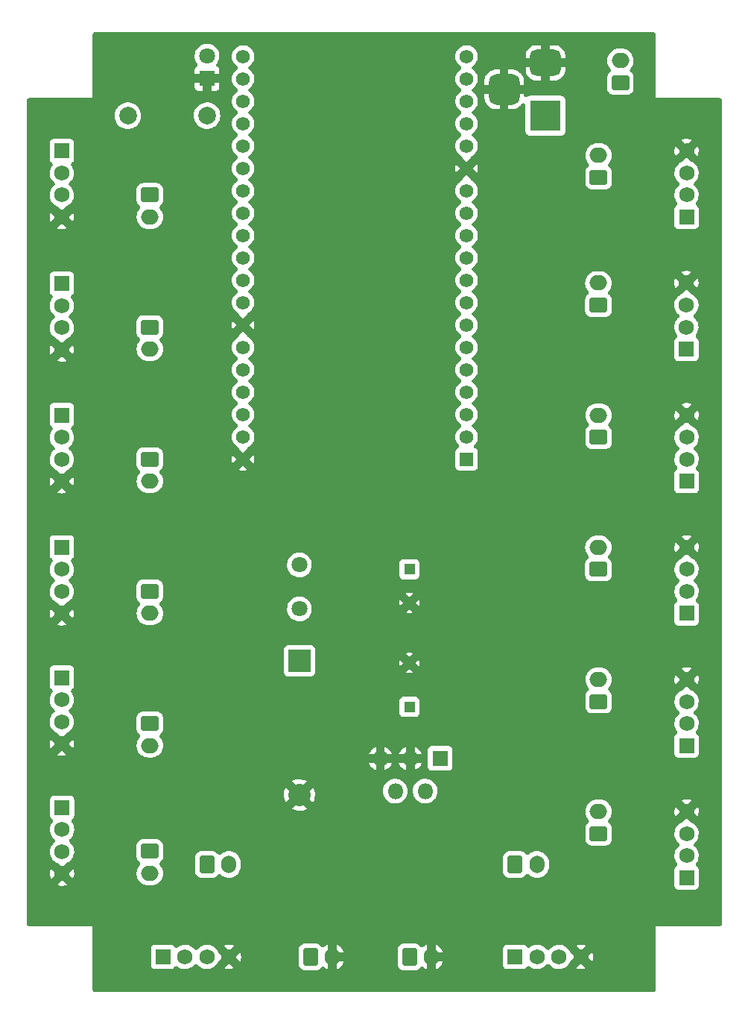
<source format=gbl>
G04 #@! TF.GenerationSoftware,KiCad,Pcbnew,(6.0.7)*
G04 #@! TF.CreationDate,2023-05-03T18:48:37+01:00*
G04 #@! TF.ProjectId,beehive,62656568-6976-4652-9e6b-696361645f70,rev?*
G04 #@! TF.SameCoordinates,Original*
G04 #@! TF.FileFunction,Copper,L2,Bot*
G04 #@! TF.FilePolarity,Positive*
%FSLAX46Y46*%
G04 Gerber Fmt 4.6, Leading zero omitted, Abs format (unit mm)*
G04 Created by KiCad (PCBNEW (6.0.7)) date 2023-05-03 18:48:37*
%MOMM*%
%LPD*%
G01*
G04 APERTURE LIST*
G04 Aperture macros list*
%AMRoundRect*
0 Rectangle with rounded corners*
0 $1 Rounding radius*
0 $2 $3 $4 $5 $6 $7 $8 $9 X,Y pos of 4 corners*
0 Add a 4 corners polygon primitive as box body*
4,1,4,$2,$3,$4,$5,$6,$7,$8,$9,$2,$3,0*
0 Add four circle primitives for the rounded corners*
1,1,$1+$1,$2,$3*
1,1,$1+$1,$4,$5*
1,1,$1+$1,$6,$7*
1,1,$1+$1,$8,$9*
0 Add four rect primitives between the rounded corners*
20,1,$1+$1,$2,$3,$4,$5,0*
20,1,$1+$1,$4,$5,$6,$7,0*
20,1,$1+$1,$6,$7,$8,$9,0*
20,1,$1+$1,$8,$9,$2,$3,0*%
G04 Aperture macros list end*
G04 #@! TA.AperFunction,ComponentPad*
%ADD10R,1.750000X1.750000*%
G04 #@! TD*
G04 #@! TA.AperFunction,ComponentPad*
%ADD11C,1.750000*%
G04 #@! TD*
G04 #@! TA.AperFunction,ComponentPad*
%ADD12R,3.500000X3.500000*%
G04 #@! TD*
G04 #@! TA.AperFunction,ComponentPad*
%ADD13RoundRect,0.750000X-1.000000X0.750000X-1.000000X-0.750000X1.000000X-0.750000X1.000000X0.750000X0*%
G04 #@! TD*
G04 #@! TA.AperFunction,ComponentPad*
%ADD14RoundRect,0.875000X-0.875000X0.875000X-0.875000X-0.875000X0.875000X-0.875000X0.875000X0.875000X0*%
G04 #@! TD*
G04 #@! TA.AperFunction,ComponentPad*
%ADD15C,1.800000*%
G04 #@! TD*
G04 #@! TA.AperFunction,ComponentPad*
%ADD16R,1.300000X1.300000*%
G04 #@! TD*
G04 #@! TA.AperFunction,ComponentPad*
%ADD17C,1.300000*%
G04 #@! TD*
G04 #@! TA.AperFunction,ComponentPad*
%ADD18R,2.540000X2.540000*%
G04 #@! TD*
G04 #@! TA.AperFunction,ComponentPad*
%ADD19C,2.540000*%
G04 #@! TD*
G04 #@! TA.AperFunction,ComponentPad*
%ADD20RoundRect,0.250000X-0.600000X-0.750000X0.600000X-0.750000X0.600000X0.750000X-0.600000X0.750000X0*%
G04 #@! TD*
G04 #@! TA.AperFunction,ComponentPad*
%ADD21O,1.700000X2.000000*%
G04 #@! TD*
G04 #@! TA.AperFunction,ComponentPad*
%ADD22R,1.800000X1.800000*%
G04 #@! TD*
G04 #@! TA.AperFunction,ComponentPad*
%ADD23O,1.800000X1.800000*%
G04 #@! TD*
G04 #@! TA.AperFunction,ComponentPad*
%ADD24R,1.560000X1.560000*%
G04 #@! TD*
G04 #@! TA.AperFunction,ComponentPad*
%ADD25C,1.560000*%
G04 #@! TD*
G04 #@! TA.AperFunction,ComponentPad*
%ADD26C,2.000000*%
G04 #@! TD*
G04 #@! TA.AperFunction,ComponentPad*
%ADD27RoundRect,0.250000X0.750000X-0.600000X0.750000X0.600000X-0.750000X0.600000X-0.750000X-0.600000X0*%
G04 #@! TD*
G04 #@! TA.AperFunction,ComponentPad*
%ADD28O,2.000000X1.700000*%
G04 #@! TD*
G04 #@! TA.AperFunction,ComponentPad*
%ADD29RoundRect,0.250000X-0.750000X0.600000X-0.750000X-0.600000X0.750000X-0.600000X0.750000X0.600000X0*%
G04 #@! TD*
G04 APERTURE END LIST*
D10*
X51500000Y-44500000D03*
D11*
X51500000Y-47000000D03*
X51500000Y-49500000D03*
X51500000Y-52000000D03*
D10*
X51500000Y-59550000D03*
D11*
X51500000Y-62050000D03*
X51500000Y-64550000D03*
X51500000Y-67050000D03*
D10*
X51500000Y-74500000D03*
D11*
X51500000Y-77000000D03*
X51500000Y-79500000D03*
X51500000Y-82000000D03*
D10*
X51500000Y-89500000D03*
D11*
X51500000Y-92000000D03*
X51500000Y-94500000D03*
X51500000Y-97000000D03*
D10*
X51500000Y-104300000D03*
D11*
X51500000Y-106800000D03*
X51500000Y-109300000D03*
X51500000Y-111800000D03*
D10*
X63000000Y-136000000D03*
D11*
X65500000Y-136000000D03*
X68000000Y-136000000D03*
X70500000Y-136000000D03*
D10*
X122500000Y-82000000D03*
D11*
X122500000Y-79500000D03*
X122500000Y-77000000D03*
X122500000Y-74500000D03*
D10*
X122500000Y-97000000D03*
D11*
X122500000Y-94500000D03*
X122500000Y-92000000D03*
X122500000Y-89500000D03*
D10*
X122500000Y-127000000D03*
D11*
X122500000Y-124500000D03*
X122500000Y-122000000D03*
X122500000Y-119500000D03*
D10*
X103000000Y-136000000D03*
D11*
X105500000Y-136000000D03*
X108000000Y-136000000D03*
X110500000Y-136000000D03*
D10*
X122500000Y-112000000D03*
D11*
X122500000Y-109500000D03*
X122500000Y-107000000D03*
X122500000Y-104500000D03*
D10*
X122500000Y-52000000D03*
D11*
X122500000Y-49500000D03*
X122500000Y-47000000D03*
X122500000Y-44500000D03*
D10*
X122475000Y-67000000D03*
D11*
X122475000Y-64500000D03*
X122475000Y-62000000D03*
X122475000Y-59500000D03*
D10*
X51525000Y-119050000D03*
D11*
X51525000Y-121550000D03*
X51525000Y-124050000D03*
X51525000Y-126550000D03*
D12*
X106457500Y-40500000D03*
D13*
X106457500Y-34500000D03*
D14*
X101757500Y-37500000D03*
D15*
X78500000Y-96500000D03*
X78500000Y-91500000D03*
D16*
X91000000Y-107621220D03*
D17*
X91000000Y-102621220D03*
D16*
X91000000Y-92000000D03*
D17*
X91000000Y-95800000D03*
D18*
X78500000Y-102380000D03*
D19*
X78500000Y-117620000D03*
D20*
X91000000Y-136000000D03*
D21*
X93500000Y-136000000D03*
D20*
X79750000Y-136000000D03*
D21*
X82250000Y-136000000D03*
D22*
X94500000Y-113471220D03*
D23*
X92800000Y-117171220D03*
X91100000Y-113471220D03*
X89400000Y-117171220D03*
X87700000Y-113471220D03*
D24*
X97500000Y-79500000D03*
D25*
X97500000Y-76960000D03*
X97500000Y-74420000D03*
X97500000Y-71880000D03*
X97500000Y-69340000D03*
X97500000Y-66800000D03*
X97500000Y-64260000D03*
X97500000Y-61720000D03*
X97500000Y-59180000D03*
X97500000Y-56640000D03*
X97500000Y-54100000D03*
X97500000Y-51560000D03*
X97500000Y-49020000D03*
X97500000Y-46480000D03*
X97500000Y-43940000D03*
X97500000Y-41400000D03*
X97500000Y-38860000D03*
X97500000Y-36320000D03*
X97500000Y-33780000D03*
X72100000Y-79500000D03*
X72100000Y-76960000D03*
X72100000Y-74420000D03*
X72100000Y-71880000D03*
X72100000Y-69340000D03*
X72100000Y-66800000D03*
X72100000Y-64260000D03*
X72100000Y-61720000D03*
X72100000Y-59180000D03*
X72100000Y-56640000D03*
X72100000Y-54100000D03*
X72100000Y-51560000D03*
X72100000Y-49020000D03*
X72100000Y-46480000D03*
X72100000Y-43940000D03*
X72100000Y-41400000D03*
X72100000Y-38860000D03*
X72100000Y-36320000D03*
X72100000Y-33780000D03*
D22*
X68000000Y-36275000D03*
D15*
X68000000Y-33735000D03*
D26*
X68000000Y-40500000D03*
X59000000Y-40500000D03*
D27*
X112475000Y-92000000D03*
D28*
X112475000Y-89500000D03*
D29*
X61500000Y-64500000D03*
D28*
X61500000Y-67000000D03*
D29*
X61500000Y-94500000D03*
D28*
X61500000Y-97000000D03*
D27*
X112500000Y-77000000D03*
D28*
X112500000Y-74500000D03*
D20*
X103000000Y-125500000D03*
D21*
X105500000Y-125500000D03*
D27*
X112500000Y-122000000D03*
D28*
X112500000Y-119500000D03*
D27*
X112475000Y-62000000D03*
D28*
X112475000Y-59500000D03*
D29*
X61500000Y-49500000D03*
D28*
X61500000Y-52000000D03*
D27*
X112500000Y-47500000D03*
D28*
X112500000Y-45000000D03*
D27*
X114975000Y-36750000D03*
D28*
X114975000Y-34250000D03*
D29*
X61500000Y-79500000D03*
D28*
X61500000Y-82000000D03*
D20*
X68000000Y-125500000D03*
D21*
X70500000Y-125500000D03*
D27*
X112500000Y-107000000D03*
D28*
X112500000Y-104500000D03*
D29*
X61500000Y-124000000D03*
D28*
X61500000Y-126500000D03*
D29*
X61500000Y-109500000D03*
D28*
X61500000Y-112000000D03*
G04 #@! TA.AperFunction,Conductor*
G36*
X118846288Y-31019454D02*
G01*
X118927070Y-31073430D01*
X118981046Y-31154212D01*
X119000000Y-31249500D01*
X119000000Y-38500000D01*
X126250500Y-38500000D01*
X126345788Y-38518954D01*
X126426570Y-38572930D01*
X126480546Y-38653712D01*
X126499500Y-38749000D01*
X126499500Y-132251000D01*
X126480546Y-132346288D01*
X126426570Y-132427070D01*
X126345788Y-132481046D01*
X126250500Y-132500000D01*
X119000000Y-132500000D01*
X119000000Y-139750500D01*
X118981046Y-139845788D01*
X118927070Y-139926570D01*
X118846288Y-139980546D01*
X118751000Y-139999500D01*
X55249000Y-139999500D01*
X55153712Y-139980546D01*
X55072930Y-139926570D01*
X55018954Y-139845788D01*
X55000000Y-139750500D01*
X55000000Y-135077623D01*
X61624500Y-135077623D01*
X61624501Y-136922376D01*
X61631149Y-136983580D01*
X61681474Y-137117824D01*
X61767454Y-137232546D01*
X61882176Y-137318526D01*
X61907963Y-137328193D01*
X62001804Y-137363372D01*
X62001805Y-137363372D01*
X62016420Y-137368851D01*
X62077623Y-137375500D01*
X62999383Y-137375500D01*
X63922376Y-137375499D01*
X63983580Y-137368851D01*
X64117824Y-137318526D01*
X64232546Y-137232546D01*
X64305190Y-137135619D01*
X64377502Y-137070737D01*
X64469141Y-137038466D01*
X64566154Y-137043720D01*
X64653771Y-137085699D01*
X64663492Y-137093370D01*
X64708342Y-137130605D01*
X64717163Y-137135760D01*
X64717165Y-137135761D01*
X64814088Y-137192398D01*
X64903629Y-137244722D01*
X64913169Y-137248365D01*
X65105384Y-137321765D01*
X65105388Y-137321766D01*
X65114933Y-137325411D01*
X65201307Y-137342984D01*
X65326564Y-137368468D01*
X65326566Y-137368468D01*
X65336577Y-137370505D01*
X65431080Y-137373970D01*
X65552398Y-137378419D01*
X65552404Y-137378419D01*
X65562611Y-137378793D01*
X65572742Y-137377495D01*
X65572747Y-137377495D01*
X65691963Y-137362223D01*
X65786963Y-137350053D01*
X65796747Y-137347118D01*
X65796750Y-137347117D01*
X65993819Y-137287993D01*
X65993821Y-137287992D01*
X66003608Y-137285056D01*
X66012783Y-137280561D01*
X66012786Y-137280560D01*
X66164985Y-137205998D01*
X66206729Y-137185548D01*
X66390870Y-137054202D01*
X66528114Y-136917436D01*
X66543840Y-136901765D01*
X66543841Y-136901763D01*
X66551086Y-136894544D01*
X66557054Y-136886239D01*
X66562744Y-136879553D01*
X66638937Y-136819273D01*
X66732399Y-136792739D01*
X66828900Y-136803991D01*
X66913750Y-136851315D01*
X66940570Y-136877903D01*
X67034315Y-136986125D01*
X67085674Y-137028764D01*
X67200477Y-137124076D01*
X67200482Y-137124079D01*
X67208342Y-137130605D01*
X67217163Y-137135760D01*
X67217165Y-137135761D01*
X67314088Y-137192398D01*
X67403629Y-137244722D01*
X67413169Y-137248365D01*
X67605384Y-137321765D01*
X67605388Y-137321766D01*
X67614933Y-137325411D01*
X67701307Y-137342984D01*
X67826564Y-137368468D01*
X67826566Y-137368468D01*
X67836577Y-137370505D01*
X67931080Y-137373970D01*
X68052398Y-137378419D01*
X68052404Y-137378419D01*
X68062611Y-137378793D01*
X68072742Y-137377495D01*
X68072747Y-137377495D01*
X68191963Y-137362223D01*
X68286963Y-137350053D01*
X68296747Y-137347118D01*
X68296750Y-137347117D01*
X68493819Y-137287993D01*
X68493821Y-137287992D01*
X68503608Y-137285056D01*
X68512783Y-137280561D01*
X68512786Y-137280560D01*
X68557589Y-137258611D01*
X69953599Y-137258611D01*
X69971087Y-137269947D01*
X70105520Y-137321281D01*
X70125094Y-137326968D01*
X70326621Y-137367968D01*
X70346847Y-137370380D01*
X70552376Y-137377917D01*
X70572724Y-137376994D01*
X70776722Y-137350860D01*
X70796646Y-137346626D01*
X70993638Y-137287525D01*
X71012604Y-137280092D01*
X71031107Y-137271028D01*
X71047660Y-137258395D01*
X71038576Y-137245682D01*
X70592759Y-136799866D01*
X78399500Y-136799866D01*
X78400164Y-136806262D01*
X78400164Y-136806269D01*
X78407768Y-136879553D01*
X78410359Y-136904519D01*
X78414667Y-136917432D01*
X78414668Y-136917436D01*
X78441614Y-136998202D01*
X78465744Y-137070529D01*
X78473354Y-137082826D01*
X78473355Y-137082829D01*
X78494363Y-137116777D01*
X78557834Y-137219345D01*
X78681689Y-137342984D01*
X78694003Y-137350574D01*
X78694005Y-137350576D01*
X78817413Y-137426645D01*
X78830666Y-137434814D01*
X78894041Y-137455835D01*
X78983864Y-137485629D01*
X78983868Y-137485630D01*
X78996772Y-137489910D01*
X79010300Y-137491296D01*
X79093815Y-137499853D01*
X79093823Y-137499853D01*
X79100134Y-137500500D01*
X80399866Y-137500500D01*
X80406262Y-137499836D01*
X80406269Y-137499836D01*
X80490971Y-137491047D01*
X80490973Y-137491047D01*
X80504519Y-137489641D01*
X80517432Y-137485333D01*
X80517436Y-137485332D01*
X80656810Y-137438833D01*
X80670529Y-137434256D01*
X80682826Y-137426646D01*
X80682829Y-137426645D01*
X80804502Y-137351351D01*
X80819345Y-137342166D01*
X80902970Y-137258395D01*
X80932763Y-137228550D01*
X80932764Y-137228549D01*
X80942984Y-137218311D01*
X80955451Y-137198086D01*
X81021584Y-137126917D01*
X81109920Y-137086473D01*
X81207010Y-137082912D01*
X81298072Y-137116777D01*
X81343486Y-137152674D01*
X81371239Y-137180427D01*
X81387823Y-137194343D01*
X81563522Y-137317369D01*
X81582269Y-137328192D01*
X81727772Y-137396042D01*
X81746490Y-137400622D01*
X81750000Y-137386277D01*
X81750000Y-137381878D01*
X82750000Y-137381878D01*
X82753760Y-137400779D01*
X82768246Y-137397898D01*
X82917729Y-137328193D01*
X82936482Y-137317365D01*
X83112170Y-137194347D01*
X83128764Y-137180424D01*
X83280424Y-137028764D01*
X83294347Y-137012170D01*
X83417365Y-136836482D01*
X83428195Y-136817725D01*
X83436523Y-136799866D01*
X89649500Y-136799866D01*
X89650164Y-136806262D01*
X89650164Y-136806269D01*
X89657768Y-136879553D01*
X89660359Y-136904519D01*
X89664667Y-136917432D01*
X89664668Y-136917436D01*
X89691614Y-136998202D01*
X89715744Y-137070529D01*
X89723354Y-137082826D01*
X89723355Y-137082829D01*
X89744363Y-137116777D01*
X89807834Y-137219345D01*
X89931689Y-137342984D01*
X89944003Y-137350574D01*
X89944005Y-137350576D01*
X90067413Y-137426645D01*
X90080666Y-137434814D01*
X90144041Y-137455835D01*
X90233864Y-137485629D01*
X90233868Y-137485630D01*
X90246772Y-137489910D01*
X90260300Y-137491296D01*
X90343815Y-137499853D01*
X90343823Y-137499853D01*
X90350134Y-137500500D01*
X91649866Y-137500500D01*
X91656262Y-137499836D01*
X91656269Y-137499836D01*
X91740971Y-137491047D01*
X91740973Y-137491047D01*
X91754519Y-137489641D01*
X91767432Y-137485333D01*
X91767436Y-137485332D01*
X91906810Y-137438833D01*
X91920529Y-137434256D01*
X91932826Y-137426646D01*
X91932829Y-137426645D01*
X92054502Y-137351351D01*
X92069345Y-137342166D01*
X92152970Y-137258395D01*
X92182763Y-137228550D01*
X92182764Y-137228549D01*
X92192984Y-137218311D01*
X92205451Y-137198086D01*
X92271584Y-137126917D01*
X92359920Y-137086473D01*
X92457010Y-137082912D01*
X92548072Y-137116777D01*
X92593486Y-137152674D01*
X92621239Y-137180427D01*
X92637823Y-137194343D01*
X92813522Y-137317369D01*
X92832269Y-137328192D01*
X92977772Y-137396042D01*
X92996490Y-137400622D01*
X93000000Y-137386277D01*
X93000000Y-137381878D01*
X94000000Y-137381878D01*
X94003760Y-137400779D01*
X94018246Y-137397898D01*
X94167729Y-137328193D01*
X94186482Y-137317365D01*
X94362170Y-137194347D01*
X94378764Y-137180424D01*
X94530424Y-137028764D01*
X94544347Y-137012170D01*
X94667365Y-136836482D01*
X94678195Y-136817725D01*
X94768834Y-136623348D01*
X94776246Y-136602985D01*
X94797493Y-136523691D01*
X94798857Y-136502877D01*
X94795030Y-136500989D01*
X94787516Y-136500000D01*
X94024527Y-136500000D01*
X94004069Y-136504069D01*
X94000000Y-136524527D01*
X94000000Y-137381878D01*
X93000000Y-137381878D01*
X93000000Y-135475473D01*
X94000000Y-135475473D01*
X94004069Y-135495931D01*
X94024527Y-135500000D01*
X94779314Y-135500000D01*
X94799772Y-135495931D01*
X94800605Y-135491743D01*
X94799615Y-135484229D01*
X94776246Y-135397015D01*
X94768834Y-135376652D01*
X94678195Y-135182275D01*
X94667365Y-135163518D01*
X94607221Y-135077623D01*
X101624500Y-135077623D01*
X101624501Y-136922376D01*
X101631149Y-136983580D01*
X101681474Y-137117824D01*
X101767454Y-137232546D01*
X101882176Y-137318526D01*
X101907963Y-137328193D01*
X102001804Y-137363372D01*
X102001805Y-137363372D01*
X102016420Y-137368851D01*
X102077623Y-137375500D01*
X102999383Y-137375500D01*
X103922376Y-137375499D01*
X103983580Y-137368851D01*
X104117824Y-137318526D01*
X104232546Y-137232546D01*
X104305190Y-137135619D01*
X104377502Y-137070737D01*
X104469141Y-137038466D01*
X104566154Y-137043720D01*
X104653771Y-137085699D01*
X104663492Y-137093370D01*
X104708342Y-137130605D01*
X104717163Y-137135760D01*
X104717165Y-137135761D01*
X104814088Y-137192398D01*
X104903629Y-137244722D01*
X104913169Y-137248365D01*
X105105384Y-137321765D01*
X105105388Y-137321766D01*
X105114933Y-137325411D01*
X105201307Y-137342984D01*
X105326564Y-137368468D01*
X105326566Y-137368468D01*
X105336577Y-137370505D01*
X105431080Y-137373970D01*
X105552398Y-137378419D01*
X105552404Y-137378419D01*
X105562611Y-137378793D01*
X105572742Y-137377495D01*
X105572747Y-137377495D01*
X105691963Y-137362223D01*
X105786963Y-137350053D01*
X105796747Y-137347118D01*
X105796750Y-137347117D01*
X105993819Y-137287993D01*
X105993821Y-137287992D01*
X106003608Y-137285056D01*
X106012783Y-137280561D01*
X106012786Y-137280560D01*
X106164985Y-137205998D01*
X106206729Y-137185548D01*
X106390870Y-137054202D01*
X106528114Y-136917436D01*
X106543840Y-136901765D01*
X106543841Y-136901763D01*
X106551086Y-136894544D01*
X106557054Y-136886239D01*
X106562744Y-136879553D01*
X106638937Y-136819273D01*
X106732399Y-136792739D01*
X106828900Y-136803991D01*
X106913750Y-136851315D01*
X106940570Y-136877903D01*
X107034315Y-136986125D01*
X107085674Y-137028764D01*
X107200477Y-137124076D01*
X107200482Y-137124079D01*
X107208342Y-137130605D01*
X107217163Y-137135760D01*
X107217165Y-137135761D01*
X107314088Y-137192398D01*
X107403629Y-137244722D01*
X107413169Y-137248365D01*
X107605384Y-137321765D01*
X107605388Y-137321766D01*
X107614933Y-137325411D01*
X107701307Y-137342984D01*
X107826564Y-137368468D01*
X107826566Y-137368468D01*
X107836577Y-137370505D01*
X107931080Y-137373970D01*
X108052398Y-137378419D01*
X108052404Y-137378419D01*
X108062611Y-137378793D01*
X108072742Y-137377495D01*
X108072747Y-137377495D01*
X108191963Y-137362223D01*
X108286963Y-137350053D01*
X108296747Y-137347118D01*
X108296750Y-137347117D01*
X108493819Y-137287993D01*
X108493821Y-137287992D01*
X108503608Y-137285056D01*
X108512783Y-137280561D01*
X108512786Y-137280560D01*
X108557589Y-137258611D01*
X109953599Y-137258611D01*
X109971087Y-137269947D01*
X110105520Y-137321281D01*
X110125094Y-137326968D01*
X110326621Y-137367968D01*
X110346847Y-137370380D01*
X110552376Y-137377917D01*
X110572724Y-137376994D01*
X110776722Y-137350860D01*
X110796646Y-137346626D01*
X110993638Y-137287525D01*
X111012604Y-137280092D01*
X111031107Y-137271028D01*
X111047660Y-137258395D01*
X111038576Y-137245682D01*
X110517342Y-136724449D01*
X110500000Y-136712861D01*
X110482658Y-136724449D01*
X109963877Y-137243229D01*
X109953599Y-137258611D01*
X108557589Y-137258611D01*
X108664985Y-137205998D01*
X108706729Y-137185548D01*
X108890870Y-137054202D01*
X109028114Y-136917436D01*
X109043848Y-136901757D01*
X109043849Y-136901756D01*
X109051086Y-136894544D01*
X109183074Y-136710863D01*
X109226327Y-136623348D01*
X109263650Y-136547832D01*
X109310805Y-136482089D01*
X109775551Y-136017342D01*
X109787139Y-136000000D01*
X111212861Y-136000000D01*
X111224448Y-136017341D01*
X111743054Y-136535947D01*
X111760395Y-136547534D01*
X111760503Y-136547461D01*
X111769417Y-136535033D01*
X111778296Y-136517068D01*
X111785794Y-136498131D01*
X111845583Y-136301338D01*
X111849885Y-136281444D01*
X111877202Y-136073957D01*
X111878227Y-136060786D01*
X111879550Y-136006626D01*
X111879169Y-135993395D01*
X111862022Y-135784839D01*
X111858696Y-135764746D01*
X111808591Y-135565273D01*
X111802031Y-135546001D01*
X111769102Y-135470270D01*
X111757860Y-135454065D01*
X111742757Y-135464349D01*
X111224449Y-135982658D01*
X111212861Y-136000000D01*
X109787139Y-136000000D01*
X109775551Y-135982658D01*
X109308064Y-135515170D01*
X109255787Y-135438391D01*
X109220461Y-135357148D01*
X109220460Y-135357146D01*
X109216387Y-135347779D01*
X109184452Y-135298415D01*
X109099081Y-135166450D01*
X109099077Y-135166444D01*
X109093529Y-135157869D01*
X109075637Y-135138205D01*
X108948176Y-134998127D01*
X108948174Y-134998125D01*
X108941304Y-134990575D01*
X108786073Y-134867981D01*
X108771817Y-134856722D01*
X108771815Y-134856721D01*
X108763799Y-134850390D01*
X108639280Y-134781652D01*
X108574728Y-134746017D01*
X108574724Y-134746015D01*
X108565782Y-134741079D01*
X108563139Y-134740143D01*
X109951007Y-134740143D01*
X109951419Y-134741558D01*
X109958988Y-134751881D01*
X110482659Y-135275552D01*
X110500000Y-135287139D01*
X110517342Y-135275551D01*
X111037733Y-134755161D01*
X111048438Y-134739139D01*
X111036752Y-134731330D01*
X110862078Y-134669474D01*
X110842378Y-134664269D01*
X110639906Y-134628204D01*
X110619620Y-134626286D01*
X110413983Y-134623774D01*
X110393649Y-134625196D01*
X110190362Y-134656302D01*
X110170535Y-134661026D01*
X109975064Y-134724916D01*
X109964388Y-134729403D01*
X109951007Y-134740143D01*
X108563139Y-134740143D01*
X108556156Y-134737670D01*
X108556151Y-134737668D01*
X108362205Y-134668989D01*
X108362206Y-134668989D01*
X108352570Y-134665577D01*
X108309102Y-134657834D01*
X108139953Y-134627703D01*
X108139947Y-134627702D01*
X108129890Y-134625911D01*
X108119669Y-134625786D01*
X108119668Y-134625786D01*
X107991219Y-134624217D01*
X107903721Y-134623148D01*
X107680138Y-134657361D01*
X107465146Y-134727632D01*
X107264517Y-134832072D01*
X107220701Y-134864970D01*
X107091817Y-134961739D01*
X107091813Y-134961742D01*
X107083640Y-134967879D01*
X106928503Y-135130219D01*
X106848969Y-135186012D01*
X106754135Y-135207123D01*
X106658441Y-135190335D01*
X106576456Y-135138205D01*
X106564318Y-135125766D01*
X106448182Y-134998132D01*
X106448171Y-134998122D01*
X106441304Y-134990575D01*
X106286073Y-134867981D01*
X106271817Y-134856722D01*
X106271815Y-134856721D01*
X106263799Y-134850390D01*
X106139280Y-134781652D01*
X106074728Y-134746017D01*
X106074724Y-134746015D01*
X106065782Y-134741079D01*
X106056156Y-134737670D01*
X106056151Y-134737668D01*
X105862205Y-134668989D01*
X105862206Y-134668989D01*
X105852570Y-134665577D01*
X105809102Y-134657834D01*
X105639953Y-134627703D01*
X105639947Y-134627702D01*
X105629890Y-134625911D01*
X105619669Y-134625786D01*
X105619668Y-134625786D01*
X105491219Y-134624217D01*
X105403721Y-134623148D01*
X105180138Y-134657361D01*
X104965146Y-134727632D01*
X104764517Y-134832072D01*
X104720701Y-134864970D01*
X104654387Y-134914760D01*
X104566806Y-134956816D01*
X104469798Y-134962155D01*
X104378131Y-134929964D01*
X104305632Y-134864972D01*
X104232546Y-134767454D01*
X104117824Y-134681474D01*
X104049378Y-134655815D01*
X103998196Y-134636628D01*
X103998195Y-134636628D01*
X103983580Y-134631149D01*
X103922377Y-134624500D01*
X103000617Y-134624500D01*
X102077624Y-134624501D01*
X102016420Y-134631149D01*
X101882176Y-134681474D01*
X101767454Y-134767454D01*
X101681474Y-134882176D01*
X101669259Y-134914760D01*
X101638007Y-134998127D01*
X101631149Y-135016420D01*
X101624500Y-135077623D01*
X94607221Y-135077623D01*
X94544347Y-134987830D01*
X94530424Y-134971236D01*
X94378761Y-134819573D01*
X94362177Y-134805657D01*
X94186478Y-134682631D01*
X94167731Y-134671808D01*
X94022228Y-134603958D01*
X94003510Y-134599378D01*
X94000000Y-134613723D01*
X94000000Y-135475473D01*
X93000000Y-135475473D01*
X93000000Y-134618121D01*
X92996240Y-134599221D01*
X92981754Y-134602102D01*
X92832271Y-134671807D01*
X92813518Y-134682635D01*
X92637830Y-134805653D01*
X92621236Y-134819576D01*
X92593407Y-134847405D01*
X92512625Y-134901381D01*
X92417337Y-134920335D01*
X92322049Y-134901381D01*
X92241267Y-134847405D01*
X92205601Y-134802364D01*
X92199781Y-134792958D01*
X92199773Y-134792948D01*
X92192166Y-134780655D01*
X92068311Y-134657016D01*
X92055997Y-134649426D01*
X92055995Y-134649424D01*
X91931654Y-134572780D01*
X91931653Y-134572780D01*
X91919334Y-134565186D01*
X91837931Y-134538185D01*
X91766136Y-134514371D01*
X91766132Y-134514370D01*
X91753228Y-134510090D01*
X91736366Y-134508362D01*
X91656185Y-134500147D01*
X91656177Y-134500147D01*
X91649866Y-134499500D01*
X90350134Y-134499500D01*
X90343738Y-134500164D01*
X90343731Y-134500164D01*
X90259029Y-134508953D01*
X90259027Y-134508953D01*
X90245481Y-134510359D01*
X90232568Y-134514667D01*
X90232564Y-134514668D01*
X90094800Y-134560630D01*
X90079471Y-134565744D01*
X90067174Y-134573354D01*
X90067171Y-134573355D01*
X89986707Y-134623148D01*
X89930655Y-134657834D01*
X89913272Y-134675247D01*
X89848490Y-134740143D01*
X89807016Y-134781689D01*
X89799426Y-134794003D01*
X89799424Y-134794005D01*
X89722780Y-134918346D01*
X89715186Y-134930666D01*
X89700392Y-134975267D01*
X89666442Y-135077623D01*
X89660090Y-135096772D01*
X89658704Y-135110300D01*
X89651330Y-135182275D01*
X89649500Y-135200134D01*
X89649500Y-136799866D01*
X83436523Y-136799866D01*
X83518834Y-136623348D01*
X83526246Y-136602985D01*
X83547493Y-136523691D01*
X83548857Y-136502877D01*
X83545030Y-136500989D01*
X83537516Y-136500000D01*
X82774527Y-136500000D01*
X82754069Y-136504069D01*
X82750000Y-136524527D01*
X82750000Y-137381878D01*
X81750000Y-137381878D01*
X81750000Y-135475473D01*
X82750000Y-135475473D01*
X82754069Y-135495931D01*
X82774527Y-135500000D01*
X83529314Y-135500000D01*
X83549772Y-135495931D01*
X83550605Y-135491743D01*
X83549615Y-135484229D01*
X83526246Y-135397015D01*
X83518834Y-135376652D01*
X83428195Y-135182275D01*
X83417365Y-135163518D01*
X83294347Y-134987830D01*
X83280424Y-134971236D01*
X83128761Y-134819573D01*
X83112177Y-134805657D01*
X82936478Y-134682631D01*
X82917731Y-134671808D01*
X82772228Y-134603958D01*
X82753510Y-134599378D01*
X82750000Y-134613723D01*
X82750000Y-135475473D01*
X81750000Y-135475473D01*
X81750000Y-134618121D01*
X81746240Y-134599221D01*
X81731754Y-134602102D01*
X81582271Y-134671807D01*
X81563518Y-134682635D01*
X81387830Y-134805653D01*
X81371236Y-134819576D01*
X81343407Y-134847405D01*
X81262625Y-134901381D01*
X81167337Y-134920335D01*
X81072049Y-134901381D01*
X80991267Y-134847405D01*
X80955601Y-134802364D01*
X80949781Y-134792958D01*
X80949773Y-134792948D01*
X80942166Y-134780655D01*
X80818311Y-134657016D01*
X80805997Y-134649426D01*
X80805995Y-134649424D01*
X80681654Y-134572780D01*
X80681653Y-134572780D01*
X80669334Y-134565186D01*
X80587931Y-134538185D01*
X80516136Y-134514371D01*
X80516132Y-134514370D01*
X80503228Y-134510090D01*
X80486366Y-134508362D01*
X80406185Y-134500147D01*
X80406177Y-134500147D01*
X80399866Y-134499500D01*
X79100134Y-134499500D01*
X79093738Y-134500164D01*
X79093731Y-134500164D01*
X79009029Y-134508953D01*
X79009027Y-134508953D01*
X78995481Y-134510359D01*
X78982568Y-134514667D01*
X78982564Y-134514668D01*
X78844800Y-134560630D01*
X78829471Y-134565744D01*
X78817174Y-134573354D01*
X78817171Y-134573355D01*
X78736707Y-134623148D01*
X78680655Y-134657834D01*
X78663272Y-134675247D01*
X78598490Y-134740143D01*
X78557016Y-134781689D01*
X78549426Y-134794003D01*
X78549424Y-134794005D01*
X78472780Y-134918346D01*
X78465186Y-134930666D01*
X78450392Y-134975267D01*
X78416442Y-135077623D01*
X78410090Y-135096772D01*
X78408704Y-135110300D01*
X78401330Y-135182275D01*
X78399500Y-135200134D01*
X78399500Y-136799866D01*
X70592759Y-136799866D01*
X70517342Y-136724449D01*
X70500000Y-136712861D01*
X70482658Y-136724449D01*
X69963877Y-137243229D01*
X69953599Y-137258611D01*
X68557589Y-137258611D01*
X68664985Y-137205998D01*
X68706729Y-137185548D01*
X68890870Y-137054202D01*
X69028114Y-136917436D01*
X69043848Y-136901757D01*
X69043849Y-136901756D01*
X69051086Y-136894544D01*
X69183074Y-136710863D01*
X69226327Y-136623348D01*
X69263650Y-136547832D01*
X69310805Y-136482089D01*
X69775551Y-136017342D01*
X69787139Y-136000000D01*
X71212861Y-136000000D01*
X71224448Y-136017341D01*
X71743054Y-136535947D01*
X71760395Y-136547534D01*
X71760503Y-136547461D01*
X71769417Y-136535033D01*
X71778296Y-136517068D01*
X71785794Y-136498131D01*
X71845583Y-136301338D01*
X71849885Y-136281444D01*
X71877202Y-136073957D01*
X71878227Y-136060786D01*
X71879550Y-136006626D01*
X71879169Y-135993395D01*
X71862022Y-135784839D01*
X71858696Y-135764746D01*
X71808591Y-135565273D01*
X71802031Y-135546001D01*
X71769102Y-135470270D01*
X71757860Y-135454065D01*
X71742757Y-135464349D01*
X71224449Y-135982658D01*
X71212861Y-136000000D01*
X69787139Y-136000000D01*
X69775551Y-135982658D01*
X69308064Y-135515170D01*
X69255787Y-135438391D01*
X69220461Y-135357148D01*
X69220460Y-135357146D01*
X69216387Y-135347779D01*
X69184452Y-135298415D01*
X69099081Y-135166450D01*
X69099077Y-135166444D01*
X69093529Y-135157869D01*
X69075637Y-135138205D01*
X68948176Y-134998127D01*
X68948174Y-134998125D01*
X68941304Y-134990575D01*
X68786073Y-134867981D01*
X68771817Y-134856722D01*
X68771815Y-134856721D01*
X68763799Y-134850390D01*
X68639280Y-134781652D01*
X68574728Y-134746017D01*
X68574724Y-134746015D01*
X68565782Y-134741079D01*
X68563139Y-134740143D01*
X69951007Y-134740143D01*
X69951419Y-134741558D01*
X69958988Y-134751881D01*
X70482659Y-135275552D01*
X70500000Y-135287139D01*
X70517342Y-135275551D01*
X71037733Y-134755161D01*
X71048438Y-134739139D01*
X71036752Y-134731330D01*
X70862078Y-134669474D01*
X70842378Y-134664269D01*
X70639906Y-134628204D01*
X70619620Y-134626286D01*
X70413983Y-134623774D01*
X70393649Y-134625196D01*
X70190362Y-134656302D01*
X70170535Y-134661026D01*
X69975064Y-134724916D01*
X69964388Y-134729403D01*
X69951007Y-134740143D01*
X68563139Y-134740143D01*
X68556156Y-134737670D01*
X68556151Y-134737668D01*
X68362205Y-134668989D01*
X68362206Y-134668989D01*
X68352570Y-134665577D01*
X68309102Y-134657834D01*
X68139953Y-134627703D01*
X68139947Y-134627702D01*
X68129890Y-134625911D01*
X68119669Y-134625786D01*
X68119668Y-134625786D01*
X67991219Y-134624217D01*
X67903721Y-134623148D01*
X67680138Y-134657361D01*
X67465146Y-134727632D01*
X67264517Y-134832072D01*
X67220701Y-134864970D01*
X67091817Y-134961739D01*
X67091813Y-134961742D01*
X67083640Y-134967879D01*
X66928503Y-135130219D01*
X66848969Y-135186012D01*
X66754135Y-135207123D01*
X66658441Y-135190335D01*
X66576456Y-135138205D01*
X66564318Y-135125766D01*
X66448182Y-134998132D01*
X66448171Y-134998122D01*
X66441304Y-134990575D01*
X66286073Y-134867981D01*
X66271817Y-134856722D01*
X66271815Y-134856721D01*
X66263799Y-134850390D01*
X66139280Y-134781652D01*
X66074728Y-134746017D01*
X66074724Y-134746015D01*
X66065782Y-134741079D01*
X66056156Y-134737670D01*
X66056151Y-134737668D01*
X65862205Y-134668989D01*
X65862206Y-134668989D01*
X65852570Y-134665577D01*
X65809102Y-134657834D01*
X65639953Y-134627703D01*
X65639947Y-134627702D01*
X65629890Y-134625911D01*
X65619669Y-134625786D01*
X65619668Y-134625786D01*
X65491219Y-134624217D01*
X65403721Y-134623148D01*
X65180138Y-134657361D01*
X64965146Y-134727632D01*
X64764517Y-134832072D01*
X64720701Y-134864970D01*
X64654387Y-134914760D01*
X64566806Y-134956816D01*
X64469798Y-134962155D01*
X64378131Y-134929964D01*
X64305632Y-134864972D01*
X64232546Y-134767454D01*
X64117824Y-134681474D01*
X64049378Y-134655815D01*
X63998196Y-134636628D01*
X63998195Y-134636628D01*
X63983580Y-134631149D01*
X63922377Y-134624500D01*
X63000617Y-134624500D01*
X62077624Y-134624501D01*
X62016420Y-134631149D01*
X61882176Y-134681474D01*
X61767454Y-134767454D01*
X61681474Y-134882176D01*
X61669259Y-134914760D01*
X61638007Y-134998127D01*
X61631149Y-135016420D01*
X61624500Y-135077623D01*
X55000000Y-135077623D01*
X55000000Y-132500000D01*
X47749500Y-132500000D01*
X47654212Y-132481046D01*
X47573430Y-132427070D01*
X47519454Y-132346288D01*
X47500500Y-132251000D01*
X47500500Y-127808611D01*
X50978599Y-127808611D01*
X50996087Y-127819947D01*
X51130520Y-127871281D01*
X51150094Y-127876968D01*
X51351621Y-127917968D01*
X51371847Y-127920380D01*
X51577376Y-127927917D01*
X51597724Y-127926994D01*
X51801722Y-127900860D01*
X51821646Y-127896626D01*
X52018638Y-127837525D01*
X52037604Y-127830092D01*
X52056107Y-127821028D01*
X52072660Y-127808395D01*
X52063576Y-127795682D01*
X51542342Y-127274449D01*
X51525000Y-127262861D01*
X51507658Y-127274449D01*
X50988877Y-127793229D01*
X50978599Y-127808611D01*
X47500500Y-127808611D01*
X47500500Y-126526498D01*
X50146289Y-126526498D01*
X50158127Y-126731815D01*
X50160962Y-126751990D01*
X50206177Y-126952624D01*
X50212267Y-126972057D01*
X50256054Y-127079890D01*
X50266544Y-127095829D01*
X50282933Y-127084961D01*
X50800551Y-126567342D01*
X50812139Y-126550000D01*
X52237861Y-126550000D01*
X52249448Y-126567341D01*
X52768054Y-127085947D01*
X52785395Y-127097534D01*
X52785503Y-127097461D01*
X52794417Y-127085033D01*
X52803296Y-127067068D01*
X52810794Y-127048131D01*
X52870583Y-126851338D01*
X52874885Y-126831444D01*
X52902202Y-126623957D01*
X52903227Y-126610786D01*
X52904550Y-126556626D01*
X52904169Y-126543395D01*
X52900601Y-126500000D01*
X59994341Y-126500000D01*
X59995289Y-126510835D01*
X60010833Y-126688495D01*
X60014937Y-126735408D01*
X60076097Y-126963663D01*
X60080691Y-126973514D01*
X60080693Y-126973520D01*
X60171369Y-127167973D01*
X60175965Y-127177829D01*
X60311505Y-127371401D01*
X60478599Y-127538495D01*
X60672171Y-127674035D01*
X60682027Y-127678631D01*
X60876480Y-127769307D01*
X60876484Y-127769309D01*
X60886337Y-127773903D01*
X61114592Y-127835063D01*
X61125425Y-127836011D01*
X61125426Y-127836011D01*
X61176072Y-127840442D01*
X61291034Y-127850500D01*
X61708966Y-127850500D01*
X61823928Y-127840442D01*
X61874574Y-127836011D01*
X61874575Y-127836011D01*
X61885408Y-127835063D01*
X62113663Y-127773903D01*
X62123516Y-127769309D01*
X62123520Y-127769307D01*
X62317973Y-127678631D01*
X62327829Y-127674035D01*
X62521401Y-127538495D01*
X62688495Y-127371401D01*
X62694733Y-127362493D01*
X62817804Y-127186729D01*
X62817805Y-127186728D01*
X62824035Y-127177830D01*
X62828632Y-127167973D01*
X62904762Y-127004711D01*
X62923903Y-126963663D01*
X62926718Y-126953160D01*
X62959200Y-126831930D01*
X62985063Y-126735408D01*
X62989168Y-126688495D01*
X63004711Y-126510835D01*
X63005659Y-126500000D01*
X62988149Y-126299866D01*
X66649500Y-126299866D01*
X66650164Y-126306262D01*
X66650164Y-126306269D01*
X66652401Y-126327829D01*
X66660359Y-126404519D01*
X66664667Y-126417432D01*
X66664668Y-126417436D01*
X66696382Y-126512493D01*
X66715744Y-126570529D01*
X66723354Y-126582826D01*
X66723355Y-126582829D01*
X66766848Y-126653112D01*
X66807834Y-126719345D01*
X66931689Y-126842984D01*
X66944003Y-126850574D01*
X66944005Y-126850576D01*
X67055509Y-126919307D01*
X67080666Y-126934814D01*
X67162069Y-126961815D01*
X67233864Y-126985629D01*
X67233868Y-126985630D01*
X67246772Y-126989910D01*
X67260300Y-126991296D01*
X67343815Y-126999853D01*
X67343823Y-126999853D01*
X67350134Y-127000500D01*
X68649866Y-127000500D01*
X68656262Y-126999836D01*
X68656269Y-126999836D01*
X68740971Y-126991047D01*
X68740973Y-126991047D01*
X68754519Y-126989641D01*
X68767432Y-126985333D01*
X68767436Y-126985332D01*
X68906810Y-126938833D01*
X68920529Y-126934256D01*
X68932826Y-126926646D01*
X68932829Y-126926645D01*
X69054523Y-126851338D01*
X69069345Y-126842166D01*
X69192984Y-126718311D01*
X69205181Y-126698524D01*
X69271314Y-126627356D01*
X69359650Y-126586911D01*
X69456740Y-126583350D01*
X69547802Y-126617215D01*
X69593216Y-126653112D01*
X69628599Y-126688495D01*
X69637497Y-126694725D01*
X69637500Y-126694728D01*
X69719279Y-126751990D01*
X69822170Y-126824035D01*
X69832015Y-126828626D01*
X69832017Y-126828627D01*
X69879087Y-126850576D01*
X70036337Y-126923903D01*
X70046835Y-126926716D01*
X70046838Y-126926717D01*
X70145527Y-126953160D01*
X70264592Y-126985063D01*
X70275425Y-126986011D01*
X70275426Y-126986011D01*
X70489165Y-127004711D01*
X70500000Y-127005659D01*
X70510835Y-127004711D01*
X70724574Y-126986011D01*
X70724575Y-126986011D01*
X70735408Y-126985063D01*
X70963663Y-126923903D01*
X70973516Y-126919309D01*
X70973520Y-126919307D01*
X71167973Y-126828631D01*
X71177829Y-126824035D01*
X71371401Y-126688495D01*
X71538495Y-126521401D01*
X71674035Y-126327829D01*
X71686252Y-126301629D01*
X71687074Y-126299866D01*
X101649500Y-126299866D01*
X101650164Y-126306262D01*
X101650164Y-126306269D01*
X101652401Y-126327829D01*
X101660359Y-126404519D01*
X101664667Y-126417432D01*
X101664668Y-126417436D01*
X101696382Y-126512493D01*
X101715744Y-126570529D01*
X101723354Y-126582826D01*
X101723355Y-126582829D01*
X101766848Y-126653112D01*
X101807834Y-126719345D01*
X101931689Y-126842984D01*
X101944003Y-126850574D01*
X101944005Y-126850576D01*
X102055509Y-126919307D01*
X102080666Y-126934814D01*
X102162069Y-126961815D01*
X102233864Y-126985629D01*
X102233868Y-126985630D01*
X102246772Y-126989910D01*
X102260300Y-126991296D01*
X102343815Y-126999853D01*
X102343823Y-126999853D01*
X102350134Y-127000500D01*
X103649866Y-127000500D01*
X103656262Y-126999836D01*
X103656269Y-126999836D01*
X103740971Y-126991047D01*
X103740973Y-126991047D01*
X103754519Y-126989641D01*
X103767432Y-126985333D01*
X103767436Y-126985332D01*
X103906810Y-126938833D01*
X103920529Y-126934256D01*
X103932826Y-126926646D01*
X103932829Y-126926645D01*
X104054523Y-126851338D01*
X104069345Y-126842166D01*
X104192984Y-126718311D01*
X104205181Y-126698524D01*
X104271314Y-126627356D01*
X104359650Y-126586911D01*
X104456740Y-126583350D01*
X104547802Y-126617215D01*
X104593216Y-126653112D01*
X104628599Y-126688495D01*
X104637497Y-126694725D01*
X104637500Y-126694728D01*
X104719279Y-126751990D01*
X104822170Y-126824035D01*
X104832015Y-126828626D01*
X104832017Y-126828627D01*
X104879087Y-126850576D01*
X105036337Y-126923903D01*
X105046835Y-126926716D01*
X105046838Y-126926717D01*
X105145527Y-126953160D01*
X105264592Y-126985063D01*
X105275425Y-126986011D01*
X105275426Y-126986011D01*
X105489165Y-127004711D01*
X105500000Y-127005659D01*
X105510835Y-127004711D01*
X105724574Y-126986011D01*
X105724575Y-126986011D01*
X105735408Y-126985063D01*
X105963663Y-126923903D01*
X105973516Y-126919309D01*
X105973520Y-126919307D01*
X106167973Y-126828631D01*
X106177829Y-126824035D01*
X106371401Y-126688495D01*
X106538495Y-126521401D01*
X106674035Y-126327829D01*
X106686252Y-126301629D01*
X106769307Y-126123520D01*
X106769309Y-126123516D01*
X106773903Y-126113663D01*
X106835063Y-125885408D01*
X106850500Y-125708966D01*
X106850500Y-125291034D01*
X106835063Y-125114592D01*
X106773903Y-124886337D01*
X106687075Y-124700134D01*
X106678631Y-124682027D01*
X106674035Y-124672171D01*
X106667497Y-124662833D01*
X106596057Y-124560807D01*
X106538495Y-124478599D01*
X106526174Y-124466278D01*
X121120198Y-124466278D01*
X121133218Y-124692089D01*
X121182944Y-124912740D01*
X121186788Y-124922206D01*
X121186790Y-124922213D01*
X121233046Y-125036125D01*
X121268041Y-125122307D01*
X121273381Y-125131021D01*
X121380887Y-125306457D01*
X121380891Y-125306462D01*
X121386222Y-125315162D01*
X121402049Y-125333433D01*
X121450112Y-125417866D01*
X121462205Y-125514266D01*
X121436487Y-125607955D01*
X121376873Y-125684671D01*
X121363174Y-125695715D01*
X121338254Y-125714392D01*
X121267454Y-125767454D01*
X121181474Y-125882176D01*
X121131149Y-126016420D01*
X121124500Y-126077623D01*
X121124501Y-127922376D01*
X121131149Y-127983580D01*
X121181474Y-128117824D01*
X121267454Y-128232546D01*
X121382176Y-128318526D01*
X121398787Y-128324753D01*
X121501804Y-128363372D01*
X121501805Y-128363372D01*
X121516420Y-128368851D01*
X121577623Y-128375500D01*
X122499383Y-128375500D01*
X123422376Y-128375499D01*
X123483580Y-128368851D01*
X123617824Y-128318526D01*
X123732546Y-128232546D01*
X123818526Y-128117824D01*
X123868851Y-127983580D01*
X123875500Y-127922377D01*
X123875499Y-126077624D01*
X123868851Y-126016420D01*
X123818526Y-125882176D01*
X123732546Y-125767454D01*
X123635726Y-125694891D01*
X123570845Y-125622579D01*
X123538574Y-125530940D01*
X123543828Y-125433927D01*
X123582850Y-125350339D01*
X123590538Y-125339641D01*
X123683074Y-125210863D01*
X123691911Y-125192984D01*
X123766208Y-125042656D01*
X123783291Y-125008091D01*
X123849043Y-124791673D01*
X123878566Y-124567423D01*
X123880214Y-124500000D01*
X123861681Y-124274575D01*
X123806579Y-124055204D01*
X123716387Y-123847779D01*
X123673528Y-123781529D01*
X123599081Y-123666450D01*
X123599077Y-123666444D01*
X123593529Y-123657869D01*
X123562725Y-123624015D01*
X123448176Y-123498127D01*
X123448174Y-123498125D01*
X123441304Y-123490575D01*
X123432002Y-123483229D01*
X123386807Y-123447535D01*
X123323775Y-123373602D01*
X123293833Y-123281176D01*
X123301541Y-123184327D01*
X123345725Y-123097801D01*
X123380411Y-123061944D01*
X123382548Y-123060138D01*
X123390870Y-123054202D01*
X123514849Y-122930655D01*
X123543848Y-122901757D01*
X123543849Y-122901756D01*
X123551086Y-122894544D01*
X123683074Y-122710863D01*
X123714242Y-122647801D01*
X123766211Y-122542649D01*
X123783291Y-122508091D01*
X123849043Y-122291673D01*
X123878566Y-122067423D01*
X123880214Y-122000000D01*
X123861681Y-121774575D01*
X123806579Y-121555204D01*
X123716387Y-121347779D01*
X123673528Y-121281529D01*
X123599081Y-121166450D01*
X123599077Y-121166444D01*
X123593529Y-121157869D01*
X123562725Y-121124015D01*
X123448176Y-120998127D01*
X123448174Y-120998125D01*
X123441304Y-120990575D01*
X123263799Y-120850390D01*
X123185227Y-120807016D01*
X123074728Y-120746017D01*
X123074724Y-120746015D01*
X123065782Y-120741079D01*
X123056151Y-120737668D01*
X123051359Y-120735515D01*
X122977361Y-120684467D01*
X122517342Y-120224449D01*
X122500000Y-120212861D01*
X122482658Y-120224449D01*
X122022131Y-120684975D01*
X121961037Y-120729771D01*
X121764517Y-120832072D01*
X121727570Y-120859813D01*
X121591817Y-120961739D01*
X121591813Y-120961742D01*
X121583640Y-120967879D01*
X121427372Y-121131403D01*
X121299911Y-121318255D01*
X121204679Y-121523415D01*
X121201950Y-121533254D01*
X121201950Y-121533255D01*
X121193116Y-121565111D01*
X121144233Y-121741374D01*
X121143147Y-121751536D01*
X121121284Y-121956111D01*
X121121284Y-121956117D01*
X121120198Y-121966278D01*
X121133218Y-122192089D01*
X121182944Y-122412740D01*
X121186788Y-122422206D01*
X121186790Y-122422213D01*
X121233046Y-122536125D01*
X121268041Y-122622307D01*
X121273381Y-122631021D01*
X121380887Y-122806457D01*
X121380891Y-122806462D01*
X121386222Y-122815162D01*
X121392907Y-122822880D01*
X121392909Y-122822882D01*
X121442850Y-122880535D01*
X121534315Y-122986125D01*
X121619867Y-123057152D01*
X121681072Y-123132599D01*
X121708746Y-123225728D01*
X121698675Y-123322360D01*
X121652392Y-123407782D01*
X121610316Y-123447850D01*
X121591817Y-123461739D01*
X121591813Y-123461742D01*
X121583640Y-123467879D01*
X121427372Y-123631403D01*
X121299911Y-123818255D01*
X121290189Y-123839200D01*
X121211508Y-124008704D01*
X121204679Y-124023415D01*
X121201950Y-124033254D01*
X121201950Y-124033255D01*
X121160643Y-124182203D01*
X121144233Y-124241374D01*
X121143147Y-124251536D01*
X121121284Y-124456111D01*
X121121284Y-124456117D01*
X121120198Y-124466278D01*
X106526174Y-124466278D01*
X106371401Y-124311505D01*
X106362503Y-124305275D01*
X106362500Y-124305272D01*
X106186729Y-124182196D01*
X106186728Y-124182195D01*
X106177830Y-124175965D01*
X106167985Y-124171374D01*
X106167983Y-124171373D01*
X106066361Y-124123986D01*
X105963663Y-124076097D01*
X105953165Y-124073284D01*
X105953162Y-124073283D01*
X105841612Y-124043394D01*
X105735408Y-124014937D01*
X105724575Y-124013989D01*
X105724574Y-124013989D01*
X105510835Y-123995289D01*
X105500000Y-123994341D01*
X105489165Y-123995289D01*
X105275426Y-124013989D01*
X105275425Y-124013989D01*
X105264592Y-124014937D01*
X105036337Y-124076097D01*
X105026484Y-124080691D01*
X105026480Y-124080693D01*
X104933639Y-124123986D01*
X104822171Y-124175965D01*
X104628599Y-124311505D01*
X104593136Y-124346968D01*
X104512354Y-124400944D01*
X104417066Y-124419898D01*
X104321778Y-124400944D01*
X104240996Y-124346968D01*
X104205327Y-124301923D01*
X104199777Y-124292954D01*
X104199776Y-124292953D01*
X104192166Y-124280655D01*
X104068311Y-124157016D01*
X104055997Y-124149426D01*
X104055995Y-124149424D01*
X103931654Y-124072780D01*
X103931653Y-124072780D01*
X103919334Y-124065186D01*
X103823067Y-124033255D01*
X103766136Y-124014371D01*
X103766132Y-124014370D01*
X103753228Y-124010090D01*
X103736366Y-124008362D01*
X103656185Y-124000147D01*
X103656177Y-124000147D01*
X103649866Y-123999500D01*
X102350134Y-123999500D01*
X102343738Y-124000164D01*
X102343731Y-124000164D01*
X102259029Y-124008953D01*
X102259027Y-124008953D01*
X102245481Y-124010359D01*
X102232568Y-124014667D01*
X102232564Y-124014668D01*
X102111063Y-124055204D01*
X102079471Y-124065744D01*
X102067174Y-124073354D01*
X102067171Y-124073355D01*
X101985353Y-124123986D01*
X101930655Y-124157834D01*
X101867913Y-124220686D01*
X101857089Y-124231529D01*
X101807016Y-124281689D01*
X101799426Y-124294003D01*
X101799424Y-124294005D01*
X101766778Y-124346968D01*
X101715186Y-124430666D01*
X101689991Y-124506626D01*
X101669825Y-124567423D01*
X101660090Y-124596772D01*
X101658704Y-124610300D01*
X101651370Y-124681885D01*
X101649500Y-124700134D01*
X101649500Y-126299866D01*
X71687074Y-126299866D01*
X71769307Y-126123520D01*
X71769309Y-126123516D01*
X71773903Y-126113663D01*
X71835063Y-125885408D01*
X71850500Y-125708966D01*
X71850500Y-125291034D01*
X71835063Y-125114592D01*
X71773903Y-124886337D01*
X71687075Y-124700134D01*
X71678631Y-124682027D01*
X71674035Y-124672171D01*
X71667497Y-124662833D01*
X71596057Y-124560807D01*
X71538495Y-124478599D01*
X71371401Y-124311505D01*
X71362503Y-124305275D01*
X71362500Y-124305272D01*
X71186729Y-124182196D01*
X71186728Y-124182195D01*
X71177830Y-124175965D01*
X71167985Y-124171374D01*
X71167983Y-124171373D01*
X71066361Y-124123986D01*
X70963663Y-124076097D01*
X70953165Y-124073284D01*
X70953162Y-124073283D01*
X70841612Y-124043394D01*
X70735408Y-124014937D01*
X70724575Y-124013989D01*
X70724574Y-124013989D01*
X70510835Y-123995289D01*
X70500000Y-123994341D01*
X70489165Y-123995289D01*
X70275426Y-124013989D01*
X70275425Y-124013989D01*
X70264592Y-124014937D01*
X70036337Y-124076097D01*
X70026484Y-124080691D01*
X70026480Y-124080693D01*
X69933639Y-124123986D01*
X69822171Y-124175965D01*
X69628599Y-124311505D01*
X69593136Y-124346968D01*
X69512354Y-124400944D01*
X69417066Y-124419898D01*
X69321778Y-124400944D01*
X69240996Y-124346968D01*
X69205327Y-124301923D01*
X69199777Y-124292954D01*
X69199776Y-124292953D01*
X69192166Y-124280655D01*
X69068311Y-124157016D01*
X69055997Y-124149426D01*
X69055995Y-124149424D01*
X68931654Y-124072780D01*
X68931653Y-124072780D01*
X68919334Y-124065186D01*
X68823067Y-124033255D01*
X68766136Y-124014371D01*
X68766132Y-124014370D01*
X68753228Y-124010090D01*
X68736366Y-124008362D01*
X68656185Y-124000147D01*
X68656177Y-124000147D01*
X68649866Y-123999500D01*
X67350134Y-123999500D01*
X67343738Y-124000164D01*
X67343731Y-124000164D01*
X67259029Y-124008953D01*
X67259027Y-124008953D01*
X67245481Y-124010359D01*
X67232568Y-124014667D01*
X67232564Y-124014668D01*
X67111063Y-124055204D01*
X67079471Y-124065744D01*
X67067174Y-124073354D01*
X67067171Y-124073355D01*
X66985353Y-124123986D01*
X66930655Y-124157834D01*
X66867913Y-124220686D01*
X66857089Y-124231529D01*
X66807016Y-124281689D01*
X66799426Y-124294003D01*
X66799424Y-124294005D01*
X66766778Y-124346968D01*
X66715186Y-124430666D01*
X66689991Y-124506626D01*
X66669825Y-124567423D01*
X66660090Y-124596772D01*
X66658704Y-124610300D01*
X66651370Y-124681885D01*
X66649500Y-124700134D01*
X66649500Y-126299866D01*
X62988149Y-126299866D01*
X62985063Y-126264592D01*
X62923903Y-126036337D01*
X62914616Y-126016420D01*
X62828631Y-125832027D01*
X62824035Y-125822171D01*
X62688495Y-125628599D01*
X62653032Y-125593136D01*
X62599056Y-125512354D01*
X62580102Y-125417066D01*
X62599056Y-125321778D01*
X62653032Y-125240996D01*
X62698077Y-125205327D01*
X62707046Y-125199777D01*
X62707047Y-125199776D01*
X62719345Y-125192166D01*
X62842984Y-125068311D01*
X62886131Y-124998314D01*
X62927220Y-124931654D01*
X62927220Y-124931653D01*
X62934814Y-124919334D01*
X62977158Y-124791673D01*
X62985629Y-124766136D01*
X62985630Y-124766132D01*
X62989910Y-124753228D01*
X62994699Y-124706484D01*
X62999853Y-124656185D01*
X62999853Y-124656177D01*
X63000500Y-124649866D01*
X63000500Y-123350134D01*
X62999440Y-123339910D01*
X62991047Y-123259029D01*
X62991047Y-123259027D01*
X62989641Y-123245481D01*
X62974573Y-123200314D01*
X62938833Y-123093190D01*
X62934256Y-123079471D01*
X62920443Y-123057148D01*
X62849776Y-122942953D01*
X62842166Y-122930655D01*
X62718311Y-122807016D01*
X62705997Y-122799426D01*
X62705995Y-122799424D01*
X62581654Y-122722780D01*
X62581653Y-122722780D01*
X62569334Y-122715186D01*
X62487931Y-122688185D01*
X62416136Y-122664371D01*
X62416132Y-122664370D01*
X62403228Y-122660090D01*
X62386366Y-122658362D01*
X62306185Y-122650147D01*
X62306177Y-122650147D01*
X62299866Y-122649500D01*
X60700134Y-122649500D01*
X60693738Y-122650164D01*
X60693731Y-122650164D01*
X60609029Y-122658953D01*
X60609027Y-122658953D01*
X60595481Y-122660359D01*
X60582568Y-122664667D01*
X60582564Y-122664668D01*
X60471542Y-122701708D01*
X60429471Y-122715744D01*
X60417174Y-122723354D01*
X60417171Y-122723355D01*
X60333419Y-122775183D01*
X60280655Y-122807834D01*
X60270437Y-122818070D01*
X60168157Y-122920529D01*
X60157016Y-122931689D01*
X60149426Y-122944003D01*
X60149424Y-122944005D01*
X60076726Y-123061944D01*
X60065186Y-123080666D01*
X60048622Y-123130605D01*
X60014803Y-123232564D01*
X60010090Y-123246772D01*
X60008704Y-123260300D01*
X60000406Y-123341296D01*
X59999500Y-123350134D01*
X59999500Y-124649866D01*
X60000164Y-124656262D01*
X60000164Y-124656269D01*
X60008821Y-124739700D01*
X60010359Y-124754519D01*
X60014667Y-124767432D01*
X60014668Y-124767436D01*
X60022754Y-124791673D01*
X60065744Y-124920529D01*
X60157834Y-125069345D01*
X60281689Y-125192984D01*
X60301476Y-125205181D01*
X60372644Y-125271314D01*
X60413089Y-125359650D01*
X60416650Y-125456740D01*
X60382785Y-125547802D01*
X60346888Y-125593216D01*
X60311505Y-125628599D01*
X60305275Y-125637497D01*
X60305272Y-125637500D01*
X60204336Y-125781652D01*
X60175965Y-125822170D01*
X60171374Y-125832015D01*
X60171373Y-125832017D01*
X60141580Y-125895909D01*
X60076097Y-126036337D01*
X60073284Y-126046835D01*
X60073283Y-126046838D01*
X60063228Y-126084366D01*
X60014937Y-126264592D01*
X59994341Y-126500000D01*
X52900601Y-126500000D01*
X52887022Y-126334839D01*
X52883696Y-126314746D01*
X52833591Y-126115273D01*
X52827031Y-126096001D01*
X52794102Y-126020270D01*
X52782860Y-126004065D01*
X52767757Y-126014349D01*
X52249449Y-126532658D01*
X52237861Y-126550000D01*
X50812139Y-126550000D01*
X50800551Y-126532658D01*
X50282787Y-126014893D01*
X50265881Y-126003597D01*
X50256225Y-126017413D01*
X50234454Y-126064315D01*
X50227419Y-126083437D01*
X50172456Y-126281623D01*
X50168640Y-126301629D01*
X50146787Y-126506124D01*
X50146289Y-126526498D01*
X47500500Y-126526498D01*
X47500500Y-124016278D01*
X50145198Y-124016278D01*
X50158218Y-124242089D01*
X50160465Y-124252059D01*
X50160465Y-124252060D01*
X50164835Y-124271450D01*
X50207944Y-124462740D01*
X50211788Y-124472206D01*
X50211790Y-124472213D01*
X50261845Y-124595481D01*
X50293041Y-124672307D01*
X50298381Y-124681021D01*
X50405887Y-124856457D01*
X50405891Y-124856462D01*
X50411222Y-124865162D01*
X50559315Y-125036125D01*
X50567182Y-125042656D01*
X50725477Y-125174076D01*
X50725482Y-125174079D01*
X50733342Y-125180605D01*
X50742163Y-125185760D01*
X50742165Y-125185761D01*
X50836688Y-125240996D01*
X50928629Y-125294722D01*
X50938169Y-125298365D01*
X50956948Y-125305536D01*
X51044189Y-125362083D01*
X51507658Y-125825551D01*
X51525000Y-125837139D01*
X51542342Y-125825551D01*
X52007594Y-125360300D01*
X52074118Y-125312761D01*
X52132304Y-125284256D01*
X52231729Y-125235548D01*
X52415870Y-125104202D01*
X52576086Y-124944544D01*
X52585349Y-124931654D01*
X52702116Y-124769154D01*
X52708074Y-124760863D01*
X52717906Y-124740971D01*
X52759768Y-124656269D01*
X52808291Y-124558091D01*
X52874043Y-124341673D01*
X52903566Y-124117423D01*
X52905214Y-124050000D01*
X52886681Y-123824575D01*
X52831579Y-123605204D01*
X52741387Y-123397779D01*
X52710564Y-123350134D01*
X52624081Y-123216450D01*
X52624077Y-123216444D01*
X52618529Y-123207869D01*
X52604241Y-123192166D01*
X52473176Y-123048127D01*
X52473174Y-123048125D01*
X52466304Y-123040575D01*
X52457002Y-123033229D01*
X52411807Y-122997535D01*
X52348775Y-122923602D01*
X52318833Y-122831176D01*
X52326541Y-122734327D01*
X52370725Y-122647801D01*
X52405411Y-122611944D01*
X52407548Y-122610138D01*
X52415870Y-122604202D01*
X52576086Y-122444544D01*
X52592133Y-122422213D01*
X52702116Y-122269154D01*
X52708074Y-122260863D01*
X52737137Y-122202060D01*
X52800435Y-122073986D01*
X52808291Y-122058091D01*
X52874043Y-121841673D01*
X52903566Y-121617423D01*
X52905214Y-121550000D01*
X52886681Y-121324575D01*
X52831579Y-121105204D01*
X52741387Y-120897779D01*
X52618529Y-120707869D01*
X52614256Y-120703173D01*
X52571856Y-120617562D01*
X52565337Y-120520626D01*
X52596411Y-120428574D01*
X52662930Y-120353458D01*
X52757546Y-120282546D01*
X52843526Y-120167824D01*
X52893851Y-120033580D01*
X52900500Y-119972377D01*
X52900500Y-119500000D01*
X110994341Y-119500000D01*
X111014937Y-119735408D01*
X111076097Y-119963663D01*
X111080691Y-119973514D01*
X111080693Y-119973520D01*
X111115518Y-120048202D01*
X111175965Y-120177829D01*
X111311505Y-120371401D01*
X111346968Y-120406864D01*
X111400944Y-120487646D01*
X111419898Y-120582934D01*
X111400944Y-120678222D01*
X111346968Y-120759004D01*
X111301923Y-120794673D01*
X111294241Y-120799427D01*
X111280655Y-120807834D01*
X111157016Y-120931689D01*
X111149426Y-120944003D01*
X111149424Y-120944005D01*
X111124621Y-120984244D01*
X111065186Y-121080666D01*
X111048357Y-121131403D01*
X111014803Y-121232564D01*
X111010090Y-121246772D01*
X111008704Y-121260300D01*
X111001076Y-121334756D01*
X110999500Y-121350134D01*
X110999500Y-122649866D01*
X111000164Y-122656262D01*
X111000164Y-122656269D01*
X111008821Y-122739700D01*
X111010359Y-122754519D01*
X111014667Y-122767432D01*
X111014668Y-122767436D01*
X111049674Y-122872360D01*
X111065744Y-122920529D01*
X111073354Y-122932826D01*
X111073355Y-122932829D01*
X111101555Y-122978399D01*
X111157834Y-123069345D01*
X111281689Y-123192984D01*
X111294003Y-123200574D01*
X111294005Y-123200576D01*
X111417413Y-123276645D01*
X111430666Y-123284814D01*
X111512069Y-123311815D01*
X111583864Y-123335629D01*
X111583868Y-123335630D01*
X111596772Y-123339910D01*
X111610300Y-123341296D01*
X111693815Y-123349853D01*
X111693823Y-123349853D01*
X111700134Y-123350500D01*
X113299866Y-123350500D01*
X113306262Y-123349836D01*
X113306269Y-123349836D01*
X113390971Y-123341047D01*
X113390973Y-123341047D01*
X113404519Y-123339641D01*
X113417432Y-123335333D01*
X113417436Y-123335332D01*
X113556810Y-123288833D01*
X113570529Y-123284256D01*
X113582826Y-123276646D01*
X113582829Y-123276645D01*
X113693969Y-123207869D01*
X113719345Y-123192166D01*
X113782087Y-123129314D01*
X113832763Y-123078550D01*
X113832764Y-123078549D01*
X113842984Y-123068311D01*
X113855426Y-123048127D01*
X113927220Y-122931654D01*
X113927220Y-122931653D01*
X113934814Y-122919334D01*
X113966806Y-122822882D01*
X113985629Y-122766136D01*
X113985630Y-122766132D01*
X113989910Y-122753228D01*
X113993401Y-122719154D01*
X113999853Y-122656185D01*
X113999853Y-122656177D01*
X114000500Y-122649866D01*
X114000500Y-121350134D01*
X113999366Y-121339200D01*
X113991047Y-121259029D01*
X113991047Y-121259027D01*
X113989641Y-121245481D01*
X113963275Y-121166450D01*
X113938833Y-121093190D01*
X113934256Y-121079471D01*
X113842166Y-120930655D01*
X113756816Y-120845454D01*
X113728550Y-120817237D01*
X113728549Y-120817236D01*
X113718311Y-120807016D01*
X113698524Y-120794819D01*
X113627356Y-120728686D01*
X113586911Y-120640350D01*
X113583350Y-120543260D01*
X113617215Y-120452198D01*
X113653112Y-120406784D01*
X113688495Y-120371401D01*
X113694733Y-120362493D01*
X113817804Y-120186729D01*
X113817805Y-120186728D01*
X113824035Y-120177830D01*
X113828632Y-120167973D01*
X113884482Y-120048202D01*
X113923903Y-119963663D01*
X113926718Y-119953160D01*
X113982249Y-119745909D01*
X113985063Y-119735408D01*
X114005659Y-119500000D01*
X114003603Y-119476498D01*
X121121289Y-119476498D01*
X121133127Y-119681815D01*
X121135962Y-119701990D01*
X121181177Y-119902624D01*
X121187267Y-119922057D01*
X121231054Y-120029890D01*
X121241544Y-120045829D01*
X121257933Y-120034961D01*
X121775551Y-119517342D01*
X121787139Y-119500000D01*
X123212861Y-119500000D01*
X123224448Y-119517341D01*
X123743054Y-120035947D01*
X123760395Y-120047534D01*
X123760503Y-120047461D01*
X123769417Y-120035033D01*
X123778296Y-120017068D01*
X123785794Y-119998131D01*
X123845583Y-119801338D01*
X123849885Y-119781444D01*
X123877202Y-119573957D01*
X123878227Y-119560786D01*
X123879550Y-119506626D01*
X123879169Y-119493395D01*
X123862022Y-119284839D01*
X123858696Y-119264746D01*
X123808591Y-119065273D01*
X123802031Y-119046001D01*
X123769102Y-118970270D01*
X123757860Y-118954065D01*
X123742757Y-118964349D01*
X123224449Y-119482658D01*
X123212861Y-119500000D01*
X121787139Y-119500000D01*
X121775551Y-119482658D01*
X121257787Y-118964893D01*
X121240881Y-118953597D01*
X121231225Y-118967413D01*
X121209454Y-119014315D01*
X121202419Y-119033437D01*
X121147456Y-119231623D01*
X121143640Y-119251629D01*
X121121787Y-119456124D01*
X121121289Y-119476498D01*
X114003603Y-119476498D01*
X113987689Y-119294610D01*
X113986011Y-119275426D01*
X113986011Y-119275425D01*
X113985063Y-119264592D01*
X113923903Y-119036337D01*
X113893096Y-118970270D01*
X113828631Y-118832027D01*
X113824035Y-118822171D01*
X113688495Y-118628599D01*
X113521401Y-118461505D01*
X113327829Y-118325965D01*
X113306125Y-118315844D01*
X113143785Y-118240143D01*
X121951007Y-118240143D01*
X121951419Y-118241558D01*
X121958988Y-118251881D01*
X122482659Y-118775552D01*
X122500000Y-118787139D01*
X122517342Y-118775551D01*
X123037733Y-118255161D01*
X123048438Y-118239139D01*
X123036752Y-118231330D01*
X122862078Y-118169474D01*
X122842378Y-118164269D01*
X122639906Y-118128204D01*
X122619620Y-118126286D01*
X122413983Y-118123774D01*
X122393649Y-118125196D01*
X122190362Y-118156302D01*
X122170535Y-118161026D01*
X121975064Y-118224916D01*
X121964388Y-118229403D01*
X121951007Y-118240143D01*
X113143785Y-118240143D01*
X113123520Y-118230693D01*
X113123516Y-118230691D01*
X113113663Y-118226097D01*
X112885408Y-118164937D01*
X112874575Y-118163989D01*
X112874574Y-118163989D01*
X112823928Y-118159558D01*
X112708966Y-118149500D01*
X112291034Y-118149500D01*
X112176072Y-118159558D01*
X112125426Y-118163989D01*
X112125425Y-118163989D01*
X112114592Y-118164937D01*
X111886337Y-118226097D01*
X111876484Y-118230691D01*
X111876480Y-118230693D01*
X111693875Y-118315844D01*
X111672171Y-118325965D01*
X111478599Y-118461505D01*
X111311505Y-118628599D01*
X111305275Y-118637497D01*
X111305272Y-118637500D01*
X111208608Y-118775551D01*
X111175965Y-118822170D01*
X111171374Y-118832015D01*
X111171373Y-118832017D01*
X111135501Y-118908945D01*
X111076097Y-119036337D01*
X111073284Y-119046835D01*
X111073283Y-119046838D01*
X111045517Y-119150464D01*
X111014937Y-119264592D01*
X111013989Y-119275425D01*
X111013989Y-119275426D01*
X111012311Y-119294610D01*
X110994341Y-119500000D01*
X52900500Y-119500000D01*
X52900500Y-119174360D01*
X77658501Y-119174360D01*
X77659477Y-119175821D01*
X77669362Y-119183101D01*
X77784054Y-119243444D01*
X77800963Y-119250796D01*
X78031878Y-119331435D01*
X78049689Y-119336207D01*
X78289992Y-119381830D01*
X78308298Y-119383916D01*
X78552717Y-119393519D01*
X78571125Y-119392877D01*
X78814276Y-119366247D01*
X78832399Y-119362888D01*
X79068928Y-119300615D01*
X79086366Y-119294610D01*
X79311093Y-119198060D01*
X79327450Y-119189545D01*
X79328207Y-119189076D01*
X79343461Y-119174851D01*
X79341281Y-119169019D01*
X79338877Y-119165984D01*
X78517341Y-118344448D01*
X78500000Y-118332861D01*
X78482659Y-118344448D01*
X77670088Y-119157019D01*
X77658501Y-119174360D01*
X52900500Y-119174360D01*
X52900499Y-118127624D01*
X52893851Y-118066420D01*
X52843526Y-117932176D01*
X52757546Y-117817454D01*
X52642824Y-117731474D01*
X52552736Y-117697702D01*
X52523196Y-117686628D01*
X52523195Y-117686628D01*
X52508580Y-117681149D01*
X52447377Y-117674500D01*
X51525617Y-117674500D01*
X50602624Y-117674501D01*
X50541420Y-117681149D01*
X50407176Y-117731474D01*
X50292454Y-117817454D01*
X50206474Y-117932176D01*
X50156149Y-118066420D01*
X50149500Y-118127623D01*
X50149501Y-119972376D01*
X50156149Y-120033580D01*
X50206474Y-120167824D01*
X50292454Y-120282546D01*
X50306652Y-120293187D01*
X50387736Y-120353957D01*
X50452619Y-120426271D01*
X50484889Y-120517910D01*
X50479635Y-120614923D01*
X50444103Y-120693525D01*
X50324911Y-120868255D01*
X50229679Y-121073415D01*
X50226950Y-121083254D01*
X50226950Y-121083255D01*
X50177851Y-121260300D01*
X50169233Y-121291374D01*
X50168147Y-121301536D01*
X50146284Y-121506111D01*
X50146284Y-121506117D01*
X50145198Y-121516278D01*
X50158218Y-121742089D01*
X50207944Y-121962740D01*
X50211788Y-121972206D01*
X50211790Y-121972213D01*
X50286461Y-122156102D01*
X50293041Y-122172307D01*
X50298381Y-122181021D01*
X50405887Y-122356457D01*
X50405891Y-122356462D01*
X50411222Y-122365162D01*
X50559315Y-122536125D01*
X50644867Y-122607152D01*
X50706072Y-122682599D01*
X50733746Y-122775728D01*
X50723675Y-122872360D01*
X50677392Y-122957782D01*
X50635316Y-122997850D01*
X50616817Y-123011739D01*
X50616813Y-123011742D01*
X50608640Y-123017879D01*
X50452372Y-123181403D01*
X50324911Y-123368255D01*
X50229679Y-123573415D01*
X50226950Y-123583254D01*
X50226950Y-123583255D01*
X50206258Y-123657869D01*
X50169233Y-123791374D01*
X50168147Y-123801536D01*
X50146284Y-124006111D01*
X50146284Y-124006117D01*
X50145198Y-124016278D01*
X47500500Y-124016278D01*
X47500500Y-117582773D01*
X76726089Y-117582773D01*
X76737823Y-117827078D01*
X76740071Y-117845384D01*
X76787789Y-118085271D01*
X76792715Y-118103035D01*
X76875367Y-118333241D01*
X76882867Y-118350086D01*
X76934151Y-118445530D01*
X76947417Y-118461624D01*
X76949633Y-118460947D01*
X76958647Y-118454246D01*
X77775552Y-117637341D01*
X77787139Y-117620000D01*
X79212861Y-117620000D01*
X79224448Y-117637341D01*
X80040248Y-118453141D01*
X80057589Y-118464728D01*
X80061826Y-118461896D01*
X80063664Y-118458511D01*
X80164127Y-118235493D01*
X80170428Y-118218180D01*
X80236820Y-117982770D01*
X80240497Y-117964700D01*
X80271741Y-117719096D01*
X80272694Y-117706651D01*
X80274800Y-117626240D01*
X80274500Y-117613769D01*
X80256152Y-117366861D01*
X80253427Y-117348630D01*
X80205514Y-117136885D01*
X87995119Y-117136885D01*
X88008376Y-117366800D01*
X88010623Y-117376768D01*
X88010623Y-117376772D01*
X88028943Y-117458061D01*
X88059006Y-117591462D01*
X88062850Y-117600928D01*
X88062851Y-117600932D01*
X88092724Y-117674500D01*
X88145649Y-117804838D01*
X88265979Y-118001198D01*
X88272663Y-118008915D01*
X88272668Y-118008921D01*
X88338805Y-118085271D01*
X88416763Y-118175268D01*
X88593953Y-118322374D01*
X88792790Y-118438565D01*
X89007934Y-118520721D01*
X89233607Y-118566634D01*
X89344329Y-118570694D01*
X89453537Y-118574699D01*
X89453543Y-118574699D01*
X89463749Y-118575073D01*
X89473880Y-118573775D01*
X89473885Y-118573775D01*
X89596058Y-118558124D01*
X89692178Y-118545811D01*
X89701962Y-118542876D01*
X89701965Y-118542875D01*
X89902972Y-118482570D01*
X89902974Y-118482569D01*
X89912761Y-118479633D01*
X89921936Y-118475138D01*
X89921939Y-118475137D01*
X90007120Y-118433407D01*
X90119574Y-118378316D01*
X90307062Y-118244583D01*
X90470190Y-118082023D01*
X90491905Y-118051804D01*
X90565929Y-117948787D01*
X90604577Y-117895003D01*
X90706615Y-117688545D01*
X90773563Y-117468195D01*
X90803622Y-117239869D01*
X90805300Y-117171220D01*
X90802477Y-117136885D01*
X91395119Y-117136885D01*
X91408376Y-117366800D01*
X91410623Y-117376768D01*
X91410623Y-117376772D01*
X91428943Y-117458061D01*
X91459006Y-117591462D01*
X91462850Y-117600928D01*
X91462851Y-117600932D01*
X91492724Y-117674500D01*
X91545649Y-117804838D01*
X91665979Y-118001198D01*
X91672663Y-118008915D01*
X91672668Y-118008921D01*
X91738805Y-118085271D01*
X91816763Y-118175268D01*
X91993953Y-118322374D01*
X92192790Y-118438565D01*
X92407934Y-118520721D01*
X92633607Y-118566634D01*
X92744329Y-118570694D01*
X92853537Y-118574699D01*
X92853543Y-118574699D01*
X92863749Y-118575073D01*
X92873880Y-118573775D01*
X92873885Y-118573775D01*
X92996058Y-118558124D01*
X93092178Y-118545811D01*
X93101962Y-118542876D01*
X93101965Y-118542875D01*
X93302972Y-118482570D01*
X93302974Y-118482569D01*
X93312761Y-118479633D01*
X93321936Y-118475138D01*
X93321939Y-118475137D01*
X93407120Y-118433407D01*
X93519574Y-118378316D01*
X93707062Y-118244583D01*
X93870190Y-118082023D01*
X93891905Y-118051804D01*
X93965929Y-117948787D01*
X94004577Y-117895003D01*
X94106615Y-117688545D01*
X94173563Y-117468195D01*
X94203622Y-117239869D01*
X94205300Y-117171220D01*
X94186430Y-116941698D01*
X94177750Y-116907139D01*
X94132817Y-116728256D01*
X94132816Y-116728253D01*
X94130326Y-116718340D01*
X94038496Y-116507144D01*
X93913405Y-116313783D01*
X93758412Y-116143449D01*
X93577681Y-116000716D01*
X93376065Y-115889418D01*
X93366439Y-115886009D01*
X93366434Y-115886007D01*
X93168608Y-115815953D01*
X93168606Y-115815952D01*
X93158978Y-115812543D01*
X92932250Y-115772157D01*
X92922028Y-115772032D01*
X92922027Y-115772032D01*
X92783389Y-115770338D01*
X92701971Y-115769343D01*
X92691870Y-115770889D01*
X92691865Y-115770889D01*
X92534188Y-115795018D01*
X92474325Y-115804178D01*
X92464611Y-115807353D01*
X92464607Y-115807354D01*
X92265144Y-115872549D01*
X92255424Y-115875726D01*
X92051149Y-115982065D01*
X91866984Y-116120339D01*
X91859925Y-116127726D01*
X91714945Y-116279439D01*
X91714941Y-116279444D01*
X91707877Y-116286836D01*
X91578099Y-116477083D01*
X91481136Y-116685972D01*
X91419592Y-116907893D01*
X91395119Y-117136885D01*
X90802477Y-117136885D01*
X90786430Y-116941698D01*
X90777750Y-116907139D01*
X90732817Y-116728256D01*
X90732816Y-116728253D01*
X90730326Y-116718340D01*
X90638496Y-116507144D01*
X90513405Y-116313783D01*
X90358412Y-116143449D01*
X90177681Y-116000716D01*
X89976065Y-115889418D01*
X89966439Y-115886009D01*
X89966434Y-115886007D01*
X89768608Y-115815953D01*
X89768606Y-115815952D01*
X89758978Y-115812543D01*
X89532250Y-115772157D01*
X89522028Y-115772032D01*
X89522027Y-115772032D01*
X89383389Y-115770338D01*
X89301971Y-115769343D01*
X89291870Y-115770889D01*
X89291865Y-115770889D01*
X89134188Y-115795018D01*
X89074325Y-115804178D01*
X89064611Y-115807353D01*
X89064607Y-115807354D01*
X88865144Y-115872549D01*
X88855424Y-115875726D01*
X88651149Y-115982065D01*
X88466984Y-116120339D01*
X88459925Y-116127726D01*
X88314945Y-116279439D01*
X88314941Y-116279444D01*
X88307877Y-116286836D01*
X88178099Y-116477083D01*
X88081136Y-116685972D01*
X88019592Y-116907893D01*
X87995119Y-117136885D01*
X80205514Y-117136885D01*
X80199446Y-117110067D01*
X80194057Y-117092439D01*
X80105401Y-116864462D01*
X80097472Y-116847840D01*
X80066655Y-116793921D01*
X80052969Y-116778176D01*
X80049183Y-116779443D01*
X80042753Y-116784354D01*
X79224448Y-117602659D01*
X79212861Y-117620000D01*
X77787139Y-117620000D01*
X77775552Y-117602659D01*
X76961737Y-116788844D01*
X76944396Y-116777257D01*
X76939686Y-116780405D01*
X76936636Y-116784290D01*
X76923291Y-116806283D01*
X76914922Y-116822706D01*
X76820337Y-117048268D01*
X76814484Y-117065762D01*
X76754280Y-117302816D01*
X76751077Y-117320981D01*
X76726571Y-117564338D01*
X76726089Y-117582773D01*
X47500500Y-117582773D01*
X47500500Y-116064429D01*
X77655764Y-116064429D01*
X77665488Y-116078381D01*
X78482659Y-116895552D01*
X78500000Y-116907139D01*
X78517341Y-116895552D01*
X79330874Y-116082019D01*
X79342461Y-116064678D01*
X79342419Y-116064616D01*
X79329904Y-116055648D01*
X79173204Y-115978372D01*
X79156108Y-115971465D01*
X78923165Y-115896898D01*
X78905231Y-115892593D01*
X78663813Y-115853275D01*
X78645466Y-115851670D01*
X78400881Y-115848469D01*
X78382485Y-115849594D01*
X78140116Y-115882578D01*
X78122094Y-115886410D01*
X77887272Y-115954854D01*
X77869998Y-115961313D01*
X77672161Y-116052516D01*
X77655764Y-116064429D01*
X47500500Y-116064429D01*
X47500500Y-113975016D01*
X86397377Y-113975016D01*
X86400993Y-113993536D01*
X86442252Y-114095142D01*
X86451440Y-114113331D01*
X86561044Y-114292188D01*
X86573074Y-114308625D01*
X86710424Y-114467186D01*
X86724975Y-114481436D01*
X86886380Y-114615437D01*
X86903064Y-114627119D01*
X87084189Y-114732960D01*
X87102547Y-114741756D01*
X87177088Y-114770221D01*
X87196796Y-114773572D01*
X87199592Y-114758412D01*
X88200000Y-114758412D01*
X88204069Y-114778870D01*
X88206395Y-114779332D01*
X88211932Y-114778519D01*
X88221750Y-114774672D01*
X88410141Y-114682380D01*
X88427636Y-114671951D01*
X88598416Y-114550135D01*
X88613981Y-114536981D01*
X88762569Y-114388911D01*
X88775767Y-114373404D01*
X88898189Y-114203035D01*
X88908671Y-114185589D01*
X89001619Y-113997526D01*
X89004721Y-113989690D01*
X89006173Y-113975016D01*
X89797377Y-113975016D01*
X89800993Y-113993536D01*
X89842252Y-114095142D01*
X89851440Y-114113331D01*
X89961044Y-114292188D01*
X89973074Y-114308625D01*
X90110424Y-114467186D01*
X90124975Y-114481436D01*
X90286380Y-114615437D01*
X90303064Y-114627119D01*
X90484189Y-114732960D01*
X90502547Y-114741756D01*
X90577088Y-114770221D01*
X90596796Y-114773572D01*
X90599592Y-114758412D01*
X91600000Y-114758412D01*
X91604069Y-114778870D01*
X91606395Y-114779332D01*
X91611932Y-114778519D01*
X91621750Y-114774672D01*
X91810141Y-114682380D01*
X91827636Y-114671951D01*
X91998416Y-114550135D01*
X92013981Y-114536981D01*
X92162569Y-114388911D01*
X92175767Y-114373404D01*
X92298189Y-114203035D01*
X92308671Y-114185589D01*
X92401619Y-113997526D01*
X92404721Y-113989690D01*
X92406280Y-113973930D01*
X92404387Y-113972918D01*
X92392960Y-113971220D01*
X91624527Y-113971220D01*
X91604069Y-113975289D01*
X91600000Y-113995747D01*
X91600000Y-114758412D01*
X90599592Y-114758412D01*
X90600000Y-114756200D01*
X90600000Y-113995747D01*
X90595931Y-113975289D01*
X90575473Y-113971220D01*
X89816459Y-113971220D01*
X89797377Y-113975016D01*
X89006173Y-113975016D01*
X89006280Y-113973930D01*
X89004387Y-113972918D01*
X88992960Y-113971220D01*
X88224527Y-113971220D01*
X88204069Y-113975289D01*
X88200000Y-113995747D01*
X88200000Y-114758412D01*
X87199592Y-114758412D01*
X87200000Y-114756200D01*
X87200000Y-113995747D01*
X87195931Y-113975289D01*
X87175473Y-113971220D01*
X86416459Y-113971220D01*
X86397377Y-113975016D01*
X47500500Y-113975016D01*
X47500500Y-113058611D01*
X50953599Y-113058611D01*
X50971087Y-113069947D01*
X51105520Y-113121281D01*
X51125094Y-113126968D01*
X51326621Y-113167968D01*
X51346847Y-113170380D01*
X51552376Y-113177917D01*
X51572724Y-113176994D01*
X51776722Y-113150860D01*
X51796646Y-113146626D01*
X51993638Y-113087525D01*
X52012604Y-113080092D01*
X52031107Y-113071028D01*
X52047660Y-113058395D01*
X52038576Y-113045682D01*
X51517342Y-112524449D01*
X51500000Y-112512861D01*
X51482658Y-112524449D01*
X50963877Y-113043229D01*
X50953599Y-113058611D01*
X47500500Y-113058611D01*
X47500500Y-111776498D01*
X50121289Y-111776498D01*
X50133127Y-111981815D01*
X50135962Y-112001990D01*
X50181177Y-112202624D01*
X50187267Y-112222057D01*
X50231054Y-112329890D01*
X50241544Y-112345829D01*
X50257933Y-112334961D01*
X50775551Y-111817342D01*
X50787139Y-111800000D01*
X52212861Y-111800000D01*
X52224448Y-111817341D01*
X52743054Y-112335947D01*
X52760395Y-112347534D01*
X52760503Y-112347461D01*
X52769417Y-112335033D01*
X52778296Y-112317068D01*
X52785794Y-112298131D01*
X52845583Y-112101338D01*
X52849885Y-112081444D01*
X52860608Y-112000000D01*
X59994341Y-112000000D01*
X59995289Y-112010835D01*
X60010633Y-112186209D01*
X60014937Y-112235408D01*
X60076097Y-112463663D01*
X60080691Y-112473514D01*
X60080693Y-112473520D01*
X60150243Y-112622669D01*
X60175965Y-112677829D01*
X60311505Y-112871401D01*
X60478599Y-113038495D01*
X60568170Y-113101213D01*
X60639074Y-113150860D01*
X60672171Y-113174035D01*
X60682027Y-113178631D01*
X60876480Y-113269307D01*
X60876484Y-113269309D01*
X60886337Y-113273903D01*
X61114592Y-113335063D01*
X61125425Y-113336011D01*
X61125426Y-113336011D01*
X61176072Y-113340442D01*
X61291034Y-113350500D01*
X61708966Y-113350500D01*
X61823928Y-113340442D01*
X61874574Y-113336011D01*
X61874575Y-113336011D01*
X61885408Y-113335063D01*
X62113663Y-113273903D01*
X62123516Y-113269309D01*
X62123520Y-113269307D01*
X62317973Y-113178631D01*
X62327829Y-113174035D01*
X62360927Y-113150860D01*
X62431830Y-113101213D01*
X62521401Y-113038495D01*
X62592196Y-112967700D01*
X86394313Y-112967700D01*
X86408808Y-112971220D01*
X87175473Y-112971220D01*
X87195931Y-112967151D01*
X87200000Y-112946693D01*
X88200000Y-112946693D01*
X88204069Y-112967151D01*
X88224527Y-112971220D01*
X88984765Y-112971220D01*
X89002461Y-112967700D01*
X89794313Y-112967700D01*
X89808808Y-112971220D01*
X90575473Y-112971220D01*
X90595931Y-112967151D01*
X90600000Y-112946693D01*
X91600000Y-112946693D01*
X91604069Y-112967151D01*
X91624527Y-112971220D01*
X92384765Y-112971220D01*
X92403200Y-112967553D01*
X92399076Y-112947726D01*
X92342128Y-112816753D01*
X92332503Y-112798802D01*
X92218558Y-112622669D01*
X92206127Y-112606528D01*
X92130889Y-112523843D01*
X93099500Y-112523843D01*
X93099501Y-114418596D01*
X93106149Y-114479800D01*
X93156474Y-114614044D01*
X93242454Y-114728766D01*
X93357176Y-114814746D01*
X93373787Y-114820973D01*
X93476804Y-114859592D01*
X93476805Y-114859592D01*
X93491420Y-114865071D01*
X93552623Y-114871720D01*
X94499367Y-114871720D01*
X95447376Y-114871719D01*
X95508580Y-114865071D01*
X95642824Y-114814746D01*
X95757546Y-114728766D01*
X95843526Y-114614044D01*
X95893851Y-114479800D01*
X95900500Y-114418597D01*
X95900499Y-112523844D01*
X95893851Y-112462640D01*
X95843526Y-112328396D01*
X95757546Y-112213674D01*
X95642824Y-112127694D01*
X95572518Y-112101338D01*
X95523196Y-112082848D01*
X95523195Y-112082848D01*
X95508580Y-112077369D01*
X95447377Y-112070720D01*
X94500633Y-112070720D01*
X93552624Y-112070721D01*
X93491420Y-112077369D01*
X93357176Y-112127694D01*
X93242454Y-112213674D01*
X93156474Y-112328396D01*
X93106149Y-112462640D01*
X93099500Y-112523843D01*
X92130889Y-112523843D01*
X92064945Y-112451372D01*
X92050053Y-112437485D01*
X91885424Y-112307469D01*
X91868455Y-112296194D01*
X91684802Y-112194812D01*
X91666233Y-112186466D01*
X91623115Y-112171197D01*
X91602750Y-112168245D01*
X91600000Y-112184251D01*
X91600000Y-112946693D01*
X90600000Y-112946693D01*
X90600000Y-112186209D01*
X90595931Y-112165751D01*
X90595142Y-112165595D01*
X90581268Y-112167804D01*
X90565332Y-112173013D01*
X90546554Y-112180907D01*
X90360481Y-112277771D01*
X90343244Y-112288626D01*
X90175496Y-112414575D01*
X90160255Y-112428106D01*
X90015328Y-112579763D01*
X90002505Y-112595599D01*
X89884296Y-112768885D01*
X89874232Y-112786602D01*
X89798860Y-112948976D01*
X89794313Y-112967700D01*
X89002461Y-112967700D01*
X89003200Y-112967553D01*
X88999076Y-112947726D01*
X88942128Y-112816753D01*
X88932503Y-112798802D01*
X88818558Y-112622669D01*
X88806127Y-112606528D01*
X88664945Y-112451372D01*
X88650053Y-112437485D01*
X88485424Y-112307469D01*
X88468455Y-112296194D01*
X88284802Y-112194812D01*
X88266233Y-112186466D01*
X88223115Y-112171197D01*
X88202750Y-112168245D01*
X88200000Y-112184251D01*
X88200000Y-112946693D01*
X87200000Y-112946693D01*
X87200000Y-112186209D01*
X87195931Y-112165751D01*
X87195142Y-112165595D01*
X87181268Y-112167804D01*
X87165332Y-112173013D01*
X87146554Y-112180907D01*
X86960481Y-112277771D01*
X86943244Y-112288626D01*
X86775496Y-112414575D01*
X86760255Y-112428106D01*
X86615328Y-112579763D01*
X86602505Y-112595599D01*
X86484296Y-112768885D01*
X86474232Y-112786602D01*
X86398860Y-112948976D01*
X86394313Y-112967700D01*
X62592196Y-112967700D01*
X62688495Y-112871401D01*
X62694733Y-112862493D01*
X62817804Y-112686729D01*
X62817805Y-112686728D01*
X62824035Y-112677830D01*
X62828632Y-112667973D01*
X62864499Y-112591055D01*
X62923903Y-112463663D01*
X62926718Y-112453160D01*
X62960147Y-112328396D01*
X62985063Y-112235408D01*
X62989368Y-112186209D01*
X63004711Y-112010835D01*
X63005659Y-112000000D01*
X62985063Y-111764592D01*
X62923903Y-111536337D01*
X62829289Y-111333437D01*
X62828631Y-111332027D01*
X62824035Y-111322171D01*
X62688495Y-111128599D01*
X62653032Y-111093136D01*
X62599056Y-111012354D01*
X62580102Y-110917066D01*
X62599056Y-110821778D01*
X62653032Y-110740996D01*
X62698077Y-110705327D01*
X62707046Y-110699777D01*
X62707047Y-110699776D01*
X62719345Y-110692166D01*
X62842984Y-110568311D01*
X62857525Y-110544722D01*
X62927220Y-110431654D01*
X62927220Y-110431653D01*
X62934814Y-110419334D01*
X62969367Y-110315162D01*
X62985629Y-110266136D01*
X62985630Y-110266132D01*
X62989910Y-110253228D01*
X62994251Y-110210863D01*
X62999853Y-110156185D01*
X62999853Y-110156177D01*
X63000500Y-110149866D01*
X63000500Y-109466278D01*
X121120198Y-109466278D01*
X121133218Y-109692089D01*
X121182944Y-109912740D01*
X121186788Y-109922206D01*
X121186790Y-109922213D01*
X121261461Y-110106102D01*
X121268041Y-110122307D01*
X121273381Y-110131021D01*
X121380887Y-110306457D01*
X121380891Y-110306462D01*
X121386222Y-110315162D01*
X121402049Y-110333433D01*
X121450112Y-110417866D01*
X121462205Y-110514266D01*
X121436487Y-110607955D01*
X121376873Y-110684671D01*
X121363174Y-110695715D01*
X121281652Y-110756813D01*
X121267454Y-110767454D01*
X121256813Y-110781652D01*
X121254443Y-110784814D01*
X121181474Y-110882176D01*
X121131149Y-111016420D01*
X121124500Y-111077623D01*
X121124501Y-112922376D01*
X121131149Y-112983580D01*
X121181474Y-113117824D01*
X121267454Y-113232546D01*
X121382176Y-113318526D01*
X121398787Y-113324753D01*
X121501804Y-113363372D01*
X121501805Y-113363372D01*
X121516420Y-113368851D01*
X121577623Y-113375500D01*
X122499383Y-113375500D01*
X123422376Y-113375499D01*
X123483580Y-113368851D01*
X123617824Y-113318526D01*
X123732546Y-113232546D01*
X123818526Y-113117824D01*
X123868851Y-112983580D01*
X123875500Y-112922377D01*
X123875499Y-111077624D01*
X123868851Y-111016420D01*
X123818526Y-110882176D01*
X123745557Y-110784814D01*
X123743187Y-110781652D01*
X123732546Y-110767454D01*
X123635726Y-110694891D01*
X123570845Y-110622579D01*
X123538574Y-110530940D01*
X123543828Y-110433927D01*
X123582850Y-110350339D01*
X123594999Y-110333433D01*
X123683074Y-110210863D01*
X123691140Y-110194544D01*
X123778763Y-110017252D01*
X123783291Y-110008091D01*
X123849043Y-109791673D01*
X123878566Y-109567423D01*
X123880214Y-109500000D01*
X123861681Y-109274575D01*
X123806579Y-109055204D01*
X123800566Y-109041374D01*
X123720459Y-108857145D01*
X123716387Y-108847779D01*
X123697287Y-108818255D01*
X123599081Y-108666450D01*
X123599077Y-108666444D01*
X123593529Y-108657869D01*
X123567048Y-108628766D01*
X123448176Y-108498127D01*
X123448174Y-108498125D01*
X123441304Y-108490575D01*
X123432002Y-108483229D01*
X123386807Y-108447535D01*
X123323775Y-108373602D01*
X123293833Y-108281176D01*
X123301541Y-108184327D01*
X123345725Y-108097801D01*
X123380411Y-108061944D01*
X123382548Y-108060138D01*
X123390870Y-108054202D01*
X123525010Y-107920529D01*
X123543848Y-107901757D01*
X123543849Y-107901756D01*
X123551086Y-107894544D01*
X123574512Y-107861944D01*
X123628993Y-107786125D01*
X123683074Y-107710863D01*
X123691140Y-107694544D01*
X123778763Y-107517252D01*
X123783291Y-107508091D01*
X123849043Y-107291673D01*
X123878566Y-107067423D01*
X123880214Y-107000000D01*
X123861681Y-106774575D01*
X123806579Y-106555204D01*
X123800566Y-106541374D01*
X123720459Y-106357145D01*
X123716387Y-106347779D01*
X123697287Y-106318255D01*
X123599081Y-106166450D01*
X123599077Y-106166444D01*
X123593529Y-106157869D01*
X123565917Y-106127523D01*
X123448176Y-105998127D01*
X123448174Y-105998125D01*
X123441304Y-105990575D01*
X123263799Y-105850390D01*
X123185227Y-105807016D01*
X123074728Y-105746017D01*
X123074724Y-105746015D01*
X123065782Y-105741079D01*
X123056151Y-105737668D01*
X123051359Y-105735515D01*
X122977361Y-105684467D01*
X122517342Y-105224449D01*
X122500000Y-105212861D01*
X122482658Y-105224449D01*
X122022131Y-105684975D01*
X121961037Y-105729771D01*
X121764517Y-105832072D01*
X121720764Y-105864923D01*
X121591817Y-105961739D01*
X121591813Y-105961742D01*
X121583640Y-105967879D01*
X121427372Y-106131403D01*
X121299911Y-106318255D01*
X121295609Y-106327523D01*
X121223510Y-106482848D01*
X121204679Y-106523415D01*
X121201950Y-106533254D01*
X121201950Y-106533255D01*
X121193116Y-106565111D01*
X121144233Y-106741374D01*
X121143147Y-106751536D01*
X121121284Y-106956111D01*
X121121284Y-106956117D01*
X121120198Y-106966278D01*
X121133218Y-107192089D01*
X121182944Y-107412740D01*
X121186788Y-107422206D01*
X121186790Y-107422213D01*
X121261461Y-107606102D01*
X121268041Y-107622307D01*
X121273381Y-107631021D01*
X121380887Y-107806457D01*
X121380891Y-107806462D01*
X121386222Y-107815162D01*
X121392907Y-107822880D01*
X121392909Y-107822882D01*
X121422591Y-107857148D01*
X121534315Y-107986125D01*
X121619867Y-108057152D01*
X121681072Y-108132599D01*
X121708746Y-108225728D01*
X121698675Y-108322360D01*
X121652392Y-108407782D01*
X121610316Y-108447850D01*
X121591817Y-108461739D01*
X121591813Y-108461742D01*
X121583640Y-108467879D01*
X121427372Y-108631403D01*
X121299911Y-108818255D01*
X121204679Y-109023415D01*
X121201950Y-109033254D01*
X121201950Y-109033255D01*
X121193116Y-109065111D01*
X121144233Y-109241374D01*
X121143147Y-109251536D01*
X121121284Y-109456111D01*
X121121284Y-109456117D01*
X121120198Y-109466278D01*
X63000500Y-109466278D01*
X63000500Y-108850134D01*
X62999366Y-108839200D01*
X62991047Y-108759029D01*
X62991047Y-108759027D01*
X62989641Y-108745481D01*
X62963275Y-108666450D01*
X62938833Y-108593190D01*
X62934256Y-108579471D01*
X62842166Y-108430655D01*
X62752651Y-108341296D01*
X62728550Y-108317237D01*
X62728549Y-108317236D01*
X62718311Y-108307016D01*
X62705997Y-108299426D01*
X62705995Y-108299424D01*
X62581654Y-108222780D01*
X62581653Y-108222780D01*
X62569334Y-108215186D01*
X62471584Y-108182763D01*
X62416136Y-108164371D01*
X62416132Y-108164370D01*
X62403228Y-108160090D01*
X62386366Y-108158362D01*
X62306185Y-108150147D01*
X62306177Y-108150147D01*
X62299866Y-108149500D01*
X60700134Y-108149500D01*
X60693738Y-108150164D01*
X60693731Y-108150164D01*
X60609029Y-108158953D01*
X60609027Y-108158953D01*
X60595481Y-108160359D01*
X60582568Y-108164667D01*
X60582564Y-108164668D01*
X60500143Y-108192166D01*
X60429471Y-108215744D01*
X60417174Y-108223354D01*
X60417171Y-108223355D01*
X60355144Y-108261739D01*
X60280655Y-108307834D01*
X60248635Y-108339910D01*
X60208815Y-108379800D01*
X60157016Y-108431689D01*
X60149426Y-108444003D01*
X60149424Y-108444005D01*
X60124622Y-108484242D01*
X60065186Y-108580666D01*
X60049644Y-108627523D01*
X60014803Y-108732564D01*
X60010090Y-108746772D01*
X60008704Y-108760300D01*
X60001817Y-108827523D01*
X59999500Y-108850134D01*
X59999500Y-110149866D01*
X60010359Y-110254519D01*
X60014667Y-110267432D01*
X60014668Y-110267436D01*
X60042327Y-110350339D01*
X60065744Y-110420529D01*
X60073354Y-110432826D01*
X60073355Y-110432829D01*
X60123750Y-110514266D01*
X60157834Y-110569345D01*
X60281689Y-110692984D01*
X60301476Y-110705181D01*
X60372644Y-110771314D01*
X60413089Y-110859650D01*
X60416650Y-110956740D01*
X60382785Y-111047802D01*
X60346888Y-111093216D01*
X60311505Y-111128599D01*
X60305275Y-111137497D01*
X60305272Y-111137500D01*
X60216452Y-111264349D01*
X60175965Y-111322170D01*
X60171374Y-111332015D01*
X60171373Y-111332017D01*
X60170711Y-111333437D01*
X60076097Y-111536337D01*
X60073284Y-111546835D01*
X60073283Y-111546838D01*
X60068485Y-111564746D01*
X60014937Y-111764592D01*
X59994341Y-112000000D01*
X52860608Y-112000000D01*
X52877202Y-111873957D01*
X52878227Y-111860786D01*
X52879550Y-111806626D01*
X52879169Y-111793395D01*
X52862022Y-111584839D01*
X52858696Y-111564746D01*
X52808591Y-111365273D01*
X52802031Y-111346001D01*
X52769102Y-111270270D01*
X52757860Y-111254065D01*
X52742757Y-111264349D01*
X52224449Y-111782658D01*
X52212861Y-111800000D01*
X50787139Y-111800000D01*
X50775551Y-111782658D01*
X50257787Y-111264893D01*
X50240881Y-111253597D01*
X50231225Y-111267413D01*
X50209454Y-111314315D01*
X50202419Y-111333437D01*
X50147456Y-111531623D01*
X50143640Y-111551629D01*
X50121787Y-111756124D01*
X50121289Y-111776498D01*
X47500500Y-111776498D01*
X47500500Y-109266278D01*
X50120198Y-109266278D01*
X50133218Y-109492089D01*
X50182944Y-109712740D01*
X50186788Y-109722206D01*
X50186790Y-109722213D01*
X50217692Y-109798314D01*
X50268041Y-109922307D01*
X50273381Y-109931021D01*
X50380887Y-110106457D01*
X50380891Y-110106462D01*
X50386222Y-110115162D01*
X50392907Y-110122880D01*
X50392909Y-110122882D01*
X50421757Y-110156185D01*
X50534315Y-110286125D01*
X50542182Y-110292656D01*
X50700477Y-110424076D01*
X50700482Y-110424079D01*
X50708342Y-110430605D01*
X50717163Y-110435760D01*
X50717165Y-110435761D01*
X50823915Y-110498141D01*
X50903629Y-110544722D01*
X50913169Y-110548365D01*
X50931948Y-110555536D01*
X51019189Y-110612083D01*
X51482658Y-111075551D01*
X51500000Y-111087139D01*
X51517342Y-111075551D01*
X51982594Y-110610300D01*
X52049118Y-110562761D01*
X52148108Y-110514266D01*
X52206729Y-110485548D01*
X52390870Y-110354202D01*
X52551086Y-110194544D01*
X52683074Y-110010863D01*
X52783291Y-109808091D01*
X52849043Y-109591673D01*
X52878566Y-109367423D01*
X52880214Y-109300000D01*
X52861681Y-109074575D01*
X52856816Y-109055204D01*
X52809067Y-108865111D01*
X52806579Y-108855204D01*
X52716387Y-108647779D01*
X52665000Y-108568346D01*
X52599081Y-108466450D01*
X52599077Y-108466444D01*
X52593529Y-108457869D01*
X52584413Y-108447850D01*
X52448176Y-108298127D01*
X52448174Y-108298125D01*
X52441304Y-108290575D01*
X52423666Y-108276645D01*
X52386807Y-108247535D01*
X52323775Y-108173602D01*
X52293833Y-108081176D01*
X52301541Y-107984327D01*
X52345725Y-107897801D01*
X52380411Y-107861944D01*
X52382548Y-107860138D01*
X52390870Y-107854202D01*
X52551086Y-107694544D01*
X52683074Y-107510863D01*
X52783291Y-107308091D01*
X52849043Y-107091673D01*
X52871138Y-106923843D01*
X89849500Y-106923843D01*
X89849501Y-108318596D01*
X89856149Y-108379800D01*
X89906474Y-108514044D01*
X89992454Y-108628766D01*
X90107176Y-108714746D01*
X90123787Y-108720973D01*
X90226804Y-108759592D01*
X90226805Y-108759592D01*
X90241420Y-108765071D01*
X90302623Y-108771720D01*
X90999534Y-108771720D01*
X91697376Y-108771719D01*
X91758580Y-108765071D01*
X91892824Y-108714746D01*
X92007546Y-108628766D01*
X92093526Y-108514044D01*
X92143851Y-108379800D01*
X92150500Y-108318597D01*
X92150499Y-106923844D01*
X92143851Y-106862640D01*
X92093526Y-106728396D01*
X92007546Y-106613674D01*
X91892824Y-106527694D01*
X91846288Y-106510249D01*
X91773196Y-106482848D01*
X91773195Y-106482848D01*
X91758580Y-106477369D01*
X91697377Y-106470720D01*
X91000466Y-106470720D01*
X90302624Y-106470721D01*
X90241420Y-106477369D01*
X90107176Y-106527694D01*
X89992454Y-106613674D01*
X89906474Y-106728396D01*
X89856149Y-106862640D01*
X89849500Y-106923843D01*
X52871138Y-106923843D01*
X52878566Y-106867423D01*
X52879041Y-106848018D01*
X52880052Y-106806626D01*
X52880214Y-106800000D01*
X52861681Y-106574575D01*
X52856816Y-106555204D01*
X52835595Y-106470721D01*
X52806579Y-106355204D01*
X52716387Y-106147779D01*
X52593529Y-105957869D01*
X52589256Y-105953173D01*
X52546856Y-105867562D01*
X52540337Y-105770626D01*
X52571411Y-105678574D01*
X52637930Y-105603458D01*
X52732546Y-105532546D01*
X52818526Y-105417824D01*
X52868851Y-105283580D01*
X52875500Y-105222377D01*
X52875500Y-104500000D01*
X110994341Y-104500000D01*
X111014937Y-104735408D01*
X111076097Y-104963663D01*
X111080691Y-104973514D01*
X111080693Y-104973520D01*
X111109804Y-105035947D01*
X111175965Y-105177829D01*
X111311505Y-105371401D01*
X111346968Y-105406864D01*
X111400944Y-105487646D01*
X111419898Y-105582934D01*
X111400944Y-105678222D01*
X111346968Y-105759004D01*
X111301923Y-105794673D01*
X111294241Y-105799427D01*
X111280655Y-105807834D01*
X111157016Y-105931689D01*
X111149426Y-105944003D01*
X111149424Y-105944005D01*
X111124621Y-105984244D01*
X111065186Y-106080666D01*
X111049644Y-106127523D01*
X111014803Y-106232564D01*
X111010090Y-106246772D01*
X111008704Y-106260300D01*
X111001817Y-106327523D01*
X110999500Y-106350134D01*
X110999500Y-107649866D01*
X111010359Y-107754519D01*
X111014667Y-107767432D01*
X111014668Y-107767436D01*
X111054308Y-107886250D01*
X111065744Y-107920529D01*
X111157834Y-108069345D01*
X111168070Y-108079563D01*
X111253324Y-108164668D01*
X111281689Y-108192984D01*
X111294003Y-108200574D01*
X111294005Y-108200576D01*
X111417413Y-108276645D01*
X111430666Y-108284814D01*
X111477125Y-108300224D01*
X111583864Y-108335629D01*
X111583868Y-108335630D01*
X111596772Y-108339910D01*
X111610300Y-108341296D01*
X111693815Y-108349853D01*
X111693823Y-108349853D01*
X111700134Y-108350500D01*
X113299866Y-108350500D01*
X113306262Y-108349836D01*
X113306269Y-108349836D01*
X113390971Y-108341047D01*
X113390973Y-108341047D01*
X113404519Y-108339641D01*
X113417432Y-108335333D01*
X113417436Y-108335332D01*
X113556810Y-108288833D01*
X113570529Y-108284256D01*
X113582826Y-108276646D01*
X113582829Y-108276645D01*
X113682145Y-108215186D01*
X113719345Y-108192166D01*
X113789029Y-108122360D01*
X113832763Y-108078550D01*
X113832764Y-108078549D01*
X113842984Y-108068311D01*
X113853630Y-108051041D01*
X113927220Y-107931654D01*
X113927220Y-107931653D01*
X113934814Y-107919334D01*
X113969367Y-107815162D01*
X113985629Y-107766136D01*
X113985630Y-107766132D01*
X113989910Y-107753228D01*
X113994251Y-107710863D01*
X113999853Y-107656185D01*
X113999853Y-107656177D01*
X114000500Y-107649866D01*
X114000500Y-106350134D01*
X113999366Y-106339200D01*
X113991047Y-106259029D01*
X113991047Y-106259027D01*
X113989641Y-106245481D01*
X113963275Y-106166450D01*
X113938833Y-106093190D01*
X113934256Y-106079471D01*
X113842166Y-105930655D01*
X113756816Y-105845454D01*
X113728550Y-105817237D01*
X113728549Y-105817236D01*
X113718311Y-105807016D01*
X113698524Y-105794819D01*
X113627356Y-105728686D01*
X113586911Y-105640350D01*
X113583350Y-105543260D01*
X113617215Y-105452198D01*
X113653112Y-105406784D01*
X113688495Y-105371401D01*
X113694733Y-105362493D01*
X113817804Y-105186729D01*
X113817805Y-105186728D01*
X113824035Y-105177830D01*
X113828632Y-105167973D01*
X113890196Y-105035947D01*
X113923903Y-104963663D01*
X113926718Y-104953160D01*
X113982249Y-104745909D01*
X113985063Y-104735408D01*
X114005659Y-104500000D01*
X114003603Y-104476498D01*
X121121289Y-104476498D01*
X121133127Y-104681815D01*
X121135962Y-104701990D01*
X121181177Y-104902624D01*
X121187267Y-104922057D01*
X121231054Y-105029890D01*
X121241544Y-105045829D01*
X121257933Y-105034961D01*
X121775551Y-104517342D01*
X121787139Y-104500000D01*
X123212861Y-104500000D01*
X123224448Y-104517341D01*
X123743054Y-105035947D01*
X123760395Y-105047534D01*
X123760503Y-105047461D01*
X123769417Y-105035033D01*
X123778296Y-105017068D01*
X123785794Y-104998131D01*
X123845583Y-104801338D01*
X123849885Y-104781444D01*
X123877202Y-104573957D01*
X123878227Y-104560786D01*
X123879550Y-104506626D01*
X123879169Y-104493395D01*
X123862022Y-104284839D01*
X123858696Y-104264746D01*
X123808591Y-104065273D01*
X123802031Y-104046001D01*
X123769102Y-103970270D01*
X123757860Y-103954065D01*
X123742757Y-103964349D01*
X123224449Y-104482658D01*
X123212861Y-104500000D01*
X121787139Y-104500000D01*
X121775551Y-104482658D01*
X121257787Y-103964893D01*
X121240881Y-103953597D01*
X121231225Y-103967413D01*
X121209454Y-104014315D01*
X121202419Y-104033437D01*
X121147456Y-104231623D01*
X121143640Y-104251629D01*
X121121787Y-104456124D01*
X121121289Y-104476498D01*
X114003603Y-104476498D01*
X114000319Y-104438960D01*
X113986011Y-104275426D01*
X113986011Y-104275425D01*
X113985063Y-104264592D01*
X113923903Y-104036337D01*
X113915440Y-104018187D01*
X113828631Y-103832027D01*
X113824035Y-103822171D01*
X113688495Y-103628599D01*
X113521401Y-103461505D01*
X113327829Y-103325965D01*
X113276003Y-103301798D01*
X113143785Y-103240143D01*
X121951007Y-103240143D01*
X121951419Y-103241558D01*
X121958988Y-103251881D01*
X122482659Y-103775552D01*
X122500000Y-103787139D01*
X122517342Y-103775551D01*
X123037733Y-103255161D01*
X123048438Y-103239139D01*
X123036752Y-103231330D01*
X122862078Y-103169474D01*
X122842378Y-103164269D01*
X122639906Y-103128204D01*
X122619620Y-103126286D01*
X122413983Y-103123774D01*
X122393649Y-103125196D01*
X122190362Y-103156302D01*
X122170535Y-103161026D01*
X121975064Y-103224916D01*
X121964388Y-103229403D01*
X121951007Y-103240143D01*
X113143785Y-103240143D01*
X113123520Y-103230693D01*
X113123516Y-103230691D01*
X113113663Y-103226097D01*
X112885408Y-103164937D01*
X112874575Y-103163989D01*
X112874574Y-103163989D01*
X112823928Y-103159558D01*
X112708966Y-103149500D01*
X112291034Y-103149500D01*
X112176072Y-103159558D01*
X112125426Y-103163989D01*
X112125425Y-103163989D01*
X112114592Y-103164937D01*
X111886337Y-103226097D01*
X111876484Y-103230691D01*
X111876480Y-103230693D01*
X111723997Y-103301798D01*
X111672171Y-103325965D01*
X111478599Y-103461505D01*
X111311505Y-103628599D01*
X111305275Y-103637497D01*
X111305272Y-103637500D01*
X111214796Y-103766714D01*
X111175965Y-103822170D01*
X111171374Y-103832015D01*
X111171373Y-103832017D01*
X111150764Y-103876213D01*
X111076097Y-104036337D01*
X111073284Y-104046835D01*
X111073283Y-104046838D01*
X111063624Y-104082887D01*
X111014937Y-104264592D01*
X111013989Y-104275425D01*
X111013989Y-104275426D01*
X110999681Y-104438960D01*
X110994341Y-104500000D01*
X52875500Y-104500000D01*
X52875499Y-103377624D01*
X52868851Y-103316420D01*
X52818526Y-103182176D01*
X52732546Y-103067454D01*
X52617824Y-102981474D01*
X52571288Y-102964029D01*
X52498196Y-102936628D01*
X52498195Y-102936628D01*
X52483580Y-102931149D01*
X52422377Y-102924500D01*
X51500617Y-102924500D01*
X50577624Y-102924501D01*
X50516420Y-102931149D01*
X50382176Y-102981474D01*
X50267454Y-103067454D01*
X50181474Y-103182176D01*
X50131149Y-103316420D01*
X50124500Y-103377623D01*
X50124501Y-105222376D01*
X50131149Y-105283580D01*
X50181474Y-105417824D01*
X50267454Y-105532546D01*
X50281652Y-105543187D01*
X50362736Y-105603957D01*
X50427619Y-105676271D01*
X50459889Y-105767910D01*
X50454635Y-105864923D01*
X50419103Y-105943525D01*
X50299911Y-106118255D01*
X50295609Y-106127523D01*
X50246851Y-106232564D01*
X50204679Y-106323415D01*
X50201950Y-106333254D01*
X50201950Y-106333255D01*
X50149214Y-106523415D01*
X50144233Y-106541374D01*
X50143147Y-106551536D01*
X50121284Y-106756111D01*
X50121284Y-106756117D01*
X50120198Y-106766278D01*
X50133218Y-106992089D01*
X50182944Y-107212740D01*
X50186788Y-107222206D01*
X50186790Y-107222213D01*
X50217692Y-107298314D01*
X50268041Y-107422307D01*
X50273381Y-107431021D01*
X50380887Y-107606457D01*
X50380891Y-107606462D01*
X50386222Y-107615162D01*
X50392907Y-107622880D01*
X50392909Y-107622882D01*
X50421757Y-107656185D01*
X50534315Y-107786125D01*
X50619867Y-107857152D01*
X50681072Y-107932599D01*
X50708746Y-108025728D01*
X50698675Y-108122360D01*
X50652392Y-108207782D01*
X50610316Y-108247850D01*
X50591817Y-108261739D01*
X50591813Y-108261742D01*
X50583640Y-108267879D01*
X50427372Y-108431403D01*
X50299911Y-108618255D01*
X50295609Y-108627523D01*
X50234305Y-108759592D01*
X50204679Y-108823415D01*
X50201950Y-108833254D01*
X50201950Y-108833255D01*
X50149214Y-109023415D01*
X50144233Y-109041374D01*
X50143147Y-109051536D01*
X50121284Y-109256111D01*
X50121284Y-109256117D01*
X50120198Y-109266278D01*
X47500500Y-109266278D01*
X47500500Y-101062623D01*
X76729500Y-101062623D01*
X76729501Y-103697376D01*
X76736149Y-103758580D01*
X76786474Y-103892824D01*
X76872454Y-104007546D01*
X76987176Y-104093526D01*
X77003787Y-104099753D01*
X77106804Y-104138372D01*
X77106805Y-104138372D01*
X77121420Y-104143851D01*
X77182623Y-104150500D01*
X78499120Y-104150500D01*
X79817376Y-104150499D01*
X79878580Y-104143851D01*
X80012824Y-104093526D01*
X80127546Y-104007546D01*
X80213526Y-103892824D01*
X80263851Y-103758580D01*
X80269319Y-103708248D01*
X90625489Y-103708248D01*
X90638384Y-103716987D01*
X90654251Y-103722142D01*
X90838110Y-103763745D01*
X90860665Y-103766714D01*
X91049033Y-103774116D01*
X91071746Y-103772925D01*
X91258313Y-103745874D01*
X91280420Y-103740567D01*
X91355614Y-103715042D01*
X91372299Y-103705409D01*
X91365763Y-103694089D01*
X91017342Y-103345669D01*
X91000000Y-103334081D01*
X90982658Y-103345669D01*
X90636386Y-103691940D01*
X90625489Y-103708248D01*
X80269319Y-103708248D01*
X80270500Y-103697377D01*
X80270500Y-102602382D01*
X89846216Y-102602382D01*
X89858545Y-102790499D01*
X89862102Y-102812956D01*
X89904482Y-102979824D01*
X89912778Y-102997217D01*
X89920654Y-102993460D01*
X90275551Y-102638562D01*
X90287139Y-102621220D01*
X91712861Y-102621220D01*
X91724449Y-102638562D01*
X92068598Y-102982712D01*
X92084620Y-102993417D01*
X92091882Y-102982548D01*
X92119347Y-102901640D01*
X92124654Y-102879533D01*
X92152291Y-102688927D01*
X92153536Y-102674332D01*
X92154735Y-102628543D01*
X92154256Y-102613918D01*
X92136633Y-102422127D01*
X92132488Y-102399758D01*
X92094285Y-102264303D01*
X92085537Y-102247133D01*
X92076680Y-102251646D01*
X91724449Y-102603878D01*
X91712861Y-102621220D01*
X90287139Y-102621220D01*
X90275551Y-102603878D01*
X89930885Y-102259211D01*
X89914863Y-102248506D01*
X89908547Y-102257958D01*
X89873696Y-102370197D01*
X89868969Y-102392433D01*
X89846811Y-102579647D01*
X89846216Y-102602382D01*
X80270500Y-102602382D01*
X80270499Y-101536177D01*
X90628570Y-101536177D01*
X90640146Y-101554260D01*
X90982658Y-101896771D01*
X91000000Y-101908359D01*
X91017342Y-101896771D01*
X91362316Y-101551798D01*
X91372825Y-101536071D01*
X91356116Y-101525063D01*
X91338619Y-101518083D01*
X91316824Y-101511627D01*
X91131916Y-101474846D01*
X91109311Y-101472471D01*
X90920797Y-101470002D01*
X90898132Y-101471787D01*
X90712344Y-101503711D01*
X90690364Y-101509600D01*
X90644065Y-101526681D01*
X90628570Y-101536177D01*
X80270499Y-101536177D01*
X80270499Y-101062624D01*
X80263851Y-101001420D01*
X80213526Y-100867176D01*
X80127546Y-100752454D01*
X80012824Y-100666474D01*
X79966288Y-100649029D01*
X79893196Y-100621628D01*
X79893195Y-100621628D01*
X79878580Y-100616149D01*
X79817377Y-100609500D01*
X78500880Y-100609500D01*
X77182624Y-100609501D01*
X77121420Y-100616149D01*
X76987176Y-100666474D01*
X76872454Y-100752454D01*
X76786474Y-100867176D01*
X76736149Y-101001420D01*
X76729500Y-101062623D01*
X47500500Y-101062623D01*
X47500500Y-98258611D01*
X50953599Y-98258611D01*
X50971087Y-98269947D01*
X51105520Y-98321281D01*
X51125094Y-98326968D01*
X51326621Y-98367968D01*
X51346847Y-98370380D01*
X51552376Y-98377917D01*
X51572724Y-98376994D01*
X51776722Y-98350860D01*
X51796646Y-98346626D01*
X51993638Y-98287525D01*
X52012604Y-98280092D01*
X52031107Y-98271028D01*
X52047660Y-98258395D01*
X52038576Y-98245682D01*
X51517342Y-97724449D01*
X51500000Y-97712861D01*
X51482658Y-97724449D01*
X50963877Y-98243229D01*
X50953599Y-98258611D01*
X47500500Y-98258611D01*
X47500500Y-96976498D01*
X50121289Y-96976498D01*
X50133127Y-97181815D01*
X50135962Y-97201990D01*
X50181177Y-97402624D01*
X50187267Y-97422057D01*
X50231054Y-97529890D01*
X50241544Y-97545829D01*
X50257933Y-97534961D01*
X50775551Y-97017342D01*
X50787139Y-97000000D01*
X52212861Y-97000000D01*
X52224448Y-97017341D01*
X52743054Y-97535947D01*
X52760395Y-97547534D01*
X52760503Y-97547461D01*
X52769417Y-97535033D01*
X52778296Y-97517068D01*
X52785794Y-97498131D01*
X52845583Y-97301338D01*
X52849885Y-97281444D01*
X52877202Y-97073957D01*
X52878227Y-97060786D01*
X52879550Y-97006626D01*
X52879359Y-97000000D01*
X59994341Y-97000000D01*
X60014937Y-97235408D01*
X60076097Y-97463663D01*
X60080691Y-97473514D01*
X60080693Y-97473520D01*
X60109804Y-97535947D01*
X60175965Y-97677829D01*
X60311505Y-97871401D01*
X60478599Y-98038495D01*
X60672171Y-98174035D01*
X60682027Y-98178631D01*
X60876480Y-98269307D01*
X60876484Y-98269309D01*
X60886337Y-98273903D01*
X61114592Y-98335063D01*
X61125425Y-98336011D01*
X61125426Y-98336011D01*
X61176072Y-98340442D01*
X61291034Y-98350500D01*
X61708966Y-98350500D01*
X61823928Y-98340442D01*
X61874574Y-98336011D01*
X61874575Y-98336011D01*
X61885408Y-98335063D01*
X62113663Y-98273903D01*
X62123516Y-98269309D01*
X62123520Y-98269307D01*
X62317973Y-98178631D01*
X62327829Y-98174035D01*
X62521401Y-98038495D01*
X62688495Y-97871401D01*
X62694733Y-97862493D01*
X62817804Y-97686729D01*
X62817805Y-97686728D01*
X62824035Y-97677830D01*
X62828632Y-97667973D01*
X62890196Y-97535947D01*
X62923903Y-97463663D01*
X62926718Y-97453160D01*
X62982249Y-97245909D01*
X62985063Y-97235408D01*
X63005659Y-97000000D01*
X62987010Y-96786841D01*
X62986011Y-96775426D01*
X62986011Y-96775425D01*
X62985063Y-96764592D01*
X62923903Y-96536337D01*
X62918360Y-96524449D01*
X62890948Y-96465665D01*
X77095119Y-96465665D01*
X77108376Y-96695580D01*
X77110623Y-96705548D01*
X77110623Y-96705552D01*
X77151521Y-96887028D01*
X77159006Y-96920242D01*
X77162850Y-96929708D01*
X77162851Y-96929712D01*
X77186993Y-96989165D01*
X77245649Y-97133618D01*
X77365979Y-97329978D01*
X77372663Y-97337695D01*
X77372668Y-97337701D01*
X77442243Y-97418020D01*
X77516763Y-97504048D01*
X77693953Y-97651154D01*
X77892790Y-97767345D01*
X78107934Y-97849501D01*
X78333607Y-97895414D01*
X78444329Y-97899474D01*
X78553537Y-97903479D01*
X78553543Y-97903479D01*
X78563749Y-97903853D01*
X78573880Y-97902555D01*
X78573885Y-97902555D01*
X78696058Y-97886904D01*
X78792178Y-97874591D01*
X78801962Y-97871656D01*
X78801965Y-97871655D01*
X79002972Y-97811350D01*
X79002974Y-97811349D01*
X79012761Y-97808413D01*
X79021936Y-97803918D01*
X79021939Y-97803917D01*
X79207806Y-97712861D01*
X79219574Y-97707096D01*
X79407062Y-97573363D01*
X79570190Y-97410803D01*
X79628269Y-97329978D01*
X79648848Y-97301338D01*
X79704577Y-97223783D01*
X79806615Y-97017325D01*
X79841981Y-96900922D01*
X79846202Y-96887028D01*
X90625489Y-96887028D01*
X90638384Y-96895767D01*
X90654251Y-96900922D01*
X90838110Y-96942525D01*
X90860665Y-96945494D01*
X91049033Y-96952896D01*
X91071746Y-96951705D01*
X91258313Y-96924654D01*
X91280420Y-96919347D01*
X91355614Y-96893822D01*
X91372299Y-96884189D01*
X91365763Y-96872869D01*
X91017342Y-96524449D01*
X91000000Y-96512861D01*
X90982658Y-96524449D01*
X90636386Y-96870720D01*
X90625489Y-96887028D01*
X79846202Y-96887028D01*
X79870591Y-96806758D01*
X79870592Y-96806754D01*
X79873563Y-96796975D01*
X79903622Y-96568649D01*
X79905300Y-96500000D01*
X79901524Y-96454065D01*
X79887267Y-96280659D01*
X79886430Y-96270478D01*
X79875467Y-96226830D01*
X79832817Y-96057036D01*
X79832816Y-96057033D01*
X79830326Y-96047120D01*
X79773777Y-95917066D01*
X79742571Y-95845295D01*
X79742569Y-95845291D01*
X79738496Y-95835924D01*
X79703069Y-95781162D01*
X89846216Y-95781162D01*
X89858545Y-95969279D01*
X89862102Y-95991736D01*
X89904482Y-96158604D01*
X89912778Y-96175997D01*
X89920654Y-96172240D01*
X90275551Y-95817342D01*
X90287139Y-95800000D01*
X91712861Y-95800000D01*
X91724449Y-95817342D01*
X92068598Y-96161492D01*
X92084620Y-96172197D01*
X92091882Y-96161328D01*
X92119347Y-96080420D01*
X92124654Y-96058313D01*
X92152291Y-95867707D01*
X92153536Y-95853112D01*
X92154735Y-95807323D01*
X92154256Y-95792698D01*
X92136633Y-95600907D01*
X92132488Y-95578538D01*
X92094285Y-95443083D01*
X92085537Y-95425913D01*
X92076680Y-95430426D01*
X91724449Y-95782658D01*
X91712861Y-95800000D01*
X90287139Y-95800000D01*
X90275551Y-95782658D01*
X89930885Y-95437991D01*
X89914863Y-95427286D01*
X89908547Y-95436738D01*
X89873696Y-95548977D01*
X89868969Y-95571213D01*
X89846811Y-95758427D01*
X89846216Y-95781162D01*
X79703069Y-95781162D01*
X79613405Y-95642563D01*
X79546781Y-95569345D01*
X79465284Y-95479781D01*
X79465283Y-95479780D01*
X79458412Y-95472229D01*
X79277681Y-95329496D01*
X79076065Y-95218198D01*
X79066439Y-95214789D01*
X79066434Y-95214787D01*
X78868608Y-95144733D01*
X78868606Y-95144732D01*
X78858978Y-95141323D01*
X78632250Y-95100937D01*
X78622028Y-95100812D01*
X78622027Y-95100812D01*
X78483389Y-95099118D01*
X78401971Y-95098123D01*
X78391870Y-95099669D01*
X78391865Y-95099669D01*
X78243929Y-95122307D01*
X78174325Y-95132958D01*
X78164611Y-95136133D01*
X78164607Y-95136134D01*
X77965144Y-95201329D01*
X77955424Y-95204506D01*
X77751149Y-95310845D01*
X77566984Y-95449119D01*
X77559925Y-95456506D01*
X77414945Y-95608219D01*
X77414941Y-95608224D01*
X77407877Y-95615616D01*
X77360771Y-95684671D01*
X77287080Y-95792698D01*
X77278099Y-95805863D01*
X77181136Y-96014752D01*
X77119592Y-96236673D01*
X77115437Y-96275551D01*
X77096359Y-96454065D01*
X77095119Y-96465665D01*
X62890948Y-96465665D01*
X62828631Y-96332027D01*
X62824035Y-96322171D01*
X62688495Y-96128599D01*
X62653032Y-96093136D01*
X62599056Y-96012354D01*
X62580102Y-95917066D01*
X62599056Y-95821778D01*
X62653032Y-95740996D01*
X62698077Y-95705327D01*
X62707046Y-95699777D01*
X62707047Y-95699776D01*
X62719345Y-95692166D01*
X62788811Y-95622579D01*
X62832763Y-95578550D01*
X62832764Y-95578549D01*
X62842984Y-95568311D01*
X62902210Y-95472229D01*
X62927220Y-95431654D01*
X62927220Y-95431653D01*
X62934814Y-95419334D01*
X62970799Y-95310845D01*
X62985629Y-95266136D01*
X62985630Y-95266132D01*
X62989910Y-95253228D01*
X62993499Y-95218198D01*
X62999853Y-95156185D01*
X62999853Y-95156177D01*
X63000500Y-95149866D01*
X63000500Y-94714957D01*
X90628570Y-94714957D01*
X90640146Y-94733040D01*
X90982658Y-95075551D01*
X91000000Y-95087139D01*
X91017342Y-95075551D01*
X91362316Y-94730578D01*
X91372825Y-94714851D01*
X91356116Y-94703843D01*
X91338619Y-94696863D01*
X91316824Y-94690407D01*
X91131916Y-94653626D01*
X91109311Y-94651251D01*
X90920797Y-94648782D01*
X90898132Y-94650567D01*
X90712344Y-94682491D01*
X90690364Y-94688380D01*
X90644065Y-94705461D01*
X90628570Y-94714957D01*
X63000500Y-94714957D01*
X63000500Y-94466278D01*
X121120198Y-94466278D01*
X121133218Y-94692089D01*
X121135465Y-94702059D01*
X121135465Y-94702060D01*
X121141892Y-94730578D01*
X121182944Y-94912740D01*
X121186788Y-94922206D01*
X121186790Y-94922213D01*
X121217692Y-94998314D01*
X121268041Y-95122307D01*
X121273381Y-95131021D01*
X121380887Y-95306457D01*
X121380891Y-95306462D01*
X121386222Y-95315162D01*
X121394363Y-95324560D01*
X121402049Y-95333433D01*
X121450112Y-95417866D01*
X121462205Y-95514266D01*
X121436487Y-95607955D01*
X121376873Y-95684671D01*
X121363174Y-95695715D01*
X121297785Y-95744722D01*
X121267454Y-95767454D01*
X121256813Y-95781652D01*
X121244998Y-95797417D01*
X121181474Y-95882176D01*
X121131149Y-96016420D01*
X121124500Y-96077623D01*
X121124501Y-97922376D01*
X121131149Y-97983580D01*
X121181474Y-98117824D01*
X121267454Y-98232546D01*
X121382176Y-98318526D01*
X121418783Y-98332249D01*
X121501804Y-98363372D01*
X121501805Y-98363372D01*
X121516420Y-98368851D01*
X121577623Y-98375500D01*
X122499383Y-98375500D01*
X123422376Y-98375499D01*
X123483580Y-98368851D01*
X123617824Y-98318526D01*
X123732546Y-98232546D01*
X123818526Y-98117824D01*
X123868851Y-97983580D01*
X123875500Y-97922377D01*
X123875499Y-96077624D01*
X123868851Y-96016420D01*
X123818526Y-95882176D01*
X123755002Y-95797417D01*
X123743187Y-95781652D01*
X123732546Y-95767454D01*
X123635726Y-95694891D01*
X123570845Y-95622579D01*
X123538574Y-95530940D01*
X123543828Y-95433927D01*
X123582850Y-95350339D01*
X123593278Y-95335828D01*
X123683074Y-95210863D01*
X123722342Y-95131412D01*
X123778763Y-95017252D01*
X123783291Y-95008091D01*
X123849043Y-94791673D01*
X123878566Y-94567423D01*
X123880214Y-94500000D01*
X123861681Y-94274575D01*
X123806579Y-94055204D01*
X123716387Y-93847779D01*
X123691826Y-93809813D01*
X123599081Y-93666450D01*
X123599077Y-93666444D01*
X123593529Y-93657869D01*
X123562725Y-93624015D01*
X123448176Y-93498127D01*
X123448174Y-93498125D01*
X123441304Y-93490575D01*
X123432002Y-93483229D01*
X123386807Y-93447535D01*
X123323775Y-93373602D01*
X123293833Y-93281176D01*
X123301541Y-93184327D01*
X123345725Y-93097801D01*
X123380411Y-93061944D01*
X123382548Y-93060138D01*
X123390870Y-93054202D01*
X123525010Y-92920529D01*
X123543848Y-92901757D01*
X123543849Y-92901756D01*
X123551086Y-92894544D01*
X123567534Y-92871655D01*
X123642422Y-92767436D01*
X123683074Y-92710863D01*
X123689740Y-92697377D01*
X123731524Y-92612833D01*
X123783291Y-92508091D01*
X123849043Y-92291673D01*
X123878566Y-92067423D01*
X123880214Y-92000000D01*
X123861681Y-91774575D01*
X123806579Y-91555204D01*
X123716387Y-91347779D01*
X123659967Y-91260567D01*
X123599081Y-91166450D01*
X123599077Y-91166444D01*
X123593529Y-91157869D01*
X123580478Y-91143525D01*
X123448176Y-90998127D01*
X123448174Y-90998125D01*
X123441304Y-90990575D01*
X123263799Y-90850390D01*
X123178778Y-90803456D01*
X123074728Y-90746017D01*
X123074724Y-90746015D01*
X123065782Y-90741079D01*
X123056151Y-90737668D01*
X123051359Y-90735515D01*
X122977361Y-90684467D01*
X122517342Y-90224449D01*
X122500000Y-90212861D01*
X122482658Y-90224449D01*
X122022131Y-90684975D01*
X121961037Y-90729771D01*
X121764517Y-90832072D01*
X121725152Y-90861628D01*
X121591817Y-90961739D01*
X121591813Y-90961742D01*
X121583640Y-90967879D01*
X121427372Y-91131403D01*
X121299911Y-91318255D01*
X121295609Y-91327523D01*
X121226748Y-91475872D01*
X121204679Y-91523415D01*
X121201950Y-91533254D01*
X121201950Y-91533255D01*
X121193116Y-91565111D01*
X121144233Y-91741374D01*
X121143147Y-91751536D01*
X121121284Y-91956111D01*
X121121284Y-91956117D01*
X121120198Y-91966278D01*
X121133218Y-92192089D01*
X121135465Y-92202059D01*
X121135465Y-92202060D01*
X121153376Y-92281539D01*
X121182944Y-92412740D01*
X121186788Y-92422206D01*
X121186790Y-92422213D01*
X121248167Y-92573363D01*
X121268041Y-92622307D01*
X121273381Y-92631021D01*
X121380887Y-92806457D01*
X121380891Y-92806462D01*
X121386222Y-92815162D01*
X121534315Y-92986125D01*
X121619867Y-93057152D01*
X121681072Y-93132599D01*
X121708746Y-93225728D01*
X121698675Y-93322360D01*
X121652392Y-93407782D01*
X121610316Y-93447850D01*
X121591817Y-93461739D01*
X121591813Y-93461742D01*
X121583640Y-93467879D01*
X121427372Y-93631403D01*
X121299911Y-93818255D01*
X121204679Y-94023415D01*
X121201950Y-94033254D01*
X121201950Y-94033255D01*
X121193116Y-94065111D01*
X121144233Y-94241374D01*
X121143147Y-94251536D01*
X121121284Y-94456111D01*
X121121284Y-94456117D01*
X121120198Y-94466278D01*
X63000500Y-94466278D01*
X63000500Y-93850134D01*
X62999366Y-93839200D01*
X62991047Y-93759029D01*
X62991047Y-93759027D01*
X62989641Y-93745481D01*
X62963275Y-93666450D01*
X62938833Y-93593190D01*
X62934256Y-93579471D01*
X62842166Y-93430655D01*
X62752651Y-93341296D01*
X62728550Y-93317237D01*
X62728549Y-93317236D01*
X62718311Y-93307016D01*
X62705997Y-93299426D01*
X62705995Y-93299424D01*
X62581654Y-93222780D01*
X62581653Y-93222780D01*
X62569334Y-93215186D01*
X62471584Y-93182763D01*
X62416136Y-93164371D01*
X62416132Y-93164370D01*
X62403228Y-93160090D01*
X62386366Y-93158362D01*
X62306185Y-93150147D01*
X62306177Y-93150147D01*
X62299866Y-93149500D01*
X60700134Y-93149500D01*
X60693738Y-93150164D01*
X60693731Y-93150164D01*
X60609029Y-93158953D01*
X60609027Y-93158953D01*
X60595481Y-93160359D01*
X60582568Y-93164667D01*
X60582564Y-93164668D01*
X60500143Y-93192166D01*
X60429471Y-93215744D01*
X60417174Y-93223354D01*
X60417171Y-93223355D01*
X60333419Y-93275183D01*
X60280655Y-93307834D01*
X60157016Y-93431689D01*
X60149426Y-93444003D01*
X60149424Y-93444005D01*
X60124622Y-93484242D01*
X60065186Y-93580666D01*
X60048357Y-93631403D01*
X60014803Y-93732564D01*
X60010090Y-93746772D01*
X60008704Y-93760300D01*
X60001817Y-93827523D01*
X59999500Y-93850134D01*
X59999500Y-95149866D01*
X60000164Y-95156262D01*
X60000164Y-95156269D01*
X60008821Y-95239700D01*
X60010359Y-95254519D01*
X60014667Y-95267432D01*
X60014668Y-95267436D01*
X60042327Y-95350339D01*
X60065744Y-95420529D01*
X60073354Y-95432826D01*
X60073355Y-95432829D01*
X60083436Y-95449119D01*
X60157834Y-95569345D01*
X60281689Y-95692984D01*
X60301476Y-95705181D01*
X60372644Y-95771314D01*
X60413089Y-95859650D01*
X60416650Y-95956740D01*
X60382785Y-96047802D01*
X60346888Y-96093216D01*
X60311505Y-96128599D01*
X60305275Y-96137497D01*
X60305272Y-96137500D01*
X60219100Y-96260567D01*
X60175965Y-96322170D01*
X60171374Y-96332015D01*
X60171373Y-96332017D01*
X60135501Y-96408945D01*
X60076097Y-96536337D01*
X60073284Y-96546835D01*
X60073283Y-96546838D01*
X60067439Y-96568649D01*
X60014937Y-96764592D01*
X60013989Y-96775425D01*
X60013989Y-96775426D01*
X60012990Y-96786841D01*
X59994341Y-97000000D01*
X52879359Y-97000000D01*
X52879169Y-96993395D01*
X52862022Y-96784839D01*
X52858696Y-96764746D01*
X52808591Y-96565273D01*
X52802031Y-96546001D01*
X52769102Y-96470270D01*
X52757860Y-96454065D01*
X52742757Y-96464349D01*
X52224449Y-96982658D01*
X52212861Y-97000000D01*
X50787139Y-97000000D01*
X50775551Y-96982658D01*
X50257787Y-96464893D01*
X50240881Y-96453597D01*
X50231225Y-96467413D01*
X50209454Y-96514315D01*
X50202419Y-96533437D01*
X50147456Y-96731623D01*
X50143640Y-96751629D01*
X50121787Y-96956124D01*
X50121289Y-96976498D01*
X47500500Y-96976498D01*
X47500500Y-94466278D01*
X50120198Y-94466278D01*
X50133218Y-94692089D01*
X50135465Y-94702059D01*
X50135465Y-94702060D01*
X50141892Y-94730578D01*
X50182944Y-94912740D01*
X50186788Y-94922206D01*
X50186790Y-94922213D01*
X50217692Y-94998314D01*
X50268041Y-95122307D01*
X50273381Y-95131021D01*
X50380887Y-95306457D01*
X50380891Y-95306462D01*
X50386222Y-95315162D01*
X50392907Y-95322880D01*
X50392909Y-95322882D01*
X50402049Y-95333433D01*
X50534315Y-95486125D01*
X50542182Y-95492656D01*
X50700477Y-95624076D01*
X50700482Y-95624079D01*
X50708342Y-95630605D01*
X50717163Y-95635760D01*
X50717165Y-95635761D01*
X50813691Y-95692166D01*
X50903629Y-95744722D01*
X50913169Y-95748365D01*
X50931948Y-95755536D01*
X51019189Y-95812083D01*
X51482658Y-96275551D01*
X51500000Y-96287139D01*
X51517342Y-96275551D01*
X51982594Y-95810300D01*
X52049118Y-95762761D01*
X52177684Y-95699777D01*
X52206729Y-95685548D01*
X52390870Y-95554202D01*
X52518230Y-95427286D01*
X52543848Y-95401757D01*
X52543849Y-95401756D01*
X52551086Y-95394544D01*
X52582851Y-95350339D01*
X52651704Y-95254519D01*
X52683074Y-95210863D01*
X52722342Y-95131412D01*
X52778763Y-95017252D01*
X52783291Y-95008091D01*
X52849043Y-94791673D01*
X52878566Y-94567423D01*
X52880214Y-94500000D01*
X52861681Y-94274575D01*
X52806579Y-94055204D01*
X52716387Y-93847779D01*
X52691826Y-93809813D01*
X52599081Y-93666450D01*
X52599077Y-93666444D01*
X52593529Y-93657869D01*
X52562725Y-93624015D01*
X52448176Y-93498127D01*
X52448174Y-93498125D01*
X52441304Y-93490575D01*
X52432002Y-93483229D01*
X52386807Y-93447535D01*
X52323775Y-93373602D01*
X52293833Y-93281176D01*
X52301541Y-93184327D01*
X52345725Y-93097801D01*
X52380411Y-93061944D01*
X52382548Y-93060138D01*
X52390870Y-93054202D01*
X52525010Y-92920529D01*
X52543848Y-92901757D01*
X52543849Y-92901756D01*
X52551086Y-92894544D01*
X52567534Y-92871655D01*
X52642422Y-92767436D01*
X52683074Y-92710863D01*
X52689740Y-92697377D01*
X52731524Y-92612833D01*
X52783291Y-92508091D01*
X52849043Y-92291673D01*
X52878566Y-92067423D01*
X52880214Y-92000000D01*
X52861681Y-91774575D01*
X52806579Y-91555204D01*
X52767646Y-91465665D01*
X77095119Y-91465665D01*
X77108376Y-91695580D01*
X77110623Y-91705548D01*
X77110623Y-91705552D01*
X77128943Y-91786841D01*
X77159006Y-91920242D01*
X77245649Y-92133618D01*
X77365979Y-92329978D01*
X77372663Y-92337695D01*
X77372668Y-92337701D01*
X77442243Y-92418020D01*
X77516763Y-92504048D01*
X77693953Y-92651154D01*
X77892790Y-92767345D01*
X78107934Y-92849501D01*
X78333607Y-92895414D01*
X78444329Y-92899474D01*
X78553537Y-92903479D01*
X78553543Y-92903479D01*
X78563749Y-92903853D01*
X78573880Y-92902555D01*
X78573885Y-92902555D01*
X78701164Y-92886250D01*
X78792178Y-92874591D01*
X78801962Y-92871656D01*
X78801965Y-92871655D01*
X79002972Y-92811350D01*
X79002974Y-92811349D01*
X79012761Y-92808413D01*
X79021936Y-92803918D01*
X79021939Y-92803917D01*
X79125407Y-92753228D01*
X79219574Y-92707096D01*
X79407062Y-92573363D01*
X79570190Y-92410803D01*
X79628269Y-92329978D01*
X79698611Y-92232085D01*
X79704577Y-92223783D01*
X79725285Y-92181885D01*
X79802089Y-92026482D01*
X79806615Y-92017325D01*
X79873563Y-91796975D01*
X79903622Y-91568649D01*
X79905300Y-91500000D01*
X79889073Y-91302623D01*
X89849500Y-91302623D01*
X89849501Y-92697376D01*
X89856149Y-92758580D01*
X89906474Y-92892824D01*
X89992454Y-93007546D01*
X90107176Y-93093526D01*
X90123787Y-93099753D01*
X90226804Y-93138372D01*
X90226805Y-93138372D01*
X90241420Y-93143851D01*
X90302623Y-93150500D01*
X90999534Y-93150500D01*
X91697376Y-93150499D01*
X91758580Y-93143851D01*
X91892824Y-93093526D01*
X92007546Y-93007546D01*
X92093526Y-92892824D01*
X92143851Y-92758580D01*
X92150500Y-92697377D01*
X92150499Y-91302624D01*
X92143851Y-91241420D01*
X92093526Y-91107176D01*
X92007546Y-90992454D01*
X91892824Y-90906474D01*
X91818400Y-90878574D01*
X91773196Y-90861628D01*
X91773195Y-90861628D01*
X91758580Y-90856149D01*
X91697377Y-90849500D01*
X91000466Y-90849500D01*
X90302624Y-90849501D01*
X90241420Y-90856149D01*
X90107176Y-90906474D01*
X89992454Y-90992454D01*
X89906474Y-91107176D01*
X89897392Y-91131403D01*
X89884254Y-91166450D01*
X89856149Y-91241420D01*
X89849500Y-91302623D01*
X79889073Y-91302623D01*
X79886430Y-91270478D01*
X79883874Y-91260300D01*
X79832817Y-91057036D01*
X79832816Y-91057033D01*
X79830326Y-91047120D01*
X79757041Y-90878574D01*
X79742571Y-90845295D01*
X79742569Y-90845291D01*
X79738496Y-90835924D01*
X79613405Y-90642563D01*
X79575779Y-90601213D01*
X79465284Y-90479781D01*
X79465283Y-90479780D01*
X79458412Y-90472229D01*
X79319471Y-90362500D01*
X79285699Y-90335828D01*
X79285697Y-90335827D01*
X79277681Y-90329496D01*
X79076065Y-90218198D01*
X79066439Y-90214789D01*
X79066434Y-90214787D01*
X78868608Y-90144733D01*
X78868606Y-90144732D01*
X78858978Y-90141323D01*
X78632250Y-90100937D01*
X78622028Y-90100812D01*
X78622027Y-90100812D01*
X78483389Y-90099118D01*
X78401971Y-90098123D01*
X78391870Y-90099669D01*
X78391865Y-90099669D01*
X78234188Y-90123798D01*
X78174325Y-90132958D01*
X78164611Y-90136133D01*
X78164607Y-90136134D01*
X78009785Y-90186738D01*
X77955424Y-90204506D01*
X77751149Y-90310845D01*
X77566984Y-90449119D01*
X77559925Y-90456506D01*
X77414945Y-90608219D01*
X77414941Y-90608224D01*
X77407877Y-90615616D01*
X77339955Y-90715186D01*
X77328113Y-90732546D01*
X77278099Y-90805863D01*
X77224916Y-90920437D01*
X77192359Y-90990575D01*
X77181136Y-91014752D01*
X77119592Y-91236673D01*
X77095119Y-91465665D01*
X52767646Y-91465665D01*
X52716387Y-91347779D01*
X52593529Y-91157869D01*
X52589256Y-91153173D01*
X52546856Y-91067562D01*
X52540337Y-90970626D01*
X52571411Y-90878574D01*
X52637930Y-90803458D01*
X52732546Y-90732546D01*
X52745139Y-90715744D01*
X52782737Y-90665577D01*
X52818526Y-90617824D01*
X52868851Y-90483580D01*
X52875500Y-90422377D01*
X52875499Y-89500000D01*
X110969341Y-89500000D01*
X110989937Y-89735408D01*
X111051097Y-89963663D01*
X111055691Y-89973514D01*
X111055693Y-89973520D01*
X111084804Y-90035947D01*
X111150965Y-90177829D01*
X111286505Y-90371401D01*
X111321968Y-90406864D01*
X111375944Y-90487646D01*
X111394898Y-90582934D01*
X111375944Y-90678222D01*
X111321968Y-90759004D01*
X111276923Y-90794673D01*
X111269241Y-90799427D01*
X111255655Y-90807834D01*
X111245437Y-90818070D01*
X111146567Y-90917113D01*
X111132016Y-90931689D01*
X111124426Y-90944003D01*
X111124424Y-90944005D01*
X111074747Y-91024597D01*
X111040186Y-91080666D01*
X111023357Y-91131403D01*
X110989803Y-91232564D01*
X110985090Y-91246772D01*
X110983704Y-91260300D01*
X110976817Y-91327523D01*
X110974500Y-91350134D01*
X110974500Y-92649866D01*
X110975164Y-92656262D01*
X110975164Y-92656269D01*
X110979879Y-92701708D01*
X110985359Y-92754519D01*
X110989667Y-92767432D01*
X110989668Y-92767436D01*
X111017047Y-92849501D01*
X111040744Y-92920529D01*
X111132834Y-93069345D01*
X111143070Y-93079563D01*
X111228324Y-93164668D01*
X111256689Y-93192984D01*
X111269003Y-93200574D01*
X111269005Y-93200576D01*
X111392413Y-93276645D01*
X111405666Y-93284814D01*
X111452125Y-93300224D01*
X111558864Y-93335629D01*
X111558868Y-93335630D01*
X111571772Y-93339910D01*
X111585300Y-93341296D01*
X111668815Y-93349853D01*
X111668823Y-93349853D01*
X111675134Y-93350500D01*
X113274866Y-93350500D01*
X113281262Y-93349836D01*
X113281269Y-93349836D01*
X113365971Y-93341047D01*
X113365973Y-93341047D01*
X113379519Y-93339641D01*
X113392432Y-93335333D01*
X113392436Y-93335332D01*
X113531810Y-93288833D01*
X113545529Y-93284256D01*
X113557826Y-93276646D01*
X113557829Y-93276645D01*
X113657145Y-93215186D01*
X113694345Y-93192166D01*
X113786597Y-93099753D01*
X113807763Y-93078550D01*
X113807764Y-93078549D01*
X113817984Y-93068311D01*
X113864192Y-92993348D01*
X113902220Y-92931654D01*
X113902220Y-92931653D01*
X113909814Y-92919334D01*
X113944367Y-92815162D01*
X113960629Y-92766136D01*
X113960630Y-92766132D01*
X113964910Y-92753228D01*
X113969251Y-92710863D01*
X113974853Y-92656185D01*
X113974853Y-92656177D01*
X113975500Y-92649866D01*
X113975500Y-91350134D01*
X113974366Y-91339200D01*
X113966047Y-91259029D01*
X113966047Y-91259027D01*
X113964641Y-91245481D01*
X113938275Y-91166450D01*
X113913833Y-91093190D01*
X113909256Y-91079471D01*
X113900254Y-91064923D01*
X113824776Y-90942953D01*
X113817166Y-90930655D01*
X113736761Y-90850390D01*
X113703550Y-90817237D01*
X113703549Y-90817236D01*
X113693311Y-90807016D01*
X113673524Y-90794819D01*
X113602356Y-90728686D01*
X113561911Y-90640350D01*
X113558350Y-90543260D01*
X113592215Y-90452198D01*
X113628112Y-90406784D01*
X113663495Y-90371401D01*
X113669733Y-90362493D01*
X113792804Y-90186729D01*
X113792805Y-90186728D01*
X113799035Y-90177830D01*
X113803632Y-90167973D01*
X113865196Y-90035947D01*
X113898903Y-89963663D01*
X113901718Y-89953160D01*
X113957249Y-89745909D01*
X113960063Y-89735408D01*
X113980659Y-89500000D01*
X113978603Y-89476498D01*
X121121289Y-89476498D01*
X121133127Y-89681815D01*
X121135962Y-89701990D01*
X121181177Y-89902624D01*
X121187267Y-89922057D01*
X121231054Y-90029890D01*
X121241544Y-90045829D01*
X121257933Y-90034961D01*
X121775551Y-89517342D01*
X121787139Y-89500000D01*
X123212861Y-89500000D01*
X123224448Y-89517341D01*
X123743054Y-90035947D01*
X123760395Y-90047534D01*
X123760503Y-90047461D01*
X123769417Y-90035033D01*
X123778296Y-90017068D01*
X123785794Y-89998131D01*
X123845583Y-89801338D01*
X123849885Y-89781444D01*
X123877202Y-89573957D01*
X123878227Y-89560786D01*
X123879550Y-89506626D01*
X123879169Y-89493395D01*
X123862022Y-89284839D01*
X123858696Y-89264746D01*
X123808591Y-89065273D01*
X123802031Y-89046001D01*
X123769102Y-88970270D01*
X123757860Y-88954065D01*
X123742757Y-88964349D01*
X123224449Y-89482658D01*
X123212861Y-89500000D01*
X121787139Y-89500000D01*
X121775551Y-89482658D01*
X121257787Y-88964893D01*
X121240881Y-88953597D01*
X121231225Y-88967413D01*
X121209454Y-89014315D01*
X121202419Y-89033437D01*
X121147456Y-89231623D01*
X121143640Y-89251629D01*
X121121787Y-89456124D01*
X121121289Y-89476498D01*
X113978603Y-89476498D01*
X113975319Y-89438960D01*
X113961011Y-89275426D01*
X113961011Y-89275425D01*
X113960063Y-89264592D01*
X113898903Y-89036337D01*
X113868096Y-88970270D01*
X113803631Y-88832027D01*
X113799035Y-88822171D01*
X113663495Y-88628599D01*
X113496401Y-88461505D01*
X113302829Y-88325965D01*
X113292973Y-88321369D01*
X113118785Y-88240143D01*
X121951007Y-88240143D01*
X121951419Y-88241558D01*
X121958988Y-88251881D01*
X122482659Y-88775552D01*
X122500000Y-88787139D01*
X122517342Y-88775551D01*
X123037733Y-88255161D01*
X123048438Y-88239139D01*
X123036752Y-88231330D01*
X122862078Y-88169474D01*
X122842378Y-88164269D01*
X122639906Y-88128204D01*
X122619620Y-88126286D01*
X122413983Y-88123774D01*
X122393649Y-88125196D01*
X122190362Y-88156302D01*
X122170535Y-88161026D01*
X121975064Y-88224916D01*
X121964388Y-88229403D01*
X121951007Y-88240143D01*
X113118785Y-88240143D01*
X113098520Y-88230693D01*
X113098516Y-88230691D01*
X113088663Y-88226097D01*
X112860408Y-88164937D01*
X112849575Y-88163989D01*
X112849574Y-88163989D01*
X112798928Y-88159558D01*
X112683966Y-88149500D01*
X112266034Y-88149500D01*
X112151072Y-88159558D01*
X112100426Y-88163989D01*
X112100425Y-88163989D01*
X112089592Y-88164937D01*
X111861337Y-88226097D01*
X111851484Y-88230691D01*
X111851480Y-88230693D01*
X111657027Y-88321369D01*
X111647171Y-88325965D01*
X111453599Y-88461505D01*
X111286505Y-88628599D01*
X111280275Y-88637497D01*
X111280272Y-88637500D01*
X111183608Y-88775551D01*
X111150965Y-88822170D01*
X111146374Y-88832015D01*
X111146373Y-88832017D01*
X111110501Y-88908945D01*
X111051097Y-89036337D01*
X111048284Y-89046835D01*
X111048283Y-89046838D01*
X111020517Y-89150464D01*
X110989937Y-89264592D01*
X110988989Y-89275425D01*
X110988989Y-89275426D01*
X110974681Y-89438960D01*
X110969341Y-89500000D01*
X52875499Y-89500000D01*
X52875499Y-88577624D01*
X52868851Y-88516420D01*
X52818526Y-88382176D01*
X52732546Y-88267454D01*
X52617824Y-88181474D01*
X52532532Y-88149500D01*
X52498196Y-88136628D01*
X52498195Y-88136628D01*
X52483580Y-88131149D01*
X52422377Y-88124500D01*
X51500617Y-88124500D01*
X50577624Y-88124501D01*
X50516420Y-88131149D01*
X50382176Y-88181474D01*
X50267454Y-88267454D01*
X50181474Y-88382176D01*
X50131149Y-88516420D01*
X50124500Y-88577623D01*
X50124501Y-90422376D01*
X50131149Y-90483580D01*
X50181474Y-90617824D01*
X50217263Y-90665577D01*
X50254862Y-90715744D01*
X50267454Y-90732546D01*
X50281652Y-90743187D01*
X50362736Y-90803957D01*
X50427619Y-90876271D01*
X50459889Y-90967910D01*
X50454635Y-91064923D01*
X50419103Y-91143525D01*
X50299911Y-91318255D01*
X50295609Y-91327523D01*
X50226748Y-91475872D01*
X50204679Y-91523415D01*
X50201950Y-91533254D01*
X50201950Y-91533255D01*
X50193116Y-91565111D01*
X50144233Y-91741374D01*
X50143147Y-91751536D01*
X50121284Y-91956111D01*
X50121284Y-91956117D01*
X50120198Y-91966278D01*
X50133218Y-92192089D01*
X50135465Y-92202059D01*
X50135465Y-92202060D01*
X50153376Y-92281539D01*
X50182944Y-92412740D01*
X50186788Y-92422206D01*
X50186790Y-92422213D01*
X50248167Y-92573363D01*
X50268041Y-92622307D01*
X50273381Y-92631021D01*
X50380887Y-92806457D01*
X50380891Y-92806462D01*
X50386222Y-92815162D01*
X50534315Y-92986125D01*
X50619867Y-93057152D01*
X50681072Y-93132599D01*
X50708746Y-93225728D01*
X50698675Y-93322360D01*
X50652392Y-93407782D01*
X50610316Y-93447850D01*
X50591817Y-93461739D01*
X50591813Y-93461742D01*
X50583640Y-93467879D01*
X50427372Y-93631403D01*
X50299911Y-93818255D01*
X50204679Y-94023415D01*
X50201950Y-94033254D01*
X50201950Y-94033255D01*
X50193116Y-94065111D01*
X50144233Y-94241374D01*
X50143147Y-94251536D01*
X50121284Y-94456111D01*
X50121284Y-94456117D01*
X50120198Y-94466278D01*
X47500500Y-94466278D01*
X47500500Y-83258611D01*
X50953599Y-83258611D01*
X50971087Y-83269947D01*
X51105520Y-83321281D01*
X51125094Y-83326968D01*
X51326621Y-83367968D01*
X51346847Y-83370380D01*
X51552376Y-83377917D01*
X51572724Y-83376994D01*
X51776722Y-83350860D01*
X51796646Y-83346626D01*
X51993638Y-83287525D01*
X52012604Y-83280092D01*
X52031107Y-83271028D01*
X52047660Y-83258395D01*
X52038576Y-83245682D01*
X51517342Y-82724449D01*
X51500000Y-82712861D01*
X51482658Y-82724449D01*
X50963877Y-83243229D01*
X50953599Y-83258611D01*
X47500500Y-83258611D01*
X47500500Y-81976498D01*
X50121289Y-81976498D01*
X50133127Y-82181815D01*
X50135962Y-82201990D01*
X50181177Y-82402624D01*
X50187267Y-82422057D01*
X50231054Y-82529890D01*
X50241544Y-82545829D01*
X50257933Y-82534961D01*
X50775551Y-82017342D01*
X50787139Y-82000000D01*
X52212861Y-82000000D01*
X52224448Y-82017341D01*
X52743054Y-82535947D01*
X52760395Y-82547534D01*
X52760503Y-82547461D01*
X52769417Y-82535033D01*
X52778296Y-82517068D01*
X52785794Y-82498131D01*
X52845583Y-82301338D01*
X52849885Y-82281444D01*
X52877202Y-82073957D01*
X52878227Y-82060786D01*
X52879550Y-82006626D01*
X52879359Y-82000000D01*
X59994341Y-82000000D01*
X60014937Y-82235408D01*
X60076097Y-82463663D01*
X60080691Y-82473514D01*
X60080693Y-82473520D01*
X60109804Y-82535947D01*
X60175965Y-82677829D01*
X60311505Y-82871401D01*
X60478599Y-83038495D01*
X60672171Y-83174035D01*
X60682027Y-83178631D01*
X60876480Y-83269307D01*
X60876484Y-83269309D01*
X60886337Y-83273903D01*
X61114592Y-83335063D01*
X61125425Y-83336011D01*
X61125426Y-83336011D01*
X61176072Y-83340442D01*
X61291034Y-83350500D01*
X61708966Y-83350500D01*
X61823928Y-83340442D01*
X61874574Y-83336011D01*
X61874575Y-83336011D01*
X61885408Y-83335063D01*
X62113663Y-83273903D01*
X62123516Y-83269309D01*
X62123520Y-83269307D01*
X62317973Y-83178631D01*
X62327829Y-83174035D01*
X62521401Y-83038495D01*
X62688495Y-82871401D01*
X62694733Y-82862493D01*
X62817804Y-82686729D01*
X62817805Y-82686728D01*
X62824035Y-82677830D01*
X62828632Y-82667973D01*
X62890196Y-82535947D01*
X62923903Y-82463663D01*
X62926718Y-82453160D01*
X62982249Y-82245909D01*
X62985063Y-82235408D01*
X63005659Y-82000000D01*
X63000319Y-81938960D01*
X62986011Y-81775426D01*
X62986011Y-81775425D01*
X62985063Y-81764592D01*
X62923903Y-81536337D01*
X62893096Y-81470270D01*
X62828631Y-81332027D01*
X62824035Y-81322171D01*
X62688495Y-81128599D01*
X62653032Y-81093136D01*
X62599056Y-81012354D01*
X62580102Y-80917066D01*
X62599056Y-80821778D01*
X62653032Y-80740996D01*
X62698077Y-80705327D01*
X62707046Y-80699777D01*
X62707047Y-80699776D01*
X62719345Y-80692166D01*
X62723851Y-80687652D01*
X71625075Y-80687652D01*
X71638799Y-80697262D01*
X71650693Y-80702808D01*
X71671041Y-80710214D01*
X71866380Y-80762555D01*
X71887706Y-80766316D01*
X72089176Y-80783942D01*
X72110824Y-80783942D01*
X72312294Y-80766316D01*
X72333620Y-80762555D01*
X72528959Y-80710214D01*
X72549307Y-80702808D01*
X72558720Y-80698419D01*
X72575151Y-80686371D01*
X72565541Y-80672647D01*
X72117342Y-80224449D01*
X72100000Y-80212861D01*
X72082658Y-80224449D01*
X71636394Y-80670712D01*
X71625075Y-80687652D01*
X62723851Y-80687652D01*
X62842984Y-80568311D01*
X62871023Y-80522824D01*
X62927220Y-80431654D01*
X62927220Y-80431653D01*
X62934814Y-80419334D01*
X62969367Y-80315162D01*
X62985629Y-80266136D01*
X62985630Y-80266132D01*
X62989910Y-80253228D01*
X63000500Y-80149866D01*
X63000500Y-79510824D01*
X70816058Y-79510824D01*
X70833684Y-79712294D01*
X70837445Y-79733620D01*
X70889786Y-79928959D01*
X70897192Y-79949307D01*
X70901581Y-79958720D01*
X70913629Y-79975151D01*
X70927353Y-79965541D01*
X71375551Y-79517342D01*
X71387139Y-79500000D01*
X72812861Y-79500000D01*
X72824449Y-79517342D01*
X73270712Y-79963606D01*
X73287652Y-79974925D01*
X73297262Y-79961201D01*
X73302808Y-79949307D01*
X73310214Y-79928959D01*
X73362555Y-79733620D01*
X73366316Y-79712294D01*
X73383942Y-79510824D01*
X73383942Y-79489176D01*
X73366316Y-79287706D01*
X73362555Y-79266380D01*
X73310214Y-79071041D01*
X73302808Y-79050693D01*
X73298419Y-79041280D01*
X73286371Y-79024849D01*
X73272647Y-79034459D01*
X72824449Y-79482658D01*
X72812861Y-79500000D01*
X71387139Y-79500000D01*
X71375551Y-79482658D01*
X70929288Y-79036394D01*
X70912348Y-79025075D01*
X70902738Y-79038799D01*
X70897192Y-79050693D01*
X70889786Y-79071041D01*
X70837445Y-79266380D01*
X70833684Y-79287706D01*
X70816058Y-79489176D01*
X70816058Y-79510824D01*
X63000500Y-79510824D01*
X63000500Y-78850134D01*
X62999366Y-78839200D01*
X62991047Y-78759029D01*
X62991047Y-78759027D01*
X62989641Y-78745481D01*
X62967584Y-78679366D01*
X62938833Y-78593190D01*
X62934256Y-78579471D01*
X62842166Y-78430655D01*
X62752651Y-78341296D01*
X62728550Y-78317237D01*
X62728549Y-78317236D01*
X62718311Y-78307016D01*
X62705997Y-78299426D01*
X62705995Y-78299424D01*
X62581654Y-78222780D01*
X62581653Y-78222780D01*
X62569334Y-78215186D01*
X62471584Y-78182763D01*
X62416136Y-78164371D01*
X62416132Y-78164370D01*
X62403228Y-78160090D01*
X62386366Y-78158362D01*
X62306185Y-78150147D01*
X62306177Y-78150147D01*
X62299866Y-78149500D01*
X60700134Y-78149500D01*
X60693738Y-78150164D01*
X60693731Y-78150164D01*
X60609029Y-78158953D01*
X60609027Y-78158953D01*
X60595481Y-78160359D01*
X60582568Y-78164667D01*
X60582564Y-78164668D01*
X60500143Y-78192166D01*
X60429471Y-78215744D01*
X60417174Y-78223354D01*
X60417171Y-78223355D01*
X60345577Y-78267659D01*
X60280655Y-78307834D01*
X60157016Y-78431689D01*
X60149426Y-78444003D01*
X60149424Y-78444005D01*
X60116063Y-78498127D01*
X60065186Y-78580666D01*
X60049838Y-78626939D01*
X60014803Y-78732564D01*
X60010090Y-78746772D01*
X60008704Y-78760300D01*
X60001817Y-78827523D01*
X59999500Y-78850134D01*
X59999500Y-80149866D01*
X60010359Y-80254519D01*
X60014667Y-80267432D01*
X60014668Y-80267436D01*
X60054308Y-80386250D01*
X60065744Y-80420529D01*
X60073354Y-80432826D01*
X60073355Y-80432829D01*
X60101555Y-80478399D01*
X60157834Y-80569345D01*
X60281689Y-80692984D01*
X60301476Y-80705181D01*
X60372644Y-80771314D01*
X60413089Y-80859650D01*
X60416650Y-80956740D01*
X60382785Y-81047802D01*
X60346888Y-81093216D01*
X60311505Y-81128599D01*
X60305275Y-81137497D01*
X60305272Y-81137500D01*
X60208608Y-81275551D01*
X60175965Y-81322170D01*
X60171374Y-81332015D01*
X60171373Y-81332017D01*
X60135501Y-81408945D01*
X60076097Y-81536337D01*
X60073284Y-81546835D01*
X60073283Y-81546838D01*
X60045517Y-81650464D01*
X60014937Y-81764592D01*
X60013989Y-81775425D01*
X60013989Y-81775426D01*
X59999681Y-81938960D01*
X59994341Y-82000000D01*
X52879359Y-82000000D01*
X52879169Y-81993395D01*
X52862022Y-81784839D01*
X52858696Y-81764746D01*
X52808591Y-81565273D01*
X52802031Y-81546001D01*
X52769102Y-81470270D01*
X52757860Y-81454065D01*
X52742757Y-81464349D01*
X52224449Y-81982658D01*
X52212861Y-82000000D01*
X50787139Y-82000000D01*
X50775551Y-81982658D01*
X50257787Y-81464893D01*
X50240881Y-81453597D01*
X50231225Y-81467413D01*
X50209454Y-81514315D01*
X50202419Y-81533437D01*
X50147456Y-81731623D01*
X50143640Y-81751629D01*
X50121787Y-81956124D01*
X50121289Y-81976498D01*
X47500500Y-81976498D01*
X47500500Y-79466278D01*
X50120198Y-79466278D01*
X50133218Y-79692089D01*
X50182944Y-79912740D01*
X50186788Y-79922206D01*
X50186790Y-79922213D01*
X50217692Y-79998314D01*
X50268041Y-80122307D01*
X50273381Y-80131021D01*
X50380887Y-80306457D01*
X50380891Y-80306462D01*
X50386222Y-80315162D01*
X50392907Y-80322880D01*
X50392909Y-80322882D01*
X50416693Y-80350339D01*
X50534315Y-80486125D01*
X50542182Y-80492656D01*
X50700477Y-80624076D01*
X50700482Y-80624079D01*
X50708342Y-80630605D01*
X50717163Y-80635760D01*
X50717165Y-80635761D01*
X50813691Y-80692166D01*
X50903629Y-80744722D01*
X50913169Y-80748365D01*
X50931948Y-80755536D01*
X51019189Y-80812083D01*
X51482658Y-81275551D01*
X51500000Y-81287139D01*
X51517342Y-81275551D01*
X51982594Y-80810300D01*
X52049118Y-80762761D01*
X52180456Y-80698419D01*
X52206729Y-80685548D01*
X52390870Y-80554202D01*
X52525010Y-80420529D01*
X52543848Y-80401757D01*
X52543849Y-80401756D01*
X52551086Y-80394544D01*
X52582851Y-80350339D01*
X52651704Y-80254519D01*
X52683074Y-80210863D01*
X52783291Y-80008091D01*
X52849043Y-79791673D01*
X52878566Y-79567423D01*
X52880214Y-79500000D01*
X52861681Y-79274575D01*
X52806579Y-79055204D01*
X52716387Y-78847779D01*
X52691826Y-78809813D01*
X52599081Y-78666450D01*
X52599077Y-78666444D01*
X52593529Y-78657869D01*
X52562725Y-78624015D01*
X52448176Y-78498127D01*
X52448174Y-78498125D01*
X52441304Y-78490575D01*
X52424338Y-78477176D01*
X52386807Y-78447535D01*
X52323775Y-78373602D01*
X52293833Y-78281176D01*
X52301541Y-78184327D01*
X52345725Y-78097801D01*
X52380411Y-78061944D01*
X52382548Y-78060138D01*
X52390870Y-78054202D01*
X52525010Y-77920529D01*
X52543848Y-77901757D01*
X52543849Y-77901756D01*
X52551086Y-77894544D01*
X52683074Y-77710863D01*
X52783291Y-77508091D01*
X52849043Y-77291673D01*
X52878566Y-77067423D01*
X52880214Y-77000000D01*
X52876926Y-76960000D01*
X70814609Y-76960000D01*
X70834137Y-77183206D01*
X70892128Y-77399630D01*
X70986819Y-77602695D01*
X70993053Y-77611597D01*
X70993054Y-77611600D01*
X71015402Y-77643516D01*
X71115333Y-77786233D01*
X71273767Y-77944667D01*
X71282665Y-77950897D01*
X71282668Y-77950900D01*
X71321941Y-77978399D01*
X71457304Y-78073181D01*
X71467156Y-78077775D01*
X71477742Y-78082712D01*
X71556092Y-78140161D01*
X71606493Y-78223220D01*
X71613658Y-78269776D01*
X71624142Y-78312619D01*
X71634459Y-78327353D01*
X72082658Y-78775551D01*
X72100000Y-78787139D01*
X72117342Y-78775551D01*
X72563606Y-78329288D01*
X72576440Y-78310080D01*
X72584878Y-78267659D01*
X72584879Y-78259041D01*
X72622065Y-78169285D01*
X72690768Y-78100590D01*
X72723857Y-78081966D01*
X72732848Y-78077773D01*
X72742696Y-78073181D01*
X72878059Y-77978399D01*
X72917332Y-77950900D01*
X72917335Y-77950897D01*
X72926233Y-77944667D01*
X73084667Y-77786233D01*
X73184598Y-77643516D01*
X73206946Y-77611600D01*
X73206947Y-77611597D01*
X73213181Y-77602695D01*
X73307872Y-77399630D01*
X73365863Y-77183206D01*
X73385391Y-76960000D01*
X96214609Y-76960000D01*
X96234137Y-77183206D01*
X96292128Y-77399630D01*
X96386819Y-77602695D01*
X96393053Y-77611597D01*
X96393054Y-77611600D01*
X96415402Y-77643516D01*
X96515333Y-77786233D01*
X96588031Y-77858931D01*
X96642007Y-77939713D01*
X96660961Y-78035001D01*
X96642007Y-78130289D01*
X96588031Y-78211071D01*
X96499363Y-78268156D01*
X96477176Y-78276474D01*
X96362454Y-78362454D01*
X96276474Y-78477176D01*
X96226149Y-78611420D01*
X96219500Y-78672623D01*
X96219501Y-80327376D01*
X96226149Y-80388580D01*
X96276474Y-80522824D01*
X96362454Y-80637546D01*
X96477176Y-80723526D01*
X96493787Y-80729753D01*
X96596804Y-80768372D01*
X96596805Y-80768372D01*
X96611420Y-80773851D01*
X96672623Y-80780500D01*
X97499447Y-80780500D01*
X98327376Y-80780499D01*
X98388580Y-80773851D01*
X98522824Y-80723526D01*
X98637546Y-80637546D01*
X98723526Y-80522824D01*
X98740971Y-80476288D01*
X98768372Y-80403196D01*
X98768372Y-80403195D01*
X98773851Y-80388580D01*
X98780500Y-80327377D01*
X98780499Y-79466278D01*
X121120198Y-79466278D01*
X121133218Y-79692089D01*
X121182944Y-79912740D01*
X121186788Y-79922206D01*
X121186790Y-79922213D01*
X121217692Y-79998314D01*
X121268041Y-80122307D01*
X121273381Y-80131021D01*
X121380887Y-80306457D01*
X121380891Y-80306462D01*
X121386222Y-80315162D01*
X121396803Y-80327377D01*
X121402049Y-80333433D01*
X121450112Y-80417866D01*
X121462205Y-80514266D01*
X121436487Y-80607955D01*
X121376873Y-80684671D01*
X121363174Y-80695715D01*
X121297785Y-80744722D01*
X121267454Y-80767454D01*
X121256813Y-80781652D01*
X121254443Y-80784814D01*
X121181474Y-80882176D01*
X121131149Y-81016420D01*
X121124500Y-81077623D01*
X121124501Y-82922376D01*
X121131149Y-82983580D01*
X121181474Y-83117824D01*
X121267454Y-83232546D01*
X121382176Y-83318526D01*
X121418783Y-83332249D01*
X121501804Y-83363372D01*
X121501805Y-83363372D01*
X121516420Y-83368851D01*
X121577623Y-83375500D01*
X122499383Y-83375500D01*
X123422376Y-83375499D01*
X123483580Y-83368851D01*
X123617824Y-83318526D01*
X123732546Y-83232546D01*
X123818526Y-83117824D01*
X123868851Y-82983580D01*
X123875500Y-82922377D01*
X123875499Y-81077624D01*
X123868851Y-81016420D01*
X123818526Y-80882176D01*
X123745557Y-80784814D01*
X123743187Y-80781652D01*
X123732546Y-80767454D01*
X123635726Y-80694891D01*
X123570845Y-80622579D01*
X123538574Y-80530940D01*
X123543828Y-80433927D01*
X123582850Y-80350339D01*
X123594999Y-80333433D01*
X123683074Y-80210863D01*
X123783291Y-80008091D01*
X123849043Y-79791673D01*
X123878566Y-79567423D01*
X123880214Y-79500000D01*
X123861681Y-79274575D01*
X123806579Y-79055204D01*
X123716387Y-78847779D01*
X123691826Y-78809813D01*
X123599081Y-78666450D01*
X123599077Y-78666444D01*
X123593529Y-78657869D01*
X123562725Y-78624015D01*
X123448176Y-78498127D01*
X123448174Y-78498125D01*
X123441304Y-78490575D01*
X123424338Y-78477176D01*
X123386807Y-78447535D01*
X123323775Y-78373602D01*
X123293833Y-78281176D01*
X123301541Y-78184327D01*
X123345725Y-78097801D01*
X123380411Y-78061944D01*
X123382548Y-78060138D01*
X123390870Y-78054202D01*
X123525010Y-77920529D01*
X123543848Y-77901757D01*
X123543849Y-77901756D01*
X123551086Y-77894544D01*
X123683074Y-77710863D01*
X123783291Y-77508091D01*
X123849043Y-77291673D01*
X123878566Y-77067423D01*
X123880214Y-77000000D01*
X123876926Y-76960000D01*
X123862518Y-76784756D01*
X123861681Y-76774575D01*
X123806579Y-76555204D01*
X123716387Y-76347779D01*
X123690912Y-76308400D01*
X123599081Y-76166450D01*
X123599077Y-76166444D01*
X123593529Y-76157869D01*
X123580478Y-76143525D01*
X123448176Y-75998127D01*
X123448174Y-75998125D01*
X123441304Y-75990575D01*
X123263799Y-75850390D01*
X123178778Y-75803456D01*
X123074728Y-75746017D01*
X123074724Y-75746015D01*
X123065782Y-75741079D01*
X123056151Y-75737668D01*
X123051359Y-75735515D01*
X122977361Y-75684467D01*
X122517342Y-75224449D01*
X122500000Y-75212861D01*
X122482658Y-75224449D01*
X122022131Y-75684975D01*
X121961037Y-75729771D01*
X121764517Y-75832072D01*
X121715532Y-75868851D01*
X121591817Y-75961739D01*
X121591813Y-75961742D01*
X121583640Y-75967879D01*
X121427372Y-76131403D01*
X121299911Y-76318255D01*
X121295609Y-76327523D01*
X121210666Y-76510518D01*
X121204679Y-76523415D01*
X121201950Y-76533254D01*
X121201950Y-76533255D01*
X121148417Y-76726288D01*
X121144233Y-76741374D01*
X121143147Y-76751536D01*
X121121284Y-76956111D01*
X121121284Y-76956117D01*
X121120198Y-76966278D01*
X121133218Y-77192089D01*
X121182944Y-77412740D01*
X121186788Y-77422206D01*
X121186790Y-77422213D01*
X121217692Y-77498314D01*
X121268041Y-77622307D01*
X121273381Y-77631021D01*
X121380887Y-77806457D01*
X121380891Y-77806462D01*
X121386222Y-77815162D01*
X121534315Y-77986125D01*
X121619867Y-78057152D01*
X121681072Y-78132599D01*
X121708746Y-78225728D01*
X121698675Y-78322360D01*
X121652392Y-78407782D01*
X121610316Y-78447850D01*
X121591817Y-78461739D01*
X121591813Y-78461742D01*
X121583640Y-78467879D01*
X121576575Y-78475272D01*
X121576574Y-78475273D01*
X121568003Y-78484242D01*
X121427372Y-78631403D01*
X121299911Y-78818255D01*
X121204679Y-79023415D01*
X121201950Y-79033254D01*
X121201950Y-79033255D01*
X121193116Y-79065111D01*
X121144233Y-79241374D01*
X121143147Y-79251536D01*
X121121284Y-79456111D01*
X121121284Y-79456117D01*
X121120198Y-79466278D01*
X98780499Y-79466278D01*
X98780499Y-78672624D01*
X98773851Y-78611420D01*
X98723526Y-78477176D01*
X98637546Y-78362454D01*
X98522824Y-78276474D01*
X98500636Y-78268156D01*
X98418067Y-78216964D01*
X98361371Y-78138067D01*
X98339183Y-78043480D01*
X98354882Y-77947601D01*
X98411969Y-77858931D01*
X98484667Y-77786233D01*
X98584598Y-77643516D01*
X98606946Y-77611600D01*
X98606947Y-77611597D01*
X98613181Y-77602695D01*
X98707872Y-77399630D01*
X98765863Y-77183206D01*
X98785391Y-76960000D01*
X98765863Y-76736794D01*
X98763048Y-76726288D01*
X98710687Y-76530875D01*
X98710686Y-76530873D01*
X98707872Y-76520370D01*
X98631451Y-76356484D01*
X98617774Y-76327154D01*
X98617772Y-76327151D01*
X98613181Y-76317305D01*
X98484667Y-76133767D01*
X98326233Y-75975333D01*
X98317334Y-75969102D01*
X98317327Y-75969096D01*
X98210034Y-75893969D01*
X98142850Y-75823788D01*
X98107637Y-75733239D01*
X98109756Y-75636107D01*
X98148885Y-75547180D01*
X98210034Y-75486031D01*
X98317327Y-75410904D01*
X98317334Y-75410898D01*
X98326233Y-75404667D01*
X98484667Y-75246233D01*
X98613181Y-75062695D01*
X98628479Y-75029890D01*
X98703278Y-74869482D01*
X98703278Y-74869481D01*
X98707872Y-74859630D01*
X98723492Y-74801338D01*
X98763048Y-74653712D01*
X98763048Y-74653711D01*
X98765863Y-74643206D01*
X98778392Y-74500000D01*
X110994341Y-74500000D01*
X111014937Y-74735408D01*
X111076097Y-74963663D01*
X111080691Y-74973514D01*
X111080693Y-74973520D01*
X111126429Y-75071600D01*
X111175965Y-75177829D01*
X111311505Y-75371401D01*
X111346968Y-75406864D01*
X111400944Y-75487646D01*
X111419898Y-75582934D01*
X111400944Y-75678222D01*
X111346968Y-75759004D01*
X111301923Y-75794673D01*
X111294241Y-75799427D01*
X111280655Y-75807834D01*
X111157016Y-75931689D01*
X111149426Y-75944003D01*
X111149424Y-75944005D01*
X111125378Y-75983016D01*
X111065186Y-76080666D01*
X111050122Y-76126081D01*
X111014803Y-76232564D01*
X111010090Y-76246772D01*
X111008704Y-76260300D01*
X111001817Y-76327523D01*
X110999500Y-76350134D01*
X110999500Y-77649866D01*
X111010359Y-77754519D01*
X111014667Y-77767432D01*
X111014668Y-77767436D01*
X111045193Y-77858931D01*
X111065744Y-77920529D01*
X111073354Y-77932826D01*
X111073355Y-77932829D01*
X111084538Y-77950900D01*
X111157834Y-78069345D01*
X111168070Y-78079563D01*
X111257949Y-78169285D01*
X111281689Y-78192984D01*
X111294003Y-78200574D01*
X111294005Y-78200576D01*
X111407037Y-78270249D01*
X111430666Y-78284814D01*
X111477125Y-78300224D01*
X111583864Y-78335629D01*
X111583868Y-78335630D01*
X111596772Y-78339910D01*
X111610300Y-78341296D01*
X111693815Y-78349853D01*
X111693823Y-78349853D01*
X111700134Y-78350500D01*
X113299866Y-78350500D01*
X113306262Y-78349836D01*
X113306269Y-78349836D01*
X113390971Y-78341047D01*
X113390973Y-78341047D01*
X113404519Y-78339641D01*
X113417432Y-78335333D01*
X113417436Y-78335332D01*
X113556810Y-78288833D01*
X113570529Y-78284256D01*
X113582826Y-78276646D01*
X113582829Y-78276645D01*
X113682145Y-78215186D01*
X113719345Y-78192166D01*
X113810761Y-78100590D01*
X113832763Y-78078550D01*
X113832764Y-78078549D01*
X113842984Y-78068311D01*
X113863517Y-78035001D01*
X113927220Y-77931654D01*
X113927220Y-77931653D01*
X113934814Y-77919334D01*
X113969367Y-77815162D01*
X113985629Y-77766136D01*
X113985630Y-77766132D01*
X113989910Y-77753228D01*
X114000500Y-77649866D01*
X114000500Y-76350134D01*
X113999366Y-76339200D01*
X113991047Y-76259029D01*
X113991047Y-76259027D01*
X113989641Y-76245481D01*
X113963275Y-76166450D01*
X113938833Y-76093190D01*
X113934256Y-76079471D01*
X113925254Y-76064923D01*
X113849776Y-75942953D01*
X113842166Y-75930655D01*
X113756816Y-75845454D01*
X113728550Y-75817237D01*
X113728549Y-75817236D01*
X113718311Y-75807016D01*
X113698524Y-75794819D01*
X113627356Y-75728686D01*
X113586911Y-75640350D01*
X113583350Y-75543260D01*
X113617215Y-75452198D01*
X113653112Y-75406784D01*
X113688495Y-75371401D01*
X113694733Y-75362493D01*
X113817804Y-75186729D01*
X113817805Y-75186728D01*
X113824035Y-75177830D01*
X113828632Y-75167973D01*
X113890196Y-75035947D01*
X113923903Y-74963663D01*
X113926718Y-74953160D01*
X113982249Y-74745909D01*
X113985063Y-74735408D01*
X114005659Y-74500000D01*
X114003603Y-74476498D01*
X121121289Y-74476498D01*
X121133127Y-74681815D01*
X121135962Y-74701990D01*
X121181177Y-74902624D01*
X121187267Y-74922057D01*
X121231054Y-75029890D01*
X121241544Y-75045829D01*
X121257933Y-75034961D01*
X121775551Y-74517342D01*
X121787139Y-74500000D01*
X123212861Y-74500000D01*
X123224448Y-74517341D01*
X123743054Y-75035947D01*
X123760395Y-75047534D01*
X123760503Y-75047461D01*
X123769417Y-75035033D01*
X123778296Y-75017068D01*
X123785794Y-74998131D01*
X123845583Y-74801338D01*
X123849885Y-74781444D01*
X123877202Y-74573957D01*
X123878227Y-74560786D01*
X123879550Y-74506626D01*
X123879169Y-74493395D01*
X123862022Y-74284839D01*
X123858696Y-74264746D01*
X123808591Y-74065273D01*
X123802031Y-74046001D01*
X123769102Y-73970270D01*
X123757860Y-73954065D01*
X123742757Y-73964349D01*
X123224449Y-74482658D01*
X123212861Y-74500000D01*
X121787139Y-74500000D01*
X121775551Y-74482658D01*
X121257787Y-73964893D01*
X121240881Y-73953597D01*
X121231225Y-73967413D01*
X121209454Y-74014315D01*
X121202419Y-74033437D01*
X121147456Y-74231623D01*
X121143640Y-74251629D01*
X121121787Y-74456124D01*
X121121289Y-74476498D01*
X114003603Y-74476498D01*
X113997712Y-74409164D01*
X113986011Y-74275426D01*
X113986011Y-74275425D01*
X113985063Y-74264592D01*
X113923903Y-74036337D01*
X113893096Y-73970270D01*
X113828631Y-73832027D01*
X113824035Y-73822171D01*
X113688495Y-73628599D01*
X113521401Y-73461505D01*
X113327829Y-73325965D01*
X113237381Y-73283788D01*
X113143785Y-73240143D01*
X121951007Y-73240143D01*
X121951419Y-73241558D01*
X121958988Y-73251881D01*
X122482659Y-73775552D01*
X122500000Y-73787139D01*
X122517342Y-73775551D01*
X123037733Y-73255161D01*
X123048438Y-73239139D01*
X123036752Y-73231330D01*
X122862078Y-73169474D01*
X122842378Y-73164269D01*
X122639906Y-73128204D01*
X122619620Y-73126286D01*
X122413983Y-73123774D01*
X122393649Y-73125196D01*
X122190362Y-73156302D01*
X122170535Y-73161026D01*
X121975064Y-73224916D01*
X121964388Y-73229403D01*
X121951007Y-73240143D01*
X113143785Y-73240143D01*
X113123520Y-73230693D01*
X113123516Y-73230691D01*
X113113663Y-73226097D01*
X112885408Y-73164937D01*
X112874575Y-73163989D01*
X112874574Y-73163989D01*
X112823928Y-73159558D01*
X112708966Y-73149500D01*
X112291034Y-73149500D01*
X112176072Y-73159558D01*
X112125426Y-73163989D01*
X112125425Y-73163989D01*
X112114592Y-73164937D01*
X111886337Y-73226097D01*
X111876484Y-73230691D01*
X111876480Y-73230693D01*
X111762619Y-73283788D01*
X111672171Y-73325965D01*
X111478599Y-73461505D01*
X111311505Y-73628599D01*
X111305275Y-73637497D01*
X111305272Y-73637500D01*
X111213615Y-73768400D01*
X111175965Y-73822170D01*
X111171374Y-73832015D01*
X111171373Y-73832017D01*
X111135501Y-73908945D01*
X111076097Y-74036337D01*
X111073284Y-74046835D01*
X111073283Y-74046838D01*
X111045517Y-74150464D01*
X111014937Y-74264592D01*
X111013989Y-74275425D01*
X111013989Y-74275426D01*
X111002288Y-74409164D01*
X110994341Y-74500000D01*
X98778392Y-74500000D01*
X98785391Y-74420000D01*
X98765863Y-74196794D01*
X98725458Y-74046001D01*
X98710687Y-73990875D01*
X98710686Y-73990873D01*
X98707872Y-73980370D01*
X98695388Y-73953597D01*
X98617774Y-73787154D01*
X98617772Y-73787151D01*
X98613181Y-73777305D01*
X98484667Y-73593767D01*
X98326233Y-73435333D01*
X98317334Y-73429102D01*
X98317327Y-73429096D01*
X98210034Y-73353969D01*
X98142850Y-73283788D01*
X98107637Y-73193239D01*
X98109756Y-73096107D01*
X98148885Y-73007180D01*
X98210034Y-72946031D01*
X98317327Y-72870904D01*
X98317334Y-72870898D01*
X98326233Y-72864667D01*
X98484667Y-72706233D01*
X98613181Y-72522695D01*
X98707872Y-72319630D01*
X98765863Y-72103206D01*
X98785391Y-71880000D01*
X98765863Y-71656794D01*
X98707872Y-71440370D01*
X98613181Y-71237305D01*
X98484667Y-71053767D01*
X98326233Y-70895333D01*
X98317334Y-70889102D01*
X98317327Y-70889096D01*
X98210034Y-70813969D01*
X98142850Y-70743788D01*
X98107637Y-70653239D01*
X98109756Y-70556107D01*
X98148885Y-70467180D01*
X98210034Y-70406031D01*
X98317327Y-70330904D01*
X98317334Y-70330898D01*
X98326233Y-70324667D01*
X98484667Y-70166233D01*
X98613181Y-69982695D01*
X98707872Y-69779630D01*
X98765863Y-69563206D01*
X98785391Y-69340000D01*
X98765863Y-69116794D01*
X98707872Y-68900370D01*
X98613181Y-68697305D01*
X98484667Y-68513767D01*
X98326233Y-68355333D01*
X98317334Y-68349102D01*
X98317327Y-68349096D01*
X98210034Y-68273969D01*
X98142850Y-68203788D01*
X98107637Y-68113239D01*
X98109756Y-68016107D01*
X98148885Y-67927180D01*
X98210034Y-67866031D01*
X98317327Y-67790904D01*
X98317334Y-67790898D01*
X98326233Y-67784667D01*
X98484667Y-67626233D01*
X98591597Y-67473520D01*
X98606946Y-67451600D01*
X98606947Y-67451597D01*
X98613181Y-67442695D01*
X98665059Y-67331444D01*
X98703278Y-67249482D01*
X98703278Y-67249481D01*
X98707872Y-67239630D01*
X98765863Y-67023206D01*
X98767358Y-67006124D01*
X98784443Y-66810836D01*
X98785391Y-66800000D01*
X98782293Y-66764592D01*
X98766811Y-66587629D01*
X98766811Y-66587628D01*
X98765863Y-66576794D01*
X98707872Y-66360370D01*
X98697039Y-66337139D01*
X98617774Y-66167154D01*
X98617772Y-66167151D01*
X98613181Y-66157305D01*
X98599319Y-66137507D01*
X98552695Y-66070922D01*
X98484667Y-65973767D01*
X98326233Y-65815333D01*
X98317334Y-65809102D01*
X98317327Y-65809096D01*
X98210034Y-65733969D01*
X98142850Y-65663788D01*
X98107637Y-65573239D01*
X98109756Y-65476107D01*
X98148885Y-65387180D01*
X98210034Y-65326031D01*
X98317327Y-65250904D01*
X98317334Y-65250898D01*
X98326233Y-65244667D01*
X98484667Y-65086233D01*
X98578119Y-64952769D01*
X98606946Y-64911600D01*
X98606947Y-64911597D01*
X98613181Y-64902695D01*
X98683424Y-64752060D01*
X98703278Y-64709482D01*
X98703278Y-64709481D01*
X98707872Y-64699630D01*
X98729900Y-64617423D01*
X98763048Y-64493712D01*
X98763048Y-64493711D01*
X98765863Y-64483206D01*
X98767344Y-64466278D01*
X121095198Y-64466278D01*
X121108218Y-64692089D01*
X121110465Y-64702059D01*
X121110465Y-64702060D01*
X121117922Y-64735151D01*
X121157944Y-64912740D01*
X121161788Y-64922206D01*
X121161790Y-64922213D01*
X121228393Y-65086233D01*
X121243041Y-65122307D01*
X121248381Y-65131021D01*
X121355887Y-65306457D01*
X121355891Y-65306462D01*
X121361222Y-65315162D01*
X121370637Y-65326031D01*
X121377049Y-65333433D01*
X121425112Y-65417866D01*
X121437205Y-65514266D01*
X121411487Y-65607955D01*
X121351873Y-65684671D01*
X121338174Y-65695715D01*
X121256652Y-65756813D01*
X121242454Y-65767454D01*
X121231813Y-65781652D01*
X121229443Y-65784814D01*
X121156474Y-65882176D01*
X121106149Y-66016420D01*
X121099500Y-66077623D01*
X121099501Y-67922376D01*
X121106149Y-67983580D01*
X121156474Y-68117824D01*
X121193927Y-68167797D01*
X121227672Y-68212822D01*
X121242454Y-68232546D01*
X121357176Y-68318526D01*
X121373787Y-68324753D01*
X121476804Y-68363372D01*
X121476805Y-68363372D01*
X121491420Y-68368851D01*
X121552623Y-68375500D01*
X122474383Y-68375500D01*
X123397376Y-68375499D01*
X123458580Y-68368851D01*
X123592824Y-68318526D01*
X123707546Y-68232546D01*
X123722329Y-68212822D01*
X123756073Y-68167797D01*
X123793526Y-68117824D01*
X123827663Y-68026763D01*
X123838372Y-67998196D01*
X123838372Y-67998195D01*
X123843851Y-67983580D01*
X123850500Y-67922377D01*
X123850499Y-66077624D01*
X123843851Y-66016420D01*
X123793526Y-65882176D01*
X123720557Y-65784814D01*
X123718187Y-65781652D01*
X123707546Y-65767454D01*
X123610726Y-65694891D01*
X123545845Y-65622579D01*
X123513574Y-65530940D01*
X123518828Y-65433927D01*
X123557850Y-65350339D01*
X123569999Y-65333433D01*
X123658074Y-65210863D01*
X123758291Y-65008091D01*
X123824043Y-64791673D01*
X123853566Y-64567423D01*
X123854154Y-64543394D01*
X123855052Y-64506626D01*
X123855214Y-64500000D01*
X123836681Y-64274575D01*
X123781579Y-64055204D01*
X123691387Y-63847779D01*
X123661306Y-63801280D01*
X123574081Y-63666450D01*
X123574077Y-63666444D01*
X123568529Y-63657869D01*
X123537725Y-63624015D01*
X123423176Y-63498127D01*
X123423174Y-63498125D01*
X123416304Y-63490575D01*
X123407002Y-63483229D01*
X123361807Y-63447535D01*
X123298775Y-63373602D01*
X123268833Y-63281176D01*
X123276541Y-63184327D01*
X123320725Y-63097801D01*
X123355411Y-63061944D01*
X123357548Y-63060138D01*
X123365870Y-63054202D01*
X123468673Y-62951757D01*
X123518848Y-62901757D01*
X123518849Y-62901756D01*
X123526086Y-62894544D01*
X123658074Y-62710863D01*
X123664934Y-62696984D01*
X123706524Y-62612833D01*
X123758291Y-62508091D01*
X123802465Y-62362695D01*
X123821072Y-62301453D01*
X123821073Y-62301449D01*
X123824043Y-62291673D01*
X123853566Y-62067423D01*
X123854154Y-62043394D01*
X123855052Y-62006626D01*
X123855214Y-62000000D01*
X123851409Y-61953712D01*
X123837518Y-61784756D01*
X123836681Y-61774575D01*
X123781579Y-61555204D01*
X123691387Y-61347779D01*
X123654574Y-61290875D01*
X123574081Y-61166450D01*
X123574077Y-61166444D01*
X123568529Y-61157869D01*
X123537725Y-61124015D01*
X123423176Y-60998127D01*
X123423174Y-60998125D01*
X123416304Y-60990575D01*
X123238799Y-60850390D01*
X123160227Y-60807016D01*
X123049728Y-60746017D01*
X123049724Y-60746015D01*
X123040782Y-60741079D01*
X123031151Y-60737668D01*
X123026359Y-60735515D01*
X122952361Y-60684467D01*
X122492342Y-60224449D01*
X122475000Y-60212861D01*
X122457658Y-60224449D01*
X121997131Y-60684975D01*
X121936037Y-60729771D01*
X121739517Y-60832072D01*
X121690965Y-60868526D01*
X121566817Y-60961739D01*
X121566813Y-60961742D01*
X121558640Y-60967879D01*
X121402372Y-61131403D01*
X121274911Y-61318255D01*
X121270609Y-61327523D01*
X121187007Y-61507629D01*
X121179679Y-61523415D01*
X121176950Y-61533254D01*
X121176950Y-61533255D01*
X121125161Y-61720000D01*
X121119233Y-61741374D01*
X121118147Y-61751536D01*
X121096284Y-61956111D01*
X121096284Y-61956117D01*
X121095198Y-61966278D01*
X121108218Y-62192089D01*
X121157944Y-62412740D01*
X121161788Y-62422206D01*
X121161790Y-62422213D01*
X121192692Y-62498314D01*
X121243041Y-62622307D01*
X121248381Y-62631021D01*
X121355887Y-62806457D01*
X121355891Y-62806462D01*
X121361222Y-62815162D01*
X121367907Y-62822880D01*
X121367909Y-62822882D01*
X121388957Y-62847180D01*
X121509315Y-62986125D01*
X121594867Y-63057152D01*
X121656072Y-63132599D01*
X121683746Y-63225728D01*
X121673675Y-63322360D01*
X121627392Y-63407782D01*
X121585316Y-63447850D01*
X121566817Y-63461739D01*
X121566813Y-63461742D01*
X121558640Y-63467879D01*
X121402372Y-63631403D01*
X121274911Y-63818255D01*
X121179679Y-64023415D01*
X121176950Y-64033254D01*
X121176950Y-64033255D01*
X121165813Y-64073415D01*
X121119233Y-64241374D01*
X121118147Y-64251536D01*
X121096284Y-64456111D01*
X121096284Y-64456117D01*
X121095198Y-64466278D01*
X98767344Y-64466278D01*
X98785391Y-64260000D01*
X98765863Y-64036794D01*
X98759796Y-64014153D01*
X98710687Y-63830875D01*
X98710686Y-63830873D01*
X98707872Y-63820370D01*
X98696692Y-63796394D01*
X98617774Y-63627154D01*
X98617772Y-63627151D01*
X98613181Y-63617305D01*
X98586690Y-63579471D01*
X98548740Y-63525273D01*
X98484667Y-63433767D01*
X98326233Y-63275333D01*
X98317334Y-63269102D01*
X98317327Y-63269096D01*
X98210034Y-63193969D01*
X98142850Y-63123788D01*
X98107637Y-63033239D01*
X98109756Y-62936107D01*
X98148885Y-62847180D01*
X98210034Y-62786031D01*
X98317327Y-62710904D01*
X98317334Y-62710898D01*
X98326233Y-62704667D01*
X98484667Y-62546233D01*
X98613181Y-62362695D01*
X98618424Y-62351453D01*
X98703278Y-62169482D01*
X98703278Y-62169481D01*
X98707872Y-62159630D01*
X98719182Y-62117423D01*
X98763048Y-61953712D01*
X98763048Y-61953711D01*
X98765863Y-61943206D01*
X98785391Y-61720000D01*
X98773427Y-61583255D01*
X98766811Y-61507629D01*
X98766811Y-61507628D01*
X98765863Y-61496794D01*
X98763048Y-61486288D01*
X98710687Y-61290875D01*
X98710686Y-61290873D01*
X98707872Y-61280370D01*
X98674064Y-61207869D01*
X98617774Y-61087154D01*
X98617772Y-61087151D01*
X98613181Y-61077305D01*
X98484667Y-60893767D01*
X98326233Y-60735333D01*
X98317334Y-60729102D01*
X98317327Y-60729096D01*
X98210034Y-60653969D01*
X98142850Y-60583788D01*
X98107637Y-60493239D01*
X98109756Y-60396107D01*
X98148885Y-60307180D01*
X98210034Y-60246031D01*
X98317327Y-60170904D01*
X98317334Y-60170898D01*
X98326233Y-60164667D01*
X98484667Y-60006233D01*
X98613181Y-59822695D01*
X98707872Y-59619630D01*
X98735281Y-59517341D01*
X98739927Y-59500000D01*
X110969341Y-59500000D01*
X110970289Y-59510835D01*
X110979808Y-59619630D01*
X110989937Y-59735408D01*
X111051097Y-59963663D01*
X111055691Y-59973514D01*
X111055693Y-59973520D01*
X111084804Y-60035947D01*
X111150965Y-60177829D01*
X111286505Y-60371401D01*
X111321968Y-60406864D01*
X111375944Y-60487646D01*
X111394898Y-60582934D01*
X111375944Y-60678222D01*
X111321968Y-60759004D01*
X111276923Y-60794673D01*
X111269241Y-60799427D01*
X111255655Y-60807834D01*
X111245437Y-60818070D01*
X111144832Y-60918851D01*
X111132016Y-60931689D01*
X111124426Y-60944003D01*
X111124424Y-60944005D01*
X111099621Y-60984244D01*
X111040186Y-61080666D01*
X111023357Y-61131403D01*
X110989803Y-61232564D01*
X110985090Y-61246772D01*
X110983704Y-61260300D01*
X110976817Y-61327523D01*
X110974500Y-61350134D01*
X110974500Y-62649866D01*
X110975164Y-62656262D01*
X110975164Y-62656269D01*
X110979389Y-62696984D01*
X110985359Y-62754519D01*
X110989667Y-62767432D01*
X110989668Y-62767436D01*
X111013135Y-62837775D01*
X111040744Y-62920529D01*
X111132834Y-63069345D01*
X111152812Y-63089288D01*
X111228324Y-63164668D01*
X111256689Y-63192984D01*
X111269003Y-63200574D01*
X111269005Y-63200576D01*
X111380166Y-63269096D01*
X111405666Y-63284814D01*
X111472602Y-63307016D01*
X111558864Y-63335629D01*
X111558868Y-63335630D01*
X111571772Y-63339910D01*
X111585300Y-63341296D01*
X111668815Y-63349853D01*
X111668823Y-63349853D01*
X111675134Y-63350500D01*
X113274866Y-63350500D01*
X113281262Y-63349836D01*
X113281269Y-63349836D01*
X113365971Y-63341047D01*
X113365973Y-63341047D01*
X113379519Y-63339641D01*
X113392432Y-63335333D01*
X113392436Y-63335332D01*
X113531810Y-63288833D01*
X113545529Y-63284256D01*
X113557826Y-63276646D01*
X113557829Y-63276645D01*
X113657145Y-63215186D01*
X113694345Y-63192166D01*
X113782156Y-63104202D01*
X113807763Y-63078550D01*
X113807764Y-63078549D01*
X113817984Y-63068311D01*
X113827960Y-63052128D01*
X113902220Y-62931654D01*
X113902220Y-62931653D01*
X113909814Y-62919334D01*
X113944367Y-62815162D01*
X113960629Y-62766136D01*
X113960630Y-62766132D01*
X113964910Y-62753228D01*
X113969251Y-62710863D01*
X113974853Y-62656185D01*
X113974853Y-62656177D01*
X113975500Y-62649866D01*
X113975500Y-61350134D01*
X113974366Y-61339200D01*
X113966047Y-61259029D01*
X113966047Y-61259027D01*
X113964641Y-61245481D01*
X113951011Y-61204625D01*
X113913833Y-61093190D01*
X113909256Y-61079471D01*
X113885187Y-61040575D01*
X113824776Y-60942953D01*
X113817166Y-60930655D01*
X113731816Y-60845454D01*
X113703550Y-60817237D01*
X113703549Y-60817236D01*
X113693311Y-60807016D01*
X113673524Y-60794819D01*
X113602356Y-60728686D01*
X113561911Y-60640350D01*
X113558350Y-60543260D01*
X113592215Y-60452198D01*
X113628112Y-60406784D01*
X113663495Y-60371401D01*
X113669733Y-60362493D01*
X113792804Y-60186729D01*
X113792805Y-60186728D01*
X113799035Y-60177830D01*
X113803632Y-60167973D01*
X113865196Y-60035947D01*
X113898903Y-59963663D01*
X113901718Y-59953160D01*
X113957249Y-59745909D01*
X113960063Y-59735408D01*
X113970193Y-59619630D01*
X113979711Y-59510835D01*
X113980659Y-59500000D01*
X113978603Y-59476498D01*
X121096289Y-59476498D01*
X121108127Y-59681815D01*
X121110962Y-59701990D01*
X121156177Y-59902624D01*
X121162267Y-59922057D01*
X121206054Y-60029890D01*
X121216544Y-60045829D01*
X121232933Y-60034961D01*
X121750551Y-59517342D01*
X121762139Y-59500000D01*
X123187861Y-59500000D01*
X123199448Y-59517341D01*
X123718054Y-60035947D01*
X123735395Y-60047534D01*
X123735503Y-60047461D01*
X123744417Y-60035033D01*
X123753296Y-60017068D01*
X123760794Y-59998131D01*
X123820583Y-59801338D01*
X123824885Y-59781444D01*
X123852202Y-59573957D01*
X123853227Y-59560786D01*
X123854550Y-59506626D01*
X123854169Y-59493395D01*
X123837022Y-59284839D01*
X123833696Y-59264746D01*
X123783591Y-59065273D01*
X123777031Y-59046001D01*
X123744102Y-58970270D01*
X123732860Y-58954065D01*
X123717757Y-58964349D01*
X123199449Y-59482658D01*
X123187861Y-59500000D01*
X121762139Y-59500000D01*
X121750551Y-59482658D01*
X121232787Y-58964893D01*
X121215881Y-58953597D01*
X121206225Y-58967413D01*
X121184454Y-59014315D01*
X121177419Y-59033437D01*
X121122456Y-59231623D01*
X121118640Y-59251629D01*
X121096787Y-59456124D01*
X121096289Y-59476498D01*
X113978603Y-59476498D01*
X113972190Y-59403206D01*
X113961011Y-59275426D01*
X113961011Y-59275425D01*
X113960063Y-59264592D01*
X113898903Y-59036337D01*
X113868096Y-58970270D01*
X113803631Y-58832027D01*
X113799035Y-58822171D01*
X113663495Y-58628599D01*
X113496401Y-58461505D01*
X113302829Y-58325965D01*
X113261758Y-58306813D01*
X113118785Y-58240143D01*
X121926007Y-58240143D01*
X121926419Y-58241558D01*
X121933988Y-58251881D01*
X122457659Y-58775552D01*
X122475000Y-58787139D01*
X122492342Y-58775551D01*
X123012733Y-58255161D01*
X123023438Y-58239139D01*
X123011752Y-58231330D01*
X122837078Y-58169474D01*
X122817378Y-58164269D01*
X122614906Y-58128204D01*
X122594620Y-58126286D01*
X122388983Y-58123774D01*
X122368649Y-58125196D01*
X122165362Y-58156302D01*
X122145535Y-58161026D01*
X121950064Y-58224916D01*
X121939388Y-58229403D01*
X121926007Y-58240143D01*
X113118785Y-58240143D01*
X113098520Y-58230693D01*
X113098516Y-58230691D01*
X113088663Y-58226097D01*
X112860408Y-58164937D01*
X112849575Y-58163989D01*
X112849574Y-58163989D01*
X112798928Y-58159558D01*
X112683966Y-58149500D01*
X112266034Y-58149500D01*
X112151072Y-58159558D01*
X112100426Y-58163989D01*
X112100425Y-58163989D01*
X112089592Y-58164937D01*
X111861337Y-58226097D01*
X111851484Y-58230691D01*
X111851480Y-58230693D01*
X111688242Y-58306813D01*
X111647171Y-58325965D01*
X111453599Y-58461505D01*
X111286505Y-58628599D01*
X111280275Y-58637497D01*
X111280272Y-58637500D01*
X111215140Y-58730518D01*
X111150965Y-58822170D01*
X111146374Y-58832015D01*
X111146373Y-58832017D01*
X111110501Y-58908945D01*
X111051097Y-59036337D01*
X111048284Y-59046835D01*
X111048283Y-59046838D01*
X111020517Y-59150464D01*
X110989937Y-59264592D01*
X110988989Y-59275425D01*
X110988989Y-59275426D01*
X110977810Y-59403206D01*
X110969341Y-59500000D01*
X98739927Y-59500000D01*
X98763048Y-59413712D01*
X98763048Y-59413711D01*
X98765863Y-59403206D01*
X98785391Y-59180000D01*
X98765863Y-58956794D01*
X98729791Y-58822171D01*
X98710687Y-58750875D01*
X98710686Y-58750873D01*
X98707872Y-58740370D01*
X98659903Y-58637500D01*
X98617774Y-58547154D01*
X98617772Y-58547151D01*
X98613181Y-58537305D01*
X98484667Y-58353767D01*
X98326233Y-58195333D01*
X98317334Y-58189102D01*
X98317327Y-58189096D01*
X98210034Y-58113969D01*
X98142850Y-58043788D01*
X98107637Y-57953239D01*
X98109756Y-57856107D01*
X98148885Y-57767180D01*
X98210034Y-57706031D01*
X98317327Y-57630904D01*
X98317334Y-57630898D01*
X98326233Y-57624667D01*
X98484667Y-57466233D01*
X98613181Y-57282695D01*
X98707872Y-57079630D01*
X98765863Y-56863206D01*
X98785391Y-56640000D01*
X98765863Y-56416794D01*
X98707872Y-56200370D01*
X98613181Y-55997305D01*
X98484667Y-55813767D01*
X98326233Y-55655333D01*
X98317334Y-55649102D01*
X98317327Y-55649096D01*
X98210034Y-55573969D01*
X98142850Y-55503788D01*
X98107637Y-55413239D01*
X98109756Y-55316107D01*
X98148885Y-55227180D01*
X98210034Y-55166031D01*
X98317327Y-55090904D01*
X98317334Y-55090898D01*
X98326233Y-55084667D01*
X98484667Y-54926233D01*
X98613181Y-54742695D01*
X98707872Y-54539630D01*
X98765863Y-54323206D01*
X98785391Y-54100000D01*
X98765863Y-53876794D01*
X98707872Y-53660370D01*
X98613181Y-53457305D01*
X98484667Y-53273767D01*
X98326233Y-53115333D01*
X98317334Y-53109102D01*
X98317327Y-53109096D01*
X98210034Y-53033969D01*
X98142850Y-52963788D01*
X98107637Y-52873239D01*
X98109756Y-52776107D01*
X98148885Y-52687180D01*
X98210034Y-52626031D01*
X98317327Y-52550904D01*
X98317334Y-52550898D01*
X98326233Y-52544667D01*
X98484667Y-52386233D01*
X98558041Y-52281444D01*
X98606946Y-52211600D01*
X98606947Y-52211597D01*
X98613181Y-52202695D01*
X98679355Y-52060786D01*
X98703278Y-52009482D01*
X98703278Y-52009481D01*
X98707872Y-51999630D01*
X98719530Y-51956124D01*
X98763048Y-51793712D01*
X98763048Y-51793711D01*
X98765863Y-51783206D01*
X98785391Y-51560000D01*
X98784240Y-51546840D01*
X98766811Y-51347629D01*
X98766811Y-51347628D01*
X98765863Y-51336794D01*
X98761945Y-51322171D01*
X98710687Y-51130875D01*
X98710686Y-51130873D01*
X98707872Y-51120370D01*
X98613181Y-50917305D01*
X98580412Y-50870505D01*
X98520410Y-50784814D01*
X98484667Y-50733767D01*
X98326233Y-50575333D01*
X98317334Y-50569102D01*
X98317327Y-50569096D01*
X98210034Y-50493969D01*
X98142850Y-50423788D01*
X98107637Y-50333239D01*
X98109756Y-50236107D01*
X98148885Y-50147180D01*
X98210034Y-50086031D01*
X98317327Y-50010904D01*
X98317334Y-50010898D01*
X98326233Y-50004667D01*
X98484667Y-49846233D01*
X98556924Y-49743039D01*
X98606946Y-49671600D01*
X98606947Y-49671597D01*
X98613181Y-49662695D01*
X98704772Y-49466278D01*
X121120198Y-49466278D01*
X121133218Y-49692089D01*
X121182944Y-49912740D01*
X121186788Y-49922206D01*
X121186790Y-49922213D01*
X121225382Y-50017252D01*
X121268041Y-50122307D01*
X121273381Y-50131021D01*
X121380887Y-50306457D01*
X121380891Y-50306462D01*
X121386222Y-50315162D01*
X121401881Y-50333239D01*
X121402049Y-50333433D01*
X121450112Y-50417866D01*
X121462205Y-50514266D01*
X121436487Y-50607955D01*
X121376873Y-50684671D01*
X121363174Y-50695715D01*
X121300516Y-50742675D01*
X121267454Y-50767454D01*
X121256813Y-50781652D01*
X121254443Y-50784814D01*
X121181474Y-50882176D01*
X121131149Y-51016420D01*
X121124500Y-51077623D01*
X121124501Y-52922376D01*
X121131149Y-52983580D01*
X121181474Y-53117824D01*
X121267454Y-53232546D01*
X121382176Y-53318526D01*
X121418783Y-53332249D01*
X121501804Y-53363372D01*
X121501805Y-53363372D01*
X121516420Y-53368851D01*
X121577623Y-53375500D01*
X122499383Y-53375500D01*
X123422376Y-53375499D01*
X123483580Y-53368851D01*
X123617824Y-53318526D01*
X123732546Y-53232546D01*
X123818526Y-53117824D01*
X123868851Y-52983580D01*
X123875500Y-52922377D01*
X123875499Y-51077624D01*
X123868851Y-51016420D01*
X123818526Y-50882176D01*
X123745557Y-50784814D01*
X123743187Y-50781652D01*
X123732546Y-50767454D01*
X123635726Y-50694891D01*
X123570845Y-50622579D01*
X123538574Y-50530940D01*
X123543828Y-50433927D01*
X123582850Y-50350339D01*
X123587481Y-50343895D01*
X123683074Y-50210863D01*
X123710084Y-50156214D01*
X123778763Y-50017252D01*
X123783291Y-50008091D01*
X123819488Y-49888951D01*
X123846072Y-49801453D01*
X123846073Y-49801449D01*
X123849043Y-49791673D01*
X123878566Y-49567423D01*
X123880214Y-49500000D01*
X123861681Y-49274575D01*
X123806579Y-49055204D01*
X123716387Y-48847779D01*
X123690413Y-48807629D01*
X123599081Y-48666450D01*
X123599077Y-48666444D01*
X123593529Y-48657869D01*
X123562725Y-48624015D01*
X123448176Y-48498127D01*
X123448174Y-48498125D01*
X123441304Y-48490575D01*
X123432002Y-48483229D01*
X123386807Y-48447535D01*
X123323775Y-48373602D01*
X123293833Y-48281176D01*
X123301541Y-48184327D01*
X123345725Y-48097801D01*
X123380411Y-48061944D01*
X123382548Y-48060138D01*
X123390870Y-48054202D01*
X123551086Y-47894544D01*
X123590396Y-47839839D01*
X123650079Y-47756780D01*
X123683074Y-47710863D01*
X123703310Y-47669920D01*
X123734318Y-47607180D01*
X123783291Y-47508091D01*
X123819488Y-47388951D01*
X123846072Y-47301453D01*
X123846073Y-47301449D01*
X123849043Y-47291673D01*
X123878566Y-47067423D01*
X123880214Y-47000000D01*
X123874417Y-46929482D01*
X123862518Y-46784756D01*
X123861681Y-46774575D01*
X123858096Y-46760300D01*
X123841033Y-46692371D01*
X123806579Y-46555204D01*
X123716387Y-46347779D01*
X123697287Y-46318255D01*
X123599081Y-46166450D01*
X123599077Y-46166444D01*
X123593529Y-46157869D01*
X123580478Y-46143525D01*
X123448176Y-45998127D01*
X123448174Y-45998125D01*
X123441304Y-45990575D01*
X123263799Y-45850390D01*
X123112990Y-45767139D01*
X123074728Y-45746017D01*
X123074724Y-45746015D01*
X123065782Y-45741079D01*
X123056151Y-45737668D01*
X123051359Y-45735515D01*
X122977361Y-45684467D01*
X122517342Y-45224449D01*
X122500000Y-45212861D01*
X122482658Y-45224449D01*
X122022131Y-45684975D01*
X121961037Y-45729771D01*
X121764517Y-45832072D01*
X121724000Y-45862493D01*
X121591817Y-45961739D01*
X121591813Y-45961742D01*
X121583640Y-45967879D01*
X121427372Y-46131403D01*
X121299911Y-46318255D01*
X121295609Y-46327523D01*
X121216782Y-46497342D01*
X121204679Y-46523415D01*
X121201950Y-46533254D01*
X121201950Y-46533255D01*
X121193116Y-46565111D01*
X121144233Y-46741374D01*
X121143147Y-46751536D01*
X121121284Y-46956111D01*
X121121284Y-46956117D01*
X121120198Y-46966278D01*
X121133218Y-47192089D01*
X121182944Y-47412740D01*
X121186788Y-47422206D01*
X121186790Y-47422213D01*
X121256214Y-47593181D01*
X121268041Y-47622307D01*
X121273381Y-47631021D01*
X121380887Y-47806457D01*
X121380891Y-47806462D01*
X121386222Y-47815162D01*
X121534315Y-47986125D01*
X121619867Y-48057152D01*
X121681072Y-48132599D01*
X121708746Y-48225728D01*
X121698675Y-48322360D01*
X121652392Y-48407782D01*
X121610316Y-48447850D01*
X121591817Y-48461739D01*
X121591813Y-48461742D01*
X121583640Y-48467879D01*
X121427372Y-48631403D01*
X121299911Y-48818255D01*
X121204679Y-49023415D01*
X121201950Y-49033254D01*
X121201950Y-49033255D01*
X121193116Y-49065111D01*
X121144233Y-49241374D01*
X121143147Y-49251536D01*
X121121284Y-49456111D01*
X121121284Y-49456117D01*
X121120198Y-49466278D01*
X98704772Y-49466278D01*
X98707872Y-49459630D01*
X98765863Y-49243206D01*
X98785391Y-49020000D01*
X98769977Y-48843815D01*
X98766811Y-48807629D01*
X98766811Y-48807628D01*
X98765863Y-48796794D01*
X98762653Y-48784814D01*
X98710687Y-48590875D01*
X98710686Y-48590873D01*
X98707872Y-48580370D01*
X98696506Y-48555995D01*
X98617774Y-48387154D01*
X98617772Y-48387151D01*
X98613181Y-48377305D01*
X98571705Y-48318070D01*
X98507046Y-48225728D01*
X98484667Y-48193767D01*
X98326233Y-48035333D01*
X98317335Y-48029103D01*
X98317332Y-48029100D01*
X98193383Y-47942310D01*
X98142696Y-47906819D01*
X98132036Y-47901848D01*
X98122258Y-47897288D01*
X98043908Y-47839839D01*
X97993507Y-47756780D01*
X97986342Y-47710224D01*
X97975858Y-47667381D01*
X97965541Y-47652647D01*
X97517342Y-47204449D01*
X97500000Y-47192861D01*
X97482658Y-47204449D01*
X97036394Y-47650712D01*
X97023560Y-47669920D01*
X97015122Y-47712341D01*
X97015121Y-47720959D01*
X96977935Y-47810715D01*
X96909232Y-47879410D01*
X96876147Y-47898032D01*
X96867159Y-47902223D01*
X96867150Y-47902228D01*
X96857305Y-47906819D01*
X96673767Y-48035333D01*
X96515333Y-48193767D01*
X96492954Y-48225728D01*
X96428296Y-48318070D01*
X96386819Y-48377305D01*
X96382228Y-48387151D01*
X96382226Y-48387154D01*
X96303494Y-48555995D01*
X96292128Y-48580370D01*
X96289314Y-48590873D01*
X96289313Y-48590875D01*
X96237347Y-48784814D01*
X96234137Y-48796794D01*
X96233189Y-48807628D01*
X96233189Y-48807629D01*
X96230023Y-48843815D01*
X96214609Y-49020000D01*
X96234137Y-49243206D01*
X96292128Y-49459630D01*
X96386819Y-49662695D01*
X96393053Y-49671597D01*
X96393054Y-49671600D01*
X96443076Y-49743039D01*
X96515333Y-49846233D01*
X96673767Y-50004667D01*
X96682665Y-50010897D01*
X96682668Y-50010900D01*
X96789968Y-50086032D01*
X96857152Y-50156214D01*
X96892364Y-50246763D01*
X96890245Y-50343895D01*
X96851116Y-50432822D01*
X96789969Y-50493968D01*
X96673767Y-50575333D01*
X96515333Y-50733767D01*
X96479590Y-50784814D01*
X96419589Y-50870505D01*
X96386819Y-50917305D01*
X96292128Y-51120370D01*
X96289314Y-51130873D01*
X96289313Y-51130875D01*
X96238055Y-51322171D01*
X96234137Y-51336794D01*
X96233189Y-51347628D01*
X96233189Y-51347629D01*
X96215760Y-51546840D01*
X96214609Y-51560000D01*
X96234137Y-51783206D01*
X96236952Y-51793711D01*
X96236952Y-51793712D01*
X96280471Y-51956124D01*
X96292128Y-51999630D01*
X96296722Y-52009481D01*
X96296722Y-52009482D01*
X96320646Y-52060786D01*
X96386819Y-52202695D01*
X96393053Y-52211597D01*
X96393054Y-52211600D01*
X96441959Y-52281444D01*
X96515333Y-52386233D01*
X96673767Y-52544667D01*
X96682665Y-52550897D01*
X96682668Y-52550900D01*
X96789968Y-52626032D01*
X96857152Y-52696214D01*
X96892364Y-52786763D01*
X96890245Y-52883895D01*
X96851116Y-52972822D01*
X96789969Y-53033968D01*
X96673767Y-53115333D01*
X96515333Y-53273767D01*
X96386819Y-53457305D01*
X96292128Y-53660370D01*
X96234137Y-53876794D01*
X96214609Y-54100000D01*
X96234137Y-54323206D01*
X96292128Y-54539630D01*
X96386819Y-54742695D01*
X96515333Y-54926233D01*
X96673767Y-55084667D01*
X96682665Y-55090897D01*
X96682668Y-55090900D01*
X96789968Y-55166032D01*
X96857152Y-55236214D01*
X96892364Y-55326763D01*
X96890245Y-55423895D01*
X96851116Y-55512822D01*
X96789969Y-55573968D01*
X96673767Y-55655333D01*
X96515333Y-55813767D01*
X96386819Y-55997305D01*
X96292128Y-56200370D01*
X96234137Y-56416794D01*
X96214609Y-56640000D01*
X96234137Y-56863206D01*
X96292128Y-57079630D01*
X96386819Y-57282695D01*
X96515333Y-57466233D01*
X96673767Y-57624667D01*
X96682665Y-57630897D01*
X96682668Y-57630900D01*
X96789968Y-57706032D01*
X96857152Y-57776214D01*
X96892364Y-57866763D01*
X96890245Y-57963895D01*
X96851116Y-58052822D01*
X96789969Y-58113968D01*
X96673767Y-58195333D01*
X96515333Y-58353767D01*
X96386819Y-58537305D01*
X96382228Y-58547151D01*
X96382226Y-58547154D01*
X96340097Y-58637500D01*
X96292128Y-58740370D01*
X96289314Y-58750873D01*
X96289313Y-58750875D01*
X96270209Y-58822171D01*
X96234137Y-58956794D01*
X96214609Y-59180000D01*
X96234137Y-59403206D01*
X96236952Y-59413711D01*
X96236952Y-59413712D01*
X96264720Y-59517341D01*
X96292128Y-59619630D01*
X96386819Y-59822695D01*
X96515333Y-60006233D01*
X96673767Y-60164667D01*
X96682665Y-60170897D01*
X96682668Y-60170900D01*
X96789968Y-60246032D01*
X96857152Y-60316214D01*
X96892364Y-60406763D01*
X96890245Y-60503895D01*
X96851116Y-60592822D01*
X96789969Y-60653968D01*
X96673767Y-60735333D01*
X96515333Y-60893767D01*
X96386819Y-61077305D01*
X96382228Y-61087151D01*
X96382226Y-61087154D01*
X96325936Y-61207869D01*
X96292128Y-61280370D01*
X96289314Y-61290873D01*
X96289313Y-61290875D01*
X96236952Y-61486288D01*
X96234137Y-61496794D01*
X96233189Y-61507628D01*
X96233189Y-61507629D01*
X96226573Y-61583255D01*
X96214609Y-61720000D01*
X96234137Y-61943206D01*
X96236952Y-61953711D01*
X96236952Y-61953712D01*
X96280819Y-62117423D01*
X96292128Y-62159630D01*
X96296722Y-62169481D01*
X96296722Y-62169482D01*
X96381577Y-62351453D01*
X96386819Y-62362695D01*
X96515333Y-62546233D01*
X96673767Y-62704667D01*
X96682665Y-62710897D01*
X96682668Y-62710900D01*
X96789968Y-62786032D01*
X96857152Y-62856214D01*
X96892364Y-62946763D01*
X96890245Y-63043895D01*
X96851116Y-63132822D01*
X96789969Y-63193968D01*
X96673767Y-63275333D01*
X96515333Y-63433767D01*
X96451260Y-63525273D01*
X96413311Y-63579471D01*
X96386819Y-63617305D01*
X96382228Y-63627151D01*
X96382226Y-63627154D01*
X96303308Y-63796394D01*
X96292128Y-63820370D01*
X96289314Y-63830873D01*
X96289313Y-63830875D01*
X96240204Y-64014153D01*
X96234137Y-64036794D01*
X96214609Y-64260000D01*
X96234137Y-64483206D01*
X96236952Y-64493711D01*
X96236952Y-64493712D01*
X96270101Y-64617423D01*
X96292128Y-64699630D01*
X96296722Y-64709481D01*
X96296722Y-64709482D01*
X96316577Y-64752060D01*
X96386819Y-64902695D01*
X96393053Y-64911597D01*
X96393054Y-64911600D01*
X96421881Y-64952769D01*
X96515333Y-65086233D01*
X96673767Y-65244667D01*
X96682665Y-65250897D01*
X96682668Y-65250900D01*
X96789968Y-65326032D01*
X96857152Y-65396214D01*
X96892364Y-65486763D01*
X96890245Y-65583895D01*
X96851116Y-65672822D01*
X96789969Y-65733968D01*
X96673767Y-65815333D01*
X96515333Y-65973767D01*
X96447305Y-66070922D01*
X96400682Y-66137507D01*
X96386819Y-66157305D01*
X96382228Y-66167151D01*
X96382226Y-66167154D01*
X96302961Y-66337139D01*
X96292128Y-66360370D01*
X96234137Y-66576794D01*
X96233189Y-66587628D01*
X96233189Y-66587629D01*
X96217707Y-66764592D01*
X96214609Y-66800000D01*
X96215557Y-66810836D01*
X96232643Y-67006124D01*
X96234137Y-67023206D01*
X96292128Y-67239630D01*
X96296722Y-67249481D01*
X96296722Y-67249482D01*
X96334942Y-67331444D01*
X96386819Y-67442695D01*
X96393053Y-67451597D01*
X96393054Y-67451600D01*
X96408403Y-67473520D01*
X96515333Y-67626233D01*
X96673767Y-67784667D01*
X96682665Y-67790897D01*
X96682668Y-67790900D01*
X96789968Y-67866032D01*
X96857152Y-67936214D01*
X96892364Y-68026763D01*
X96890245Y-68123895D01*
X96851116Y-68212822D01*
X96789969Y-68273968D01*
X96673767Y-68355333D01*
X96515333Y-68513767D01*
X96386819Y-68697305D01*
X96292128Y-68900370D01*
X96234137Y-69116794D01*
X96214609Y-69340000D01*
X96234137Y-69563206D01*
X96292128Y-69779630D01*
X96386819Y-69982695D01*
X96515333Y-70166233D01*
X96673767Y-70324667D01*
X96682665Y-70330897D01*
X96682668Y-70330900D01*
X96789968Y-70406032D01*
X96857152Y-70476214D01*
X96892364Y-70566763D01*
X96890245Y-70663895D01*
X96851116Y-70752822D01*
X96789969Y-70813968D01*
X96673767Y-70895333D01*
X96515333Y-71053767D01*
X96386819Y-71237305D01*
X96292128Y-71440370D01*
X96234137Y-71656794D01*
X96214609Y-71880000D01*
X96234137Y-72103206D01*
X96292128Y-72319630D01*
X96386819Y-72522695D01*
X96515333Y-72706233D01*
X96673767Y-72864667D01*
X96682665Y-72870897D01*
X96682668Y-72870900D01*
X96789968Y-72946032D01*
X96857152Y-73016214D01*
X96892364Y-73106763D01*
X96890245Y-73203895D01*
X96851116Y-73292822D01*
X96789969Y-73353968D01*
X96673767Y-73435333D01*
X96515333Y-73593767D01*
X96386819Y-73777305D01*
X96382228Y-73787151D01*
X96382226Y-73787154D01*
X96304612Y-73953597D01*
X96292128Y-73980370D01*
X96289314Y-73990873D01*
X96289313Y-73990875D01*
X96274542Y-74046001D01*
X96234137Y-74196794D01*
X96214609Y-74420000D01*
X96234137Y-74643206D01*
X96236952Y-74653711D01*
X96236952Y-74653712D01*
X96276509Y-74801338D01*
X96292128Y-74859630D01*
X96296722Y-74869481D01*
X96296722Y-74869482D01*
X96371522Y-75029890D01*
X96386819Y-75062695D01*
X96515333Y-75246233D01*
X96673767Y-75404667D01*
X96682665Y-75410897D01*
X96682668Y-75410900D01*
X96789968Y-75486032D01*
X96857152Y-75556214D01*
X96892364Y-75646763D01*
X96890245Y-75743895D01*
X96851116Y-75832822D01*
X96789969Y-75893968D01*
X96673767Y-75975333D01*
X96515333Y-76133767D01*
X96386819Y-76317305D01*
X96382228Y-76327151D01*
X96382226Y-76327154D01*
X96368549Y-76356484D01*
X96292128Y-76520370D01*
X96289314Y-76530873D01*
X96289313Y-76530875D01*
X96236952Y-76726288D01*
X96234137Y-76736794D01*
X96214609Y-76960000D01*
X73385391Y-76960000D01*
X73365863Y-76736794D01*
X73363048Y-76726288D01*
X73310687Y-76530875D01*
X73310686Y-76530873D01*
X73307872Y-76520370D01*
X73231451Y-76356484D01*
X73217774Y-76327154D01*
X73217772Y-76327151D01*
X73213181Y-76317305D01*
X73084667Y-76133767D01*
X72926233Y-75975333D01*
X72917334Y-75969102D01*
X72917327Y-75969096D01*
X72810034Y-75893969D01*
X72742850Y-75823788D01*
X72707637Y-75733239D01*
X72709756Y-75636107D01*
X72748885Y-75547180D01*
X72810034Y-75486031D01*
X72917327Y-75410904D01*
X72917334Y-75410898D01*
X72926233Y-75404667D01*
X73084667Y-75246233D01*
X73213181Y-75062695D01*
X73228479Y-75029890D01*
X73303278Y-74869482D01*
X73303278Y-74869481D01*
X73307872Y-74859630D01*
X73323492Y-74801338D01*
X73363048Y-74653712D01*
X73363048Y-74653711D01*
X73365863Y-74643206D01*
X73385391Y-74420000D01*
X73365863Y-74196794D01*
X73325458Y-74046001D01*
X73310687Y-73990875D01*
X73310686Y-73990873D01*
X73307872Y-73980370D01*
X73295388Y-73953597D01*
X73217774Y-73787154D01*
X73217772Y-73787151D01*
X73213181Y-73777305D01*
X73084667Y-73593767D01*
X72926233Y-73435333D01*
X72917334Y-73429102D01*
X72917327Y-73429096D01*
X72810034Y-73353969D01*
X72742850Y-73283788D01*
X72707637Y-73193239D01*
X72709756Y-73096107D01*
X72748885Y-73007180D01*
X72810034Y-72946031D01*
X72917327Y-72870904D01*
X72917334Y-72870898D01*
X72926233Y-72864667D01*
X73084667Y-72706233D01*
X73213181Y-72522695D01*
X73307872Y-72319630D01*
X73365863Y-72103206D01*
X73385391Y-71880000D01*
X73365863Y-71656794D01*
X73307872Y-71440370D01*
X73213181Y-71237305D01*
X73084667Y-71053767D01*
X72926233Y-70895333D01*
X72917334Y-70889102D01*
X72917327Y-70889096D01*
X72810034Y-70813969D01*
X72742850Y-70743788D01*
X72707637Y-70653239D01*
X72709756Y-70556107D01*
X72748885Y-70467180D01*
X72810034Y-70406031D01*
X72917327Y-70330904D01*
X72917334Y-70330898D01*
X72926233Y-70324667D01*
X73084667Y-70166233D01*
X73213181Y-69982695D01*
X73307872Y-69779630D01*
X73365863Y-69563206D01*
X73385391Y-69340000D01*
X73365863Y-69116794D01*
X73307872Y-68900370D01*
X73213181Y-68697305D01*
X73084667Y-68513767D01*
X72926233Y-68355333D01*
X72917334Y-68349102D01*
X72917327Y-68349096D01*
X72810034Y-68273969D01*
X72742850Y-68203788D01*
X72707637Y-68113239D01*
X72709756Y-68016107D01*
X72748885Y-67927180D01*
X72810034Y-67866031D01*
X72917327Y-67790904D01*
X72917334Y-67790898D01*
X72926233Y-67784667D01*
X73084667Y-67626233D01*
X73191597Y-67473520D01*
X73206946Y-67451600D01*
X73206947Y-67451597D01*
X73213181Y-67442695D01*
X73265059Y-67331444D01*
X73303278Y-67249482D01*
X73303278Y-67249481D01*
X73307872Y-67239630D01*
X73365863Y-67023206D01*
X73367358Y-67006124D01*
X73384443Y-66810836D01*
X73385391Y-66800000D01*
X73382293Y-66764592D01*
X73366811Y-66587629D01*
X73366811Y-66587628D01*
X73365863Y-66576794D01*
X73307872Y-66360370D01*
X73297039Y-66337139D01*
X73217774Y-66167154D01*
X73217772Y-66167151D01*
X73213181Y-66157305D01*
X73199319Y-66137507D01*
X73152695Y-66070922D01*
X73084667Y-65973767D01*
X72926233Y-65815333D01*
X72917335Y-65809103D01*
X72917332Y-65809100D01*
X72754227Y-65694893D01*
X72742696Y-65686819D01*
X72729370Y-65680605D01*
X72722258Y-65677288D01*
X72643908Y-65619839D01*
X72593507Y-65536780D01*
X72586342Y-65490224D01*
X72575858Y-65447381D01*
X72565541Y-65432647D01*
X72117342Y-64984449D01*
X72100000Y-64972861D01*
X72082658Y-64984449D01*
X71636394Y-65430712D01*
X71623560Y-65449920D01*
X71615122Y-65492341D01*
X71615121Y-65500959D01*
X71577935Y-65590715D01*
X71509232Y-65659410D01*
X71476147Y-65678032D01*
X71467159Y-65682223D01*
X71467150Y-65682228D01*
X71457305Y-65686819D01*
X71448405Y-65693051D01*
X71448400Y-65693054D01*
X71396187Y-65729614D01*
X71273767Y-65815333D01*
X71115333Y-65973767D01*
X71047305Y-66070922D01*
X71000682Y-66137507D01*
X70986819Y-66157305D01*
X70982228Y-66167151D01*
X70982226Y-66167154D01*
X70902961Y-66337139D01*
X70892128Y-66360370D01*
X70834137Y-66576794D01*
X70833189Y-66587628D01*
X70833189Y-66587629D01*
X70817707Y-66764592D01*
X70814609Y-66800000D01*
X70815557Y-66810836D01*
X70832643Y-67006124D01*
X70834137Y-67023206D01*
X70892128Y-67239630D01*
X70896722Y-67249481D01*
X70896722Y-67249482D01*
X70934942Y-67331444D01*
X70986819Y-67442695D01*
X70993053Y-67451597D01*
X70993054Y-67451600D01*
X71008403Y-67473520D01*
X71115333Y-67626233D01*
X71273767Y-67784667D01*
X71282665Y-67790897D01*
X71282668Y-67790900D01*
X71389968Y-67866032D01*
X71457152Y-67936214D01*
X71492364Y-68026763D01*
X71490245Y-68123895D01*
X71451116Y-68212822D01*
X71389969Y-68273968D01*
X71273767Y-68355333D01*
X71115333Y-68513767D01*
X70986819Y-68697305D01*
X70892128Y-68900370D01*
X70834137Y-69116794D01*
X70814609Y-69340000D01*
X70834137Y-69563206D01*
X70892128Y-69779630D01*
X70986819Y-69982695D01*
X71115333Y-70166233D01*
X71273767Y-70324667D01*
X71282665Y-70330897D01*
X71282668Y-70330900D01*
X71389968Y-70406032D01*
X71457152Y-70476214D01*
X71492364Y-70566763D01*
X71490245Y-70663895D01*
X71451116Y-70752822D01*
X71389969Y-70813968D01*
X71273767Y-70895333D01*
X71115333Y-71053767D01*
X70986819Y-71237305D01*
X70892128Y-71440370D01*
X70834137Y-71656794D01*
X70814609Y-71880000D01*
X70834137Y-72103206D01*
X70892128Y-72319630D01*
X70986819Y-72522695D01*
X71115333Y-72706233D01*
X71273767Y-72864667D01*
X71282665Y-72870897D01*
X71282668Y-72870900D01*
X71389968Y-72946032D01*
X71457152Y-73016214D01*
X71492364Y-73106763D01*
X71490245Y-73203895D01*
X71451116Y-73292822D01*
X71389969Y-73353968D01*
X71273767Y-73435333D01*
X71115333Y-73593767D01*
X70986819Y-73777305D01*
X70982228Y-73787151D01*
X70982226Y-73787154D01*
X70904612Y-73953597D01*
X70892128Y-73980370D01*
X70889314Y-73990873D01*
X70889313Y-73990875D01*
X70874542Y-74046001D01*
X70834137Y-74196794D01*
X70814609Y-74420000D01*
X70834137Y-74643206D01*
X70836952Y-74653711D01*
X70836952Y-74653712D01*
X70876509Y-74801338D01*
X70892128Y-74859630D01*
X70896722Y-74869481D01*
X70896722Y-74869482D01*
X70971522Y-75029890D01*
X70986819Y-75062695D01*
X71115333Y-75246233D01*
X71273767Y-75404667D01*
X71282665Y-75410897D01*
X71282668Y-75410900D01*
X71389968Y-75486032D01*
X71457152Y-75556214D01*
X71492364Y-75646763D01*
X71490245Y-75743895D01*
X71451116Y-75832822D01*
X71389969Y-75893968D01*
X71273767Y-75975333D01*
X71115333Y-76133767D01*
X70986819Y-76317305D01*
X70982228Y-76327151D01*
X70982226Y-76327154D01*
X70968549Y-76356484D01*
X70892128Y-76520370D01*
X70889314Y-76530873D01*
X70889313Y-76530875D01*
X70836952Y-76726288D01*
X70834137Y-76736794D01*
X70814609Y-76960000D01*
X52876926Y-76960000D01*
X52862518Y-76784756D01*
X52861681Y-76774575D01*
X52806579Y-76555204D01*
X52716387Y-76347779D01*
X52593529Y-76157869D01*
X52589256Y-76153173D01*
X52546856Y-76067562D01*
X52540337Y-75970626D01*
X52571411Y-75878574D01*
X52637930Y-75803458D01*
X52732546Y-75732546D01*
X52745139Y-75715744D01*
X52782737Y-75665577D01*
X52818526Y-75617824D01*
X52868851Y-75483580D01*
X52875500Y-75422377D01*
X52875499Y-73577624D01*
X52868851Y-73516420D01*
X52818526Y-73382176D01*
X52732546Y-73267454D01*
X52617824Y-73181474D01*
X52550677Y-73156302D01*
X52498196Y-73136628D01*
X52498195Y-73136628D01*
X52483580Y-73131149D01*
X52422377Y-73124500D01*
X51500617Y-73124500D01*
X50577624Y-73124501D01*
X50516420Y-73131149D01*
X50382176Y-73181474D01*
X50267454Y-73267454D01*
X50181474Y-73382176D01*
X50131149Y-73516420D01*
X50124500Y-73577623D01*
X50124501Y-75422376D01*
X50131149Y-75483580D01*
X50181474Y-75617824D01*
X50217263Y-75665577D01*
X50254862Y-75715744D01*
X50267454Y-75732546D01*
X50281652Y-75743187D01*
X50362736Y-75803957D01*
X50427619Y-75876271D01*
X50459889Y-75967910D01*
X50454635Y-76064923D01*
X50419103Y-76143525D01*
X50299911Y-76318255D01*
X50295609Y-76327523D01*
X50210666Y-76510518D01*
X50204679Y-76523415D01*
X50201950Y-76533254D01*
X50201950Y-76533255D01*
X50148417Y-76726288D01*
X50144233Y-76741374D01*
X50143147Y-76751536D01*
X50121284Y-76956111D01*
X50121284Y-76956117D01*
X50120198Y-76966278D01*
X50133218Y-77192089D01*
X50182944Y-77412740D01*
X50186788Y-77422206D01*
X50186790Y-77422213D01*
X50217692Y-77498314D01*
X50268041Y-77622307D01*
X50273381Y-77631021D01*
X50380887Y-77806457D01*
X50380891Y-77806462D01*
X50386222Y-77815162D01*
X50534315Y-77986125D01*
X50619867Y-78057152D01*
X50681072Y-78132599D01*
X50708746Y-78225728D01*
X50698675Y-78322360D01*
X50652392Y-78407782D01*
X50610316Y-78447850D01*
X50591817Y-78461739D01*
X50591813Y-78461742D01*
X50583640Y-78467879D01*
X50576575Y-78475272D01*
X50576574Y-78475273D01*
X50568003Y-78484242D01*
X50427372Y-78631403D01*
X50299911Y-78818255D01*
X50204679Y-79023415D01*
X50201950Y-79033254D01*
X50201950Y-79033255D01*
X50193116Y-79065111D01*
X50144233Y-79241374D01*
X50143147Y-79251536D01*
X50121284Y-79456111D01*
X50121284Y-79456117D01*
X50120198Y-79466278D01*
X47500500Y-79466278D01*
X47500500Y-68308611D01*
X50953599Y-68308611D01*
X50971087Y-68319947D01*
X51105520Y-68371281D01*
X51125094Y-68376968D01*
X51326621Y-68417968D01*
X51346847Y-68420380D01*
X51552376Y-68427917D01*
X51572724Y-68426994D01*
X51776722Y-68400860D01*
X51796646Y-68396626D01*
X51993638Y-68337525D01*
X52012604Y-68330092D01*
X52031107Y-68321028D01*
X52047660Y-68308395D01*
X52038576Y-68295682D01*
X51517342Y-67774449D01*
X51500000Y-67762861D01*
X51482658Y-67774449D01*
X50963877Y-68293229D01*
X50953599Y-68308611D01*
X47500500Y-68308611D01*
X47500500Y-67026498D01*
X50121289Y-67026498D01*
X50133127Y-67231815D01*
X50135962Y-67251990D01*
X50181177Y-67452624D01*
X50187267Y-67472057D01*
X50231054Y-67579890D01*
X50241544Y-67595829D01*
X50257933Y-67584961D01*
X50775551Y-67067342D01*
X50787139Y-67050000D01*
X52212861Y-67050000D01*
X52224448Y-67067341D01*
X52743054Y-67585947D01*
X52760395Y-67597534D01*
X52760503Y-67597461D01*
X52769417Y-67585033D01*
X52778296Y-67567068D01*
X52785794Y-67548131D01*
X52845583Y-67351338D01*
X52849885Y-67331444D01*
X52877202Y-67123957D01*
X52878227Y-67110786D01*
X52879550Y-67056626D01*
X52879169Y-67043395D01*
X52875601Y-67000000D01*
X59994341Y-67000000D01*
X60014937Y-67235408D01*
X60076097Y-67463663D01*
X60080691Y-67473514D01*
X60080693Y-67473520D01*
X60147751Y-67617325D01*
X60175965Y-67677829D01*
X60311505Y-67871401D01*
X60478599Y-68038495D01*
X60672171Y-68174035D01*
X60682027Y-68178631D01*
X60876480Y-68269307D01*
X60876484Y-68269309D01*
X60886337Y-68273903D01*
X61114592Y-68335063D01*
X61125425Y-68336011D01*
X61125426Y-68336011D01*
X61176072Y-68340442D01*
X61291034Y-68350500D01*
X61708966Y-68350500D01*
X61823928Y-68340442D01*
X61874574Y-68336011D01*
X61874575Y-68336011D01*
X61885408Y-68335063D01*
X62113663Y-68273903D01*
X62123516Y-68269309D01*
X62123520Y-68269307D01*
X62317973Y-68178631D01*
X62327829Y-68174035D01*
X62521401Y-68038495D01*
X62688495Y-67871401D01*
X62694733Y-67862493D01*
X62817804Y-67686729D01*
X62817805Y-67686728D01*
X62824035Y-67677830D01*
X62828632Y-67667973D01*
X62884515Y-67548131D01*
X62923903Y-67463663D01*
X62926718Y-67453160D01*
X62954483Y-67349535D01*
X62985063Y-67235408D01*
X63005659Y-67000000D01*
X62985063Y-66764592D01*
X62923903Y-66536337D01*
X62913904Y-66514893D01*
X62828631Y-66332027D01*
X62824035Y-66322171D01*
X62688495Y-66128599D01*
X62653032Y-66093136D01*
X62599056Y-66012354D01*
X62580102Y-65917066D01*
X62599056Y-65821778D01*
X62653032Y-65740996D01*
X62698077Y-65705327D01*
X62707046Y-65699777D01*
X62707047Y-65699776D01*
X62719345Y-65692166D01*
X62842984Y-65568311D01*
X62919275Y-65444544D01*
X62927220Y-65431654D01*
X62927220Y-65431653D01*
X62934814Y-65419334D01*
X62969367Y-65315162D01*
X62985629Y-65266136D01*
X62985630Y-65266132D01*
X62989910Y-65253228D01*
X62998201Y-65172307D01*
X62999853Y-65156185D01*
X62999853Y-65156177D01*
X63000500Y-65149866D01*
X63000500Y-64270824D01*
X70816058Y-64270824D01*
X70833684Y-64472294D01*
X70837445Y-64493620D01*
X70889786Y-64688959D01*
X70897192Y-64709307D01*
X70901581Y-64718720D01*
X70913629Y-64735151D01*
X70927353Y-64725541D01*
X71375551Y-64277342D01*
X71387139Y-64260000D01*
X72812861Y-64260000D01*
X72824449Y-64277342D01*
X73270712Y-64723606D01*
X73287652Y-64734925D01*
X73297262Y-64721201D01*
X73302808Y-64709307D01*
X73310214Y-64688959D01*
X73362555Y-64493620D01*
X73366316Y-64472294D01*
X73383942Y-64270824D01*
X73383942Y-64249176D01*
X73366316Y-64047706D01*
X73362555Y-64026380D01*
X73310214Y-63831041D01*
X73302808Y-63810693D01*
X73298419Y-63801280D01*
X73286371Y-63784849D01*
X73272647Y-63794459D01*
X72824449Y-64242658D01*
X72812861Y-64260000D01*
X71387139Y-64260000D01*
X71375551Y-64242658D01*
X70929288Y-63796394D01*
X70912348Y-63785075D01*
X70902738Y-63798799D01*
X70897192Y-63810693D01*
X70889786Y-63831041D01*
X70837445Y-64026380D01*
X70833684Y-64047706D01*
X70816058Y-64249176D01*
X70816058Y-64270824D01*
X63000500Y-64270824D01*
X63000500Y-63850134D01*
X62999366Y-63839200D01*
X62991047Y-63759029D01*
X62991047Y-63759027D01*
X62989641Y-63745481D01*
X62974573Y-63700314D01*
X62938833Y-63593190D01*
X62934256Y-63579471D01*
X62914249Y-63547139D01*
X62858953Y-63457782D01*
X62842166Y-63430655D01*
X62752651Y-63341296D01*
X62728550Y-63317237D01*
X62728549Y-63317236D01*
X62718311Y-63307016D01*
X62705997Y-63299426D01*
X62705995Y-63299424D01*
X62581654Y-63222780D01*
X62581653Y-63222780D01*
X62569334Y-63215186D01*
X62471584Y-63182763D01*
X62416136Y-63164371D01*
X62416132Y-63164370D01*
X62403228Y-63160090D01*
X62386366Y-63158362D01*
X62306185Y-63150147D01*
X62306177Y-63150147D01*
X62299866Y-63149500D01*
X60700134Y-63149500D01*
X60693738Y-63150164D01*
X60693731Y-63150164D01*
X60609029Y-63158953D01*
X60609027Y-63158953D01*
X60595481Y-63160359D01*
X60582568Y-63164667D01*
X60582564Y-63164668D01*
X60500143Y-63192166D01*
X60429471Y-63215744D01*
X60417174Y-63223354D01*
X60417171Y-63223355D01*
X60343255Y-63269096D01*
X60280655Y-63307834D01*
X60157016Y-63431689D01*
X60149426Y-63444003D01*
X60149424Y-63444005D01*
X60124622Y-63484242D01*
X60065186Y-63580666D01*
X60048357Y-63631403D01*
X60014803Y-63732564D01*
X60010090Y-63746772D01*
X60008704Y-63760300D01*
X60001817Y-63827523D01*
X59999500Y-63850134D01*
X59999500Y-65149866D01*
X60000164Y-65156262D01*
X60000164Y-65156269D01*
X60008821Y-65239700D01*
X60010359Y-65254519D01*
X60014667Y-65267432D01*
X60014668Y-65267436D01*
X60054618Y-65387180D01*
X60065744Y-65420529D01*
X60073354Y-65432826D01*
X60073355Y-65432829D01*
X60123750Y-65514266D01*
X60157834Y-65569345D01*
X60198698Y-65610138D01*
X60265966Y-65677288D01*
X60281689Y-65692984D01*
X60301476Y-65705181D01*
X60372644Y-65771314D01*
X60413089Y-65859650D01*
X60416650Y-65956740D01*
X60382785Y-66047802D01*
X60346888Y-66093216D01*
X60311505Y-66128599D01*
X60305275Y-66137497D01*
X60305272Y-66137500D01*
X60284508Y-66167154D01*
X60175965Y-66322170D01*
X60171374Y-66332015D01*
X60171373Y-66332017D01*
X60168985Y-66337139D01*
X60076097Y-66536337D01*
X60073284Y-66546835D01*
X60073283Y-66546838D01*
X60060110Y-66596001D01*
X60014937Y-66764592D01*
X59994341Y-67000000D01*
X52875601Y-67000000D01*
X52862022Y-66834839D01*
X52858696Y-66814746D01*
X52808591Y-66615273D01*
X52802031Y-66596001D01*
X52769102Y-66520270D01*
X52757860Y-66504065D01*
X52742757Y-66514349D01*
X52224449Y-67032658D01*
X52212861Y-67050000D01*
X50787139Y-67050000D01*
X50775551Y-67032658D01*
X50257787Y-66514893D01*
X50240881Y-66503597D01*
X50231225Y-66517413D01*
X50209454Y-66564315D01*
X50202419Y-66583437D01*
X50147456Y-66781623D01*
X50143640Y-66801629D01*
X50121787Y-67006124D01*
X50121289Y-67026498D01*
X47500500Y-67026498D01*
X47500500Y-64516278D01*
X50120198Y-64516278D01*
X50133218Y-64742089D01*
X50182944Y-64962740D01*
X50186788Y-64972206D01*
X50186790Y-64972213D01*
X50243891Y-65112833D01*
X50268041Y-65172307D01*
X50273381Y-65181021D01*
X50380887Y-65356457D01*
X50380891Y-65356462D01*
X50386222Y-65365162D01*
X50392907Y-65372880D01*
X50392909Y-65372882D01*
X50413120Y-65396214D01*
X50534315Y-65536125D01*
X50542182Y-65542656D01*
X50700477Y-65674076D01*
X50700482Y-65674079D01*
X50708342Y-65680605D01*
X50717163Y-65685760D01*
X50717165Y-65685761D01*
X50811688Y-65740996D01*
X50903629Y-65794722D01*
X50913169Y-65798365D01*
X50931948Y-65805536D01*
X51019189Y-65862083D01*
X51482658Y-66325551D01*
X51500000Y-66337139D01*
X51517342Y-66325551D01*
X51982594Y-65860300D01*
X52049118Y-65812761D01*
X52112619Y-65781652D01*
X52206729Y-65735548D01*
X52390870Y-65604202D01*
X52505246Y-65490224D01*
X52543848Y-65451757D01*
X52543849Y-65451756D01*
X52551086Y-65444544D01*
X52560349Y-65431654D01*
X52636246Y-65326031D01*
X52683074Y-65260863D01*
X52692906Y-65240971D01*
X52734768Y-65156269D01*
X52783291Y-65058091D01*
X52824573Y-64922213D01*
X52846072Y-64851453D01*
X52846073Y-64851449D01*
X52849043Y-64841673D01*
X52878566Y-64617423D01*
X52880214Y-64550000D01*
X52861681Y-64324575D01*
X52806579Y-64105204D01*
X52716387Y-63897779D01*
X52678491Y-63839200D01*
X52599081Y-63716450D01*
X52599077Y-63716444D01*
X52593529Y-63707869D01*
X52562725Y-63674015D01*
X52448176Y-63548127D01*
X52448174Y-63548125D01*
X52441304Y-63540575D01*
X52432002Y-63533229D01*
X52386807Y-63497535D01*
X52323775Y-63423602D01*
X52293833Y-63331176D01*
X52301541Y-63234327D01*
X52345725Y-63147801D01*
X52380411Y-63111944D01*
X52382548Y-63110138D01*
X52390870Y-63104202D01*
X52551086Y-62944544D01*
X52560349Y-62931654D01*
X52677116Y-62769154D01*
X52683074Y-62760863D01*
X52692906Y-62740971D01*
X52734768Y-62656269D01*
X52783291Y-62558091D01*
X52824573Y-62422213D01*
X52846072Y-62351453D01*
X52846073Y-62351449D01*
X52849043Y-62341673D01*
X52878566Y-62117423D01*
X52880214Y-62050000D01*
X52861681Y-61824575D01*
X52835414Y-61720000D01*
X70814609Y-61720000D01*
X70834137Y-61943206D01*
X70836952Y-61953711D01*
X70836952Y-61953712D01*
X70880819Y-62117423D01*
X70892128Y-62159630D01*
X70896722Y-62169481D01*
X70896722Y-62169482D01*
X70981577Y-62351453D01*
X70986819Y-62362695D01*
X71115333Y-62546233D01*
X71273767Y-62704667D01*
X71282665Y-62710897D01*
X71282668Y-62710900D01*
X71343119Y-62753228D01*
X71457304Y-62833181D01*
X71467156Y-62837775D01*
X71477742Y-62842712D01*
X71556092Y-62900161D01*
X71606493Y-62983220D01*
X71613658Y-63029776D01*
X71624142Y-63072619D01*
X71634459Y-63087353D01*
X72082658Y-63535551D01*
X72100000Y-63547139D01*
X72117342Y-63535551D01*
X72563606Y-63089288D01*
X72576440Y-63070080D01*
X72584878Y-63027659D01*
X72584879Y-63019041D01*
X72622065Y-62929285D01*
X72690768Y-62860590D01*
X72723857Y-62841966D01*
X72732848Y-62837773D01*
X72742696Y-62833181D01*
X72856881Y-62753228D01*
X72917332Y-62710900D01*
X72917335Y-62710897D01*
X72926233Y-62704667D01*
X73084667Y-62546233D01*
X73213181Y-62362695D01*
X73218424Y-62351453D01*
X73303278Y-62169482D01*
X73303278Y-62169481D01*
X73307872Y-62159630D01*
X73319182Y-62117423D01*
X73363048Y-61953712D01*
X73363048Y-61953711D01*
X73365863Y-61943206D01*
X73385391Y-61720000D01*
X73373427Y-61583255D01*
X73366811Y-61507629D01*
X73366811Y-61507628D01*
X73365863Y-61496794D01*
X73363048Y-61486288D01*
X73310687Y-61290875D01*
X73310686Y-61290873D01*
X73307872Y-61280370D01*
X73274064Y-61207869D01*
X73217774Y-61087154D01*
X73217772Y-61087151D01*
X73213181Y-61077305D01*
X73084667Y-60893767D01*
X72926233Y-60735333D01*
X72917334Y-60729102D01*
X72917327Y-60729096D01*
X72810034Y-60653969D01*
X72742850Y-60583788D01*
X72707637Y-60493239D01*
X72709756Y-60396107D01*
X72748885Y-60307180D01*
X72810034Y-60246031D01*
X72917327Y-60170904D01*
X72917334Y-60170898D01*
X72926233Y-60164667D01*
X73084667Y-60006233D01*
X73213181Y-59822695D01*
X73307872Y-59619630D01*
X73335281Y-59517341D01*
X73363048Y-59413712D01*
X73363048Y-59413711D01*
X73365863Y-59403206D01*
X73385391Y-59180000D01*
X73365863Y-58956794D01*
X73329791Y-58822171D01*
X73310687Y-58750875D01*
X73310686Y-58750873D01*
X73307872Y-58740370D01*
X73259903Y-58637500D01*
X73217774Y-58547154D01*
X73217772Y-58547151D01*
X73213181Y-58537305D01*
X73084667Y-58353767D01*
X72926233Y-58195333D01*
X72917334Y-58189102D01*
X72917327Y-58189096D01*
X72810034Y-58113969D01*
X72742850Y-58043788D01*
X72707637Y-57953239D01*
X72709756Y-57856107D01*
X72748885Y-57767180D01*
X72810034Y-57706031D01*
X72917327Y-57630904D01*
X72917334Y-57630898D01*
X72926233Y-57624667D01*
X73084667Y-57466233D01*
X73213181Y-57282695D01*
X73307872Y-57079630D01*
X73365863Y-56863206D01*
X73385391Y-56640000D01*
X73365863Y-56416794D01*
X73307872Y-56200370D01*
X73213181Y-55997305D01*
X73084667Y-55813767D01*
X72926233Y-55655333D01*
X72917334Y-55649102D01*
X72917327Y-55649096D01*
X72810034Y-55573969D01*
X72742850Y-55503788D01*
X72707637Y-55413239D01*
X72709756Y-55316107D01*
X72748885Y-55227180D01*
X72810034Y-55166031D01*
X72917327Y-55090904D01*
X72917334Y-55090898D01*
X72926233Y-55084667D01*
X73084667Y-54926233D01*
X73213181Y-54742695D01*
X73307872Y-54539630D01*
X73365863Y-54323206D01*
X73385391Y-54100000D01*
X73365863Y-53876794D01*
X73307872Y-53660370D01*
X73213181Y-53457305D01*
X73084667Y-53273767D01*
X72926233Y-53115333D01*
X72917334Y-53109102D01*
X72917327Y-53109096D01*
X72810034Y-53033969D01*
X72742850Y-52963788D01*
X72707637Y-52873239D01*
X72709756Y-52776107D01*
X72748885Y-52687180D01*
X72810034Y-52626031D01*
X72917327Y-52550904D01*
X72917334Y-52550898D01*
X72926233Y-52544667D01*
X73084667Y-52386233D01*
X73158041Y-52281444D01*
X73206946Y-52211600D01*
X73206947Y-52211597D01*
X73213181Y-52202695D01*
X73279355Y-52060786D01*
X73303278Y-52009482D01*
X73303278Y-52009481D01*
X73307872Y-51999630D01*
X73319530Y-51956124D01*
X73363048Y-51793712D01*
X73363048Y-51793711D01*
X73365863Y-51783206D01*
X73385391Y-51560000D01*
X73384240Y-51546840D01*
X73366811Y-51347629D01*
X73366811Y-51347628D01*
X73365863Y-51336794D01*
X73361945Y-51322171D01*
X73310687Y-51130875D01*
X73310686Y-51130873D01*
X73307872Y-51120370D01*
X73213181Y-50917305D01*
X73180412Y-50870505D01*
X73120410Y-50784814D01*
X73084667Y-50733767D01*
X72926233Y-50575333D01*
X72917334Y-50569102D01*
X72917327Y-50569096D01*
X72810034Y-50493969D01*
X72742850Y-50423788D01*
X72707637Y-50333239D01*
X72709756Y-50236107D01*
X72748885Y-50147180D01*
X72810034Y-50086031D01*
X72917327Y-50010904D01*
X72917334Y-50010898D01*
X72926233Y-50004667D01*
X73084667Y-49846233D01*
X73156924Y-49743039D01*
X73206946Y-49671600D01*
X73206947Y-49671597D01*
X73213181Y-49662695D01*
X73307872Y-49459630D01*
X73365863Y-49243206D01*
X73385391Y-49020000D01*
X73369977Y-48843815D01*
X73366811Y-48807629D01*
X73366811Y-48807628D01*
X73365863Y-48796794D01*
X73362653Y-48784814D01*
X73310687Y-48590875D01*
X73310686Y-48590873D01*
X73307872Y-48580370D01*
X73296506Y-48555995D01*
X73217774Y-48387154D01*
X73217772Y-48387151D01*
X73213181Y-48377305D01*
X73171705Y-48318070D01*
X73107046Y-48225728D01*
X73084667Y-48193767D01*
X72926233Y-48035333D01*
X72917334Y-48029102D01*
X72917327Y-48029096D01*
X72810034Y-47953969D01*
X72742850Y-47883788D01*
X72707637Y-47793239D01*
X72709756Y-47696107D01*
X72748885Y-47607180D01*
X72810034Y-47546031D01*
X72917327Y-47470904D01*
X72917334Y-47470898D01*
X72926233Y-47464667D01*
X73084667Y-47306233D01*
X73213181Y-47122695D01*
X73235895Y-47073986D01*
X73303278Y-46929482D01*
X73303278Y-46929481D01*
X73307872Y-46919630D01*
X73354190Y-46746772D01*
X73363048Y-46713712D01*
X73363048Y-46713711D01*
X73365863Y-46703206D01*
X73384444Y-46490824D01*
X96216058Y-46490824D01*
X96233684Y-46692294D01*
X96237445Y-46713620D01*
X96289786Y-46908959D01*
X96297192Y-46929307D01*
X96301581Y-46938720D01*
X96313629Y-46955151D01*
X96327353Y-46945541D01*
X96775551Y-46497342D01*
X96787139Y-46480000D01*
X98212861Y-46480000D01*
X98224449Y-46497342D01*
X98670712Y-46943606D01*
X98687652Y-46954925D01*
X98697262Y-46941201D01*
X98702808Y-46929307D01*
X98710214Y-46908959D01*
X98762555Y-46713620D01*
X98766316Y-46692294D01*
X98783942Y-46490824D01*
X98783942Y-46469176D01*
X98766316Y-46267706D01*
X98762555Y-46246380D01*
X98710214Y-46051041D01*
X98702808Y-46030693D01*
X98698419Y-46021280D01*
X98686371Y-46004849D01*
X98672647Y-46014459D01*
X98224449Y-46462658D01*
X98212861Y-46480000D01*
X96787139Y-46480000D01*
X96775551Y-46462658D01*
X96329288Y-46016394D01*
X96312348Y-46005075D01*
X96302738Y-46018799D01*
X96297192Y-46030693D01*
X96289786Y-46051041D01*
X96237445Y-46246380D01*
X96233684Y-46267706D01*
X96216058Y-46469176D01*
X96216058Y-46490824D01*
X73384444Y-46490824D01*
X73385391Y-46480000D01*
X73365863Y-46256794D01*
X73363048Y-46246288D01*
X73310687Y-46050875D01*
X73310686Y-46050873D01*
X73307872Y-46040370D01*
X73296692Y-46016394D01*
X73217774Y-45847154D01*
X73217772Y-45847151D01*
X73213181Y-45837305D01*
X73206
... [57968 chars truncated]
</source>
